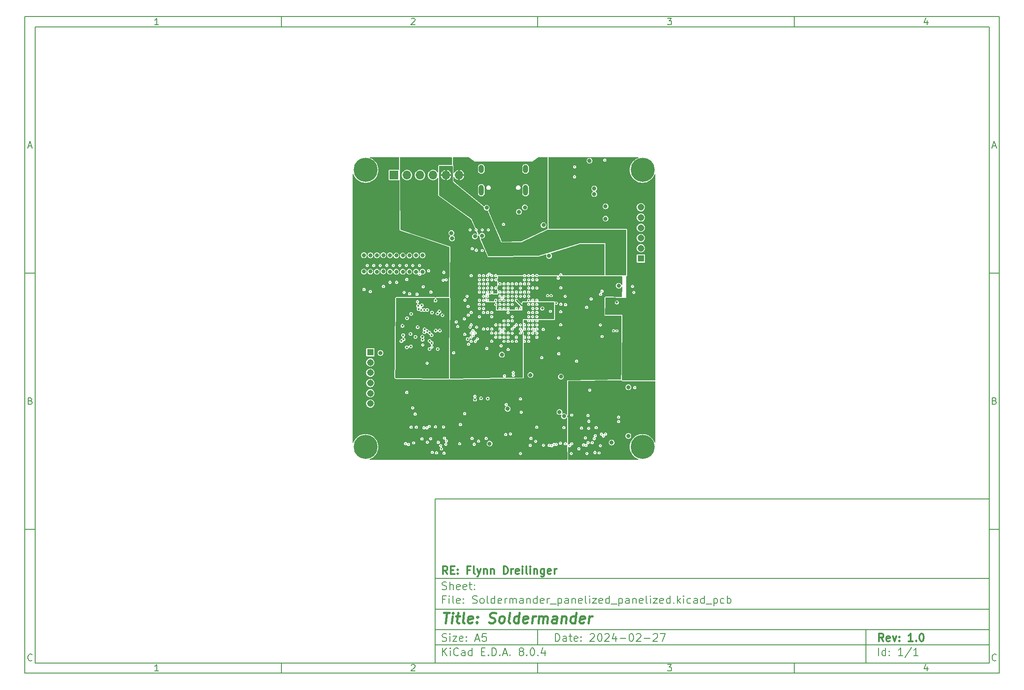
<source format=gbr>
%TF.GenerationSoftware,KiCad,Pcbnew,8.0.4*%
%TF.CreationDate,2024-07-26T00:04:38-07:00*%
%TF.ProjectId,Soldermander_panelized_panelized,536f6c64-6572-46d6-916e-6465725f7061,1.0*%
%TF.SameCoordinates,Original*%
%TF.FileFunction,Copper,L4,Inr*%
%TF.FilePolarity,Positive*%
%FSLAX46Y46*%
G04 Gerber Fmt 4.6, Leading zero omitted, Abs format (unit mm)*
G04 Created by KiCad (PCBNEW 8.0.4) date 2024-07-26 00:04:38*
%MOMM*%
%LPD*%
G01*
G04 APERTURE LIST*
%ADD10C,0.100000*%
%ADD11C,0.150000*%
%ADD12C,0.300000*%
%ADD13C,0.400000*%
%TA.AperFunction,ComponentPad*%
%ADD14C,4.700000*%
%TD*%
%TA.AperFunction,ComponentPad*%
%ADD15R,1.308000X1.308000*%
%TD*%
%TA.AperFunction,ComponentPad*%
%ADD16C,1.308000*%
%TD*%
%TA.AperFunction,ComponentPad*%
%ADD17O,1.000000X2.100000*%
%TD*%
%TA.AperFunction,ComponentPad*%
%ADD18O,1.000000X1.600000*%
%TD*%
%TA.AperFunction,ComponentPad*%
%ADD19R,1.700000X1.700000*%
%TD*%
%TA.AperFunction,ComponentPad*%
%ADD20O,1.700000X1.700000*%
%TD*%
%TA.AperFunction,ViaPad*%
%ADD21C,0.300000*%
%TD*%
%TA.AperFunction,ViaPad*%
%ADD22C,0.400000*%
%TD*%
%TA.AperFunction,ViaPad*%
%ADD23C,0.800000*%
%TD*%
%TA.AperFunction,ViaPad*%
%ADD24C,0.500000*%
%TD*%
%TA.AperFunction,ViaPad*%
%ADD25C,0.406400*%
%TD*%
%TA.AperFunction,Conductor*%
%ADD26C,0.250000*%
%TD*%
G04 APERTURE END LIST*
D10*
D11*
X90007200Y-104005800D02*
X198007200Y-104005800D01*
X198007200Y-136005800D01*
X90007200Y-136005800D01*
X90007200Y-104005800D01*
D10*
D11*
X10000000Y-10000000D02*
X200007200Y-10000000D01*
X200007200Y-138005800D01*
X10000000Y-138005800D01*
X10000000Y-10000000D01*
D10*
D11*
X12000000Y-12000000D02*
X198007200Y-12000000D01*
X198007200Y-136005800D01*
X12000000Y-136005800D01*
X12000000Y-12000000D01*
D10*
D11*
X60000000Y-12000000D02*
X60000000Y-10000000D01*
D10*
D11*
X110000000Y-12000000D02*
X110000000Y-10000000D01*
D10*
D11*
X160000000Y-12000000D02*
X160000000Y-10000000D01*
D10*
D11*
X36089160Y-11593604D02*
X35346303Y-11593604D01*
X35717731Y-11593604D02*
X35717731Y-10293604D01*
X35717731Y-10293604D02*
X35593922Y-10479319D01*
X35593922Y-10479319D02*
X35470112Y-10603128D01*
X35470112Y-10603128D02*
X35346303Y-10665033D01*
D10*
D11*
X85346303Y-10417414D02*
X85408207Y-10355509D01*
X85408207Y-10355509D02*
X85532017Y-10293604D01*
X85532017Y-10293604D02*
X85841541Y-10293604D01*
X85841541Y-10293604D02*
X85965350Y-10355509D01*
X85965350Y-10355509D02*
X86027255Y-10417414D01*
X86027255Y-10417414D02*
X86089160Y-10541223D01*
X86089160Y-10541223D02*
X86089160Y-10665033D01*
X86089160Y-10665033D02*
X86027255Y-10850747D01*
X86027255Y-10850747D02*
X85284398Y-11593604D01*
X85284398Y-11593604D02*
X86089160Y-11593604D01*
D10*
D11*
X135284398Y-10293604D02*
X136089160Y-10293604D01*
X136089160Y-10293604D02*
X135655826Y-10788842D01*
X135655826Y-10788842D02*
X135841541Y-10788842D01*
X135841541Y-10788842D02*
X135965350Y-10850747D01*
X135965350Y-10850747D02*
X136027255Y-10912652D01*
X136027255Y-10912652D02*
X136089160Y-11036461D01*
X136089160Y-11036461D02*
X136089160Y-11345985D01*
X136089160Y-11345985D02*
X136027255Y-11469795D01*
X136027255Y-11469795D02*
X135965350Y-11531700D01*
X135965350Y-11531700D02*
X135841541Y-11593604D01*
X135841541Y-11593604D02*
X135470112Y-11593604D01*
X135470112Y-11593604D02*
X135346303Y-11531700D01*
X135346303Y-11531700D02*
X135284398Y-11469795D01*
D10*
D11*
X185965350Y-10726938D02*
X185965350Y-11593604D01*
X185655826Y-10231700D02*
X185346303Y-11160271D01*
X185346303Y-11160271D02*
X186151064Y-11160271D01*
D10*
D11*
X60000000Y-136005800D02*
X60000000Y-138005800D01*
D10*
D11*
X110000000Y-136005800D02*
X110000000Y-138005800D01*
D10*
D11*
X160000000Y-136005800D02*
X160000000Y-138005800D01*
D10*
D11*
X36089160Y-137599404D02*
X35346303Y-137599404D01*
X35717731Y-137599404D02*
X35717731Y-136299404D01*
X35717731Y-136299404D02*
X35593922Y-136485119D01*
X35593922Y-136485119D02*
X35470112Y-136608928D01*
X35470112Y-136608928D02*
X35346303Y-136670833D01*
D10*
D11*
X85346303Y-136423214D02*
X85408207Y-136361309D01*
X85408207Y-136361309D02*
X85532017Y-136299404D01*
X85532017Y-136299404D02*
X85841541Y-136299404D01*
X85841541Y-136299404D02*
X85965350Y-136361309D01*
X85965350Y-136361309D02*
X86027255Y-136423214D01*
X86027255Y-136423214D02*
X86089160Y-136547023D01*
X86089160Y-136547023D02*
X86089160Y-136670833D01*
X86089160Y-136670833D02*
X86027255Y-136856547D01*
X86027255Y-136856547D02*
X85284398Y-137599404D01*
X85284398Y-137599404D02*
X86089160Y-137599404D01*
D10*
D11*
X135284398Y-136299404D02*
X136089160Y-136299404D01*
X136089160Y-136299404D02*
X135655826Y-136794642D01*
X135655826Y-136794642D02*
X135841541Y-136794642D01*
X135841541Y-136794642D02*
X135965350Y-136856547D01*
X135965350Y-136856547D02*
X136027255Y-136918452D01*
X136027255Y-136918452D02*
X136089160Y-137042261D01*
X136089160Y-137042261D02*
X136089160Y-137351785D01*
X136089160Y-137351785D02*
X136027255Y-137475595D01*
X136027255Y-137475595D02*
X135965350Y-137537500D01*
X135965350Y-137537500D02*
X135841541Y-137599404D01*
X135841541Y-137599404D02*
X135470112Y-137599404D01*
X135470112Y-137599404D02*
X135346303Y-137537500D01*
X135346303Y-137537500D02*
X135284398Y-137475595D01*
D10*
D11*
X185965350Y-136732738D02*
X185965350Y-137599404D01*
X185655826Y-136237500D02*
X185346303Y-137166071D01*
X185346303Y-137166071D02*
X186151064Y-137166071D01*
D10*
D11*
X10000000Y-60000000D02*
X12000000Y-60000000D01*
D10*
D11*
X10000000Y-110000000D02*
X12000000Y-110000000D01*
D10*
D11*
X10690476Y-35222176D02*
X11309523Y-35222176D01*
X10566666Y-35593604D02*
X10999999Y-34293604D01*
X10999999Y-34293604D02*
X11433333Y-35593604D01*
D10*
D11*
X11092857Y-84912652D02*
X11278571Y-84974557D01*
X11278571Y-84974557D02*
X11340476Y-85036461D01*
X11340476Y-85036461D02*
X11402380Y-85160271D01*
X11402380Y-85160271D02*
X11402380Y-85345985D01*
X11402380Y-85345985D02*
X11340476Y-85469795D01*
X11340476Y-85469795D02*
X11278571Y-85531700D01*
X11278571Y-85531700D02*
X11154761Y-85593604D01*
X11154761Y-85593604D02*
X10659523Y-85593604D01*
X10659523Y-85593604D02*
X10659523Y-84293604D01*
X10659523Y-84293604D02*
X11092857Y-84293604D01*
X11092857Y-84293604D02*
X11216666Y-84355509D01*
X11216666Y-84355509D02*
X11278571Y-84417414D01*
X11278571Y-84417414D02*
X11340476Y-84541223D01*
X11340476Y-84541223D02*
X11340476Y-84665033D01*
X11340476Y-84665033D02*
X11278571Y-84788842D01*
X11278571Y-84788842D02*
X11216666Y-84850747D01*
X11216666Y-84850747D02*
X11092857Y-84912652D01*
X11092857Y-84912652D02*
X10659523Y-84912652D01*
D10*
D11*
X11402380Y-135469795D02*
X11340476Y-135531700D01*
X11340476Y-135531700D02*
X11154761Y-135593604D01*
X11154761Y-135593604D02*
X11030952Y-135593604D01*
X11030952Y-135593604D02*
X10845238Y-135531700D01*
X10845238Y-135531700D02*
X10721428Y-135407890D01*
X10721428Y-135407890D02*
X10659523Y-135284080D01*
X10659523Y-135284080D02*
X10597619Y-135036461D01*
X10597619Y-135036461D02*
X10597619Y-134850747D01*
X10597619Y-134850747D02*
X10659523Y-134603128D01*
X10659523Y-134603128D02*
X10721428Y-134479319D01*
X10721428Y-134479319D02*
X10845238Y-134355509D01*
X10845238Y-134355509D02*
X11030952Y-134293604D01*
X11030952Y-134293604D02*
X11154761Y-134293604D01*
X11154761Y-134293604D02*
X11340476Y-134355509D01*
X11340476Y-134355509D02*
X11402380Y-134417414D01*
D10*
D11*
X200007200Y-60000000D02*
X198007200Y-60000000D01*
D10*
D11*
X200007200Y-110000000D02*
X198007200Y-110000000D01*
D10*
D11*
X198697676Y-35222176D02*
X199316723Y-35222176D01*
X198573866Y-35593604D02*
X199007199Y-34293604D01*
X199007199Y-34293604D02*
X199440533Y-35593604D01*
D10*
D11*
X199100057Y-84912652D02*
X199285771Y-84974557D01*
X199285771Y-84974557D02*
X199347676Y-85036461D01*
X199347676Y-85036461D02*
X199409580Y-85160271D01*
X199409580Y-85160271D02*
X199409580Y-85345985D01*
X199409580Y-85345985D02*
X199347676Y-85469795D01*
X199347676Y-85469795D02*
X199285771Y-85531700D01*
X199285771Y-85531700D02*
X199161961Y-85593604D01*
X199161961Y-85593604D02*
X198666723Y-85593604D01*
X198666723Y-85593604D02*
X198666723Y-84293604D01*
X198666723Y-84293604D02*
X199100057Y-84293604D01*
X199100057Y-84293604D02*
X199223866Y-84355509D01*
X199223866Y-84355509D02*
X199285771Y-84417414D01*
X199285771Y-84417414D02*
X199347676Y-84541223D01*
X199347676Y-84541223D02*
X199347676Y-84665033D01*
X199347676Y-84665033D02*
X199285771Y-84788842D01*
X199285771Y-84788842D02*
X199223866Y-84850747D01*
X199223866Y-84850747D02*
X199100057Y-84912652D01*
X199100057Y-84912652D02*
X198666723Y-84912652D01*
D10*
D11*
X199409580Y-135469795D02*
X199347676Y-135531700D01*
X199347676Y-135531700D02*
X199161961Y-135593604D01*
X199161961Y-135593604D02*
X199038152Y-135593604D01*
X199038152Y-135593604D02*
X198852438Y-135531700D01*
X198852438Y-135531700D02*
X198728628Y-135407890D01*
X198728628Y-135407890D02*
X198666723Y-135284080D01*
X198666723Y-135284080D02*
X198604819Y-135036461D01*
X198604819Y-135036461D02*
X198604819Y-134850747D01*
X198604819Y-134850747D02*
X198666723Y-134603128D01*
X198666723Y-134603128D02*
X198728628Y-134479319D01*
X198728628Y-134479319D02*
X198852438Y-134355509D01*
X198852438Y-134355509D02*
X199038152Y-134293604D01*
X199038152Y-134293604D02*
X199161961Y-134293604D01*
X199161961Y-134293604D02*
X199347676Y-134355509D01*
X199347676Y-134355509D02*
X199409580Y-134417414D01*
D10*
D11*
X113463026Y-131791928D02*
X113463026Y-130291928D01*
X113463026Y-130291928D02*
X113820169Y-130291928D01*
X113820169Y-130291928D02*
X114034455Y-130363357D01*
X114034455Y-130363357D02*
X114177312Y-130506214D01*
X114177312Y-130506214D02*
X114248741Y-130649071D01*
X114248741Y-130649071D02*
X114320169Y-130934785D01*
X114320169Y-130934785D02*
X114320169Y-131149071D01*
X114320169Y-131149071D02*
X114248741Y-131434785D01*
X114248741Y-131434785D02*
X114177312Y-131577642D01*
X114177312Y-131577642D02*
X114034455Y-131720500D01*
X114034455Y-131720500D02*
X113820169Y-131791928D01*
X113820169Y-131791928D02*
X113463026Y-131791928D01*
X115605884Y-131791928D02*
X115605884Y-131006214D01*
X115605884Y-131006214D02*
X115534455Y-130863357D01*
X115534455Y-130863357D02*
X115391598Y-130791928D01*
X115391598Y-130791928D02*
X115105884Y-130791928D01*
X115105884Y-130791928D02*
X114963026Y-130863357D01*
X115605884Y-131720500D02*
X115463026Y-131791928D01*
X115463026Y-131791928D02*
X115105884Y-131791928D01*
X115105884Y-131791928D02*
X114963026Y-131720500D01*
X114963026Y-131720500D02*
X114891598Y-131577642D01*
X114891598Y-131577642D02*
X114891598Y-131434785D01*
X114891598Y-131434785D02*
X114963026Y-131291928D01*
X114963026Y-131291928D02*
X115105884Y-131220500D01*
X115105884Y-131220500D02*
X115463026Y-131220500D01*
X115463026Y-131220500D02*
X115605884Y-131149071D01*
X116105884Y-130791928D02*
X116677312Y-130791928D01*
X116320169Y-130291928D02*
X116320169Y-131577642D01*
X116320169Y-131577642D02*
X116391598Y-131720500D01*
X116391598Y-131720500D02*
X116534455Y-131791928D01*
X116534455Y-131791928D02*
X116677312Y-131791928D01*
X117748741Y-131720500D02*
X117605884Y-131791928D01*
X117605884Y-131791928D02*
X117320170Y-131791928D01*
X117320170Y-131791928D02*
X117177312Y-131720500D01*
X117177312Y-131720500D02*
X117105884Y-131577642D01*
X117105884Y-131577642D02*
X117105884Y-131006214D01*
X117105884Y-131006214D02*
X117177312Y-130863357D01*
X117177312Y-130863357D02*
X117320170Y-130791928D01*
X117320170Y-130791928D02*
X117605884Y-130791928D01*
X117605884Y-130791928D02*
X117748741Y-130863357D01*
X117748741Y-130863357D02*
X117820170Y-131006214D01*
X117820170Y-131006214D02*
X117820170Y-131149071D01*
X117820170Y-131149071D02*
X117105884Y-131291928D01*
X118463026Y-131649071D02*
X118534455Y-131720500D01*
X118534455Y-131720500D02*
X118463026Y-131791928D01*
X118463026Y-131791928D02*
X118391598Y-131720500D01*
X118391598Y-131720500D02*
X118463026Y-131649071D01*
X118463026Y-131649071D02*
X118463026Y-131791928D01*
X118463026Y-130863357D02*
X118534455Y-130934785D01*
X118534455Y-130934785D02*
X118463026Y-131006214D01*
X118463026Y-131006214D02*
X118391598Y-130934785D01*
X118391598Y-130934785D02*
X118463026Y-130863357D01*
X118463026Y-130863357D02*
X118463026Y-131006214D01*
X120248741Y-130434785D02*
X120320169Y-130363357D01*
X120320169Y-130363357D02*
X120463027Y-130291928D01*
X120463027Y-130291928D02*
X120820169Y-130291928D01*
X120820169Y-130291928D02*
X120963027Y-130363357D01*
X120963027Y-130363357D02*
X121034455Y-130434785D01*
X121034455Y-130434785D02*
X121105884Y-130577642D01*
X121105884Y-130577642D02*
X121105884Y-130720500D01*
X121105884Y-130720500D02*
X121034455Y-130934785D01*
X121034455Y-130934785D02*
X120177312Y-131791928D01*
X120177312Y-131791928D02*
X121105884Y-131791928D01*
X122034455Y-130291928D02*
X122177312Y-130291928D01*
X122177312Y-130291928D02*
X122320169Y-130363357D01*
X122320169Y-130363357D02*
X122391598Y-130434785D01*
X122391598Y-130434785D02*
X122463026Y-130577642D01*
X122463026Y-130577642D02*
X122534455Y-130863357D01*
X122534455Y-130863357D02*
X122534455Y-131220500D01*
X122534455Y-131220500D02*
X122463026Y-131506214D01*
X122463026Y-131506214D02*
X122391598Y-131649071D01*
X122391598Y-131649071D02*
X122320169Y-131720500D01*
X122320169Y-131720500D02*
X122177312Y-131791928D01*
X122177312Y-131791928D02*
X122034455Y-131791928D01*
X122034455Y-131791928D02*
X121891598Y-131720500D01*
X121891598Y-131720500D02*
X121820169Y-131649071D01*
X121820169Y-131649071D02*
X121748740Y-131506214D01*
X121748740Y-131506214D02*
X121677312Y-131220500D01*
X121677312Y-131220500D02*
X121677312Y-130863357D01*
X121677312Y-130863357D02*
X121748740Y-130577642D01*
X121748740Y-130577642D02*
X121820169Y-130434785D01*
X121820169Y-130434785D02*
X121891598Y-130363357D01*
X121891598Y-130363357D02*
X122034455Y-130291928D01*
X123105883Y-130434785D02*
X123177311Y-130363357D01*
X123177311Y-130363357D02*
X123320169Y-130291928D01*
X123320169Y-130291928D02*
X123677311Y-130291928D01*
X123677311Y-130291928D02*
X123820169Y-130363357D01*
X123820169Y-130363357D02*
X123891597Y-130434785D01*
X123891597Y-130434785D02*
X123963026Y-130577642D01*
X123963026Y-130577642D02*
X123963026Y-130720500D01*
X123963026Y-130720500D02*
X123891597Y-130934785D01*
X123891597Y-130934785D02*
X123034454Y-131791928D01*
X123034454Y-131791928D02*
X123963026Y-131791928D01*
X125248740Y-130791928D02*
X125248740Y-131791928D01*
X124891597Y-130220500D02*
X124534454Y-131291928D01*
X124534454Y-131291928D02*
X125463025Y-131291928D01*
X126034453Y-131220500D02*
X127177311Y-131220500D01*
X128177311Y-130291928D02*
X128320168Y-130291928D01*
X128320168Y-130291928D02*
X128463025Y-130363357D01*
X128463025Y-130363357D02*
X128534454Y-130434785D01*
X128534454Y-130434785D02*
X128605882Y-130577642D01*
X128605882Y-130577642D02*
X128677311Y-130863357D01*
X128677311Y-130863357D02*
X128677311Y-131220500D01*
X128677311Y-131220500D02*
X128605882Y-131506214D01*
X128605882Y-131506214D02*
X128534454Y-131649071D01*
X128534454Y-131649071D02*
X128463025Y-131720500D01*
X128463025Y-131720500D02*
X128320168Y-131791928D01*
X128320168Y-131791928D02*
X128177311Y-131791928D01*
X128177311Y-131791928D02*
X128034454Y-131720500D01*
X128034454Y-131720500D02*
X127963025Y-131649071D01*
X127963025Y-131649071D02*
X127891596Y-131506214D01*
X127891596Y-131506214D02*
X127820168Y-131220500D01*
X127820168Y-131220500D02*
X127820168Y-130863357D01*
X127820168Y-130863357D02*
X127891596Y-130577642D01*
X127891596Y-130577642D02*
X127963025Y-130434785D01*
X127963025Y-130434785D02*
X128034454Y-130363357D01*
X128034454Y-130363357D02*
X128177311Y-130291928D01*
X129248739Y-130434785D02*
X129320167Y-130363357D01*
X129320167Y-130363357D02*
X129463025Y-130291928D01*
X129463025Y-130291928D02*
X129820167Y-130291928D01*
X129820167Y-130291928D02*
X129963025Y-130363357D01*
X129963025Y-130363357D02*
X130034453Y-130434785D01*
X130034453Y-130434785D02*
X130105882Y-130577642D01*
X130105882Y-130577642D02*
X130105882Y-130720500D01*
X130105882Y-130720500D02*
X130034453Y-130934785D01*
X130034453Y-130934785D02*
X129177310Y-131791928D01*
X129177310Y-131791928D02*
X130105882Y-131791928D01*
X130748738Y-131220500D02*
X131891596Y-131220500D01*
X132534453Y-130434785D02*
X132605881Y-130363357D01*
X132605881Y-130363357D02*
X132748739Y-130291928D01*
X132748739Y-130291928D02*
X133105881Y-130291928D01*
X133105881Y-130291928D02*
X133248739Y-130363357D01*
X133248739Y-130363357D02*
X133320167Y-130434785D01*
X133320167Y-130434785D02*
X133391596Y-130577642D01*
X133391596Y-130577642D02*
X133391596Y-130720500D01*
X133391596Y-130720500D02*
X133320167Y-130934785D01*
X133320167Y-130934785D02*
X132463024Y-131791928D01*
X132463024Y-131791928D02*
X133391596Y-131791928D01*
X133891595Y-130291928D02*
X134891595Y-130291928D01*
X134891595Y-130291928D02*
X134248738Y-131791928D01*
D10*
D11*
X90007200Y-132505800D02*
X198007200Y-132505800D01*
D10*
D11*
X91463026Y-134591928D02*
X91463026Y-133091928D01*
X92320169Y-134591928D02*
X91677312Y-133734785D01*
X92320169Y-133091928D02*
X91463026Y-133949071D01*
X92963026Y-134591928D02*
X92963026Y-133591928D01*
X92963026Y-133091928D02*
X92891598Y-133163357D01*
X92891598Y-133163357D02*
X92963026Y-133234785D01*
X92963026Y-133234785D02*
X93034455Y-133163357D01*
X93034455Y-133163357D02*
X92963026Y-133091928D01*
X92963026Y-133091928D02*
X92963026Y-133234785D01*
X94534455Y-134449071D02*
X94463027Y-134520500D01*
X94463027Y-134520500D02*
X94248741Y-134591928D01*
X94248741Y-134591928D02*
X94105884Y-134591928D01*
X94105884Y-134591928D02*
X93891598Y-134520500D01*
X93891598Y-134520500D02*
X93748741Y-134377642D01*
X93748741Y-134377642D02*
X93677312Y-134234785D01*
X93677312Y-134234785D02*
X93605884Y-133949071D01*
X93605884Y-133949071D02*
X93605884Y-133734785D01*
X93605884Y-133734785D02*
X93677312Y-133449071D01*
X93677312Y-133449071D02*
X93748741Y-133306214D01*
X93748741Y-133306214D02*
X93891598Y-133163357D01*
X93891598Y-133163357D02*
X94105884Y-133091928D01*
X94105884Y-133091928D02*
X94248741Y-133091928D01*
X94248741Y-133091928D02*
X94463027Y-133163357D01*
X94463027Y-133163357D02*
X94534455Y-133234785D01*
X95820170Y-134591928D02*
X95820170Y-133806214D01*
X95820170Y-133806214D02*
X95748741Y-133663357D01*
X95748741Y-133663357D02*
X95605884Y-133591928D01*
X95605884Y-133591928D02*
X95320170Y-133591928D01*
X95320170Y-133591928D02*
X95177312Y-133663357D01*
X95820170Y-134520500D02*
X95677312Y-134591928D01*
X95677312Y-134591928D02*
X95320170Y-134591928D01*
X95320170Y-134591928D02*
X95177312Y-134520500D01*
X95177312Y-134520500D02*
X95105884Y-134377642D01*
X95105884Y-134377642D02*
X95105884Y-134234785D01*
X95105884Y-134234785D02*
X95177312Y-134091928D01*
X95177312Y-134091928D02*
X95320170Y-134020500D01*
X95320170Y-134020500D02*
X95677312Y-134020500D01*
X95677312Y-134020500D02*
X95820170Y-133949071D01*
X97177313Y-134591928D02*
X97177313Y-133091928D01*
X97177313Y-134520500D02*
X97034455Y-134591928D01*
X97034455Y-134591928D02*
X96748741Y-134591928D01*
X96748741Y-134591928D02*
X96605884Y-134520500D01*
X96605884Y-134520500D02*
X96534455Y-134449071D01*
X96534455Y-134449071D02*
X96463027Y-134306214D01*
X96463027Y-134306214D02*
X96463027Y-133877642D01*
X96463027Y-133877642D02*
X96534455Y-133734785D01*
X96534455Y-133734785D02*
X96605884Y-133663357D01*
X96605884Y-133663357D02*
X96748741Y-133591928D01*
X96748741Y-133591928D02*
X97034455Y-133591928D01*
X97034455Y-133591928D02*
X97177313Y-133663357D01*
X99034455Y-133806214D02*
X99534455Y-133806214D01*
X99748741Y-134591928D02*
X99034455Y-134591928D01*
X99034455Y-134591928D02*
X99034455Y-133091928D01*
X99034455Y-133091928D02*
X99748741Y-133091928D01*
X100391598Y-134449071D02*
X100463027Y-134520500D01*
X100463027Y-134520500D02*
X100391598Y-134591928D01*
X100391598Y-134591928D02*
X100320170Y-134520500D01*
X100320170Y-134520500D02*
X100391598Y-134449071D01*
X100391598Y-134449071D02*
X100391598Y-134591928D01*
X101105884Y-134591928D02*
X101105884Y-133091928D01*
X101105884Y-133091928D02*
X101463027Y-133091928D01*
X101463027Y-133091928D02*
X101677313Y-133163357D01*
X101677313Y-133163357D02*
X101820170Y-133306214D01*
X101820170Y-133306214D02*
X101891599Y-133449071D01*
X101891599Y-133449071D02*
X101963027Y-133734785D01*
X101963027Y-133734785D02*
X101963027Y-133949071D01*
X101963027Y-133949071D02*
X101891599Y-134234785D01*
X101891599Y-134234785D02*
X101820170Y-134377642D01*
X101820170Y-134377642D02*
X101677313Y-134520500D01*
X101677313Y-134520500D02*
X101463027Y-134591928D01*
X101463027Y-134591928D02*
X101105884Y-134591928D01*
X102605884Y-134449071D02*
X102677313Y-134520500D01*
X102677313Y-134520500D02*
X102605884Y-134591928D01*
X102605884Y-134591928D02*
X102534456Y-134520500D01*
X102534456Y-134520500D02*
X102605884Y-134449071D01*
X102605884Y-134449071D02*
X102605884Y-134591928D01*
X103248742Y-134163357D02*
X103963028Y-134163357D01*
X103105885Y-134591928D02*
X103605885Y-133091928D01*
X103605885Y-133091928D02*
X104105885Y-134591928D01*
X104605884Y-134449071D02*
X104677313Y-134520500D01*
X104677313Y-134520500D02*
X104605884Y-134591928D01*
X104605884Y-134591928D02*
X104534456Y-134520500D01*
X104534456Y-134520500D02*
X104605884Y-134449071D01*
X104605884Y-134449071D02*
X104605884Y-134591928D01*
X106677313Y-133734785D02*
X106534456Y-133663357D01*
X106534456Y-133663357D02*
X106463027Y-133591928D01*
X106463027Y-133591928D02*
X106391599Y-133449071D01*
X106391599Y-133449071D02*
X106391599Y-133377642D01*
X106391599Y-133377642D02*
X106463027Y-133234785D01*
X106463027Y-133234785D02*
X106534456Y-133163357D01*
X106534456Y-133163357D02*
X106677313Y-133091928D01*
X106677313Y-133091928D02*
X106963027Y-133091928D01*
X106963027Y-133091928D02*
X107105885Y-133163357D01*
X107105885Y-133163357D02*
X107177313Y-133234785D01*
X107177313Y-133234785D02*
X107248742Y-133377642D01*
X107248742Y-133377642D02*
X107248742Y-133449071D01*
X107248742Y-133449071D02*
X107177313Y-133591928D01*
X107177313Y-133591928D02*
X107105885Y-133663357D01*
X107105885Y-133663357D02*
X106963027Y-133734785D01*
X106963027Y-133734785D02*
X106677313Y-133734785D01*
X106677313Y-133734785D02*
X106534456Y-133806214D01*
X106534456Y-133806214D02*
X106463027Y-133877642D01*
X106463027Y-133877642D02*
X106391599Y-134020500D01*
X106391599Y-134020500D02*
X106391599Y-134306214D01*
X106391599Y-134306214D02*
X106463027Y-134449071D01*
X106463027Y-134449071D02*
X106534456Y-134520500D01*
X106534456Y-134520500D02*
X106677313Y-134591928D01*
X106677313Y-134591928D02*
X106963027Y-134591928D01*
X106963027Y-134591928D02*
X107105885Y-134520500D01*
X107105885Y-134520500D02*
X107177313Y-134449071D01*
X107177313Y-134449071D02*
X107248742Y-134306214D01*
X107248742Y-134306214D02*
X107248742Y-134020500D01*
X107248742Y-134020500D02*
X107177313Y-133877642D01*
X107177313Y-133877642D02*
X107105885Y-133806214D01*
X107105885Y-133806214D02*
X106963027Y-133734785D01*
X107891598Y-134449071D02*
X107963027Y-134520500D01*
X107963027Y-134520500D02*
X107891598Y-134591928D01*
X107891598Y-134591928D02*
X107820170Y-134520500D01*
X107820170Y-134520500D02*
X107891598Y-134449071D01*
X107891598Y-134449071D02*
X107891598Y-134591928D01*
X108891599Y-133091928D02*
X109034456Y-133091928D01*
X109034456Y-133091928D02*
X109177313Y-133163357D01*
X109177313Y-133163357D02*
X109248742Y-133234785D01*
X109248742Y-133234785D02*
X109320170Y-133377642D01*
X109320170Y-133377642D02*
X109391599Y-133663357D01*
X109391599Y-133663357D02*
X109391599Y-134020500D01*
X109391599Y-134020500D02*
X109320170Y-134306214D01*
X109320170Y-134306214D02*
X109248742Y-134449071D01*
X109248742Y-134449071D02*
X109177313Y-134520500D01*
X109177313Y-134520500D02*
X109034456Y-134591928D01*
X109034456Y-134591928D02*
X108891599Y-134591928D01*
X108891599Y-134591928D02*
X108748742Y-134520500D01*
X108748742Y-134520500D02*
X108677313Y-134449071D01*
X108677313Y-134449071D02*
X108605884Y-134306214D01*
X108605884Y-134306214D02*
X108534456Y-134020500D01*
X108534456Y-134020500D02*
X108534456Y-133663357D01*
X108534456Y-133663357D02*
X108605884Y-133377642D01*
X108605884Y-133377642D02*
X108677313Y-133234785D01*
X108677313Y-133234785D02*
X108748742Y-133163357D01*
X108748742Y-133163357D02*
X108891599Y-133091928D01*
X110034455Y-134449071D02*
X110105884Y-134520500D01*
X110105884Y-134520500D02*
X110034455Y-134591928D01*
X110034455Y-134591928D02*
X109963027Y-134520500D01*
X109963027Y-134520500D02*
X110034455Y-134449071D01*
X110034455Y-134449071D02*
X110034455Y-134591928D01*
X111391599Y-133591928D02*
X111391599Y-134591928D01*
X111034456Y-133020500D02*
X110677313Y-134091928D01*
X110677313Y-134091928D02*
X111605884Y-134091928D01*
D10*
D11*
X90007200Y-129505800D02*
X198007200Y-129505800D01*
D10*
D12*
X177418853Y-131784128D02*
X176918853Y-131069842D01*
X176561710Y-131784128D02*
X176561710Y-130284128D01*
X176561710Y-130284128D02*
X177133139Y-130284128D01*
X177133139Y-130284128D02*
X177275996Y-130355557D01*
X177275996Y-130355557D02*
X177347425Y-130426985D01*
X177347425Y-130426985D02*
X177418853Y-130569842D01*
X177418853Y-130569842D02*
X177418853Y-130784128D01*
X177418853Y-130784128D02*
X177347425Y-130926985D01*
X177347425Y-130926985D02*
X177275996Y-130998414D01*
X177275996Y-130998414D02*
X177133139Y-131069842D01*
X177133139Y-131069842D02*
X176561710Y-131069842D01*
X178633139Y-131712700D02*
X178490282Y-131784128D01*
X178490282Y-131784128D02*
X178204568Y-131784128D01*
X178204568Y-131784128D02*
X178061710Y-131712700D01*
X178061710Y-131712700D02*
X177990282Y-131569842D01*
X177990282Y-131569842D02*
X177990282Y-130998414D01*
X177990282Y-130998414D02*
X178061710Y-130855557D01*
X178061710Y-130855557D02*
X178204568Y-130784128D01*
X178204568Y-130784128D02*
X178490282Y-130784128D01*
X178490282Y-130784128D02*
X178633139Y-130855557D01*
X178633139Y-130855557D02*
X178704568Y-130998414D01*
X178704568Y-130998414D02*
X178704568Y-131141271D01*
X178704568Y-131141271D02*
X177990282Y-131284128D01*
X179204567Y-130784128D02*
X179561710Y-131784128D01*
X179561710Y-131784128D02*
X179918853Y-130784128D01*
X180490281Y-131641271D02*
X180561710Y-131712700D01*
X180561710Y-131712700D02*
X180490281Y-131784128D01*
X180490281Y-131784128D02*
X180418853Y-131712700D01*
X180418853Y-131712700D02*
X180490281Y-131641271D01*
X180490281Y-131641271D02*
X180490281Y-131784128D01*
X180490281Y-130855557D02*
X180561710Y-130926985D01*
X180561710Y-130926985D02*
X180490281Y-130998414D01*
X180490281Y-130998414D02*
X180418853Y-130926985D01*
X180418853Y-130926985D02*
X180490281Y-130855557D01*
X180490281Y-130855557D02*
X180490281Y-130998414D01*
X183133139Y-131784128D02*
X182275996Y-131784128D01*
X182704567Y-131784128D02*
X182704567Y-130284128D01*
X182704567Y-130284128D02*
X182561710Y-130498414D01*
X182561710Y-130498414D02*
X182418853Y-130641271D01*
X182418853Y-130641271D02*
X182275996Y-130712700D01*
X183775995Y-131641271D02*
X183847424Y-131712700D01*
X183847424Y-131712700D02*
X183775995Y-131784128D01*
X183775995Y-131784128D02*
X183704567Y-131712700D01*
X183704567Y-131712700D02*
X183775995Y-131641271D01*
X183775995Y-131641271D02*
X183775995Y-131784128D01*
X184775996Y-130284128D02*
X184918853Y-130284128D01*
X184918853Y-130284128D02*
X185061710Y-130355557D01*
X185061710Y-130355557D02*
X185133139Y-130426985D01*
X185133139Y-130426985D02*
X185204567Y-130569842D01*
X185204567Y-130569842D02*
X185275996Y-130855557D01*
X185275996Y-130855557D02*
X185275996Y-131212700D01*
X185275996Y-131212700D02*
X185204567Y-131498414D01*
X185204567Y-131498414D02*
X185133139Y-131641271D01*
X185133139Y-131641271D02*
X185061710Y-131712700D01*
X185061710Y-131712700D02*
X184918853Y-131784128D01*
X184918853Y-131784128D02*
X184775996Y-131784128D01*
X184775996Y-131784128D02*
X184633139Y-131712700D01*
X184633139Y-131712700D02*
X184561710Y-131641271D01*
X184561710Y-131641271D02*
X184490281Y-131498414D01*
X184490281Y-131498414D02*
X184418853Y-131212700D01*
X184418853Y-131212700D02*
X184418853Y-130855557D01*
X184418853Y-130855557D02*
X184490281Y-130569842D01*
X184490281Y-130569842D02*
X184561710Y-130426985D01*
X184561710Y-130426985D02*
X184633139Y-130355557D01*
X184633139Y-130355557D02*
X184775996Y-130284128D01*
D10*
D11*
X91391598Y-131720500D02*
X91605884Y-131791928D01*
X91605884Y-131791928D02*
X91963026Y-131791928D01*
X91963026Y-131791928D02*
X92105884Y-131720500D01*
X92105884Y-131720500D02*
X92177312Y-131649071D01*
X92177312Y-131649071D02*
X92248741Y-131506214D01*
X92248741Y-131506214D02*
X92248741Y-131363357D01*
X92248741Y-131363357D02*
X92177312Y-131220500D01*
X92177312Y-131220500D02*
X92105884Y-131149071D01*
X92105884Y-131149071D02*
X91963026Y-131077642D01*
X91963026Y-131077642D02*
X91677312Y-131006214D01*
X91677312Y-131006214D02*
X91534455Y-130934785D01*
X91534455Y-130934785D02*
X91463026Y-130863357D01*
X91463026Y-130863357D02*
X91391598Y-130720500D01*
X91391598Y-130720500D02*
X91391598Y-130577642D01*
X91391598Y-130577642D02*
X91463026Y-130434785D01*
X91463026Y-130434785D02*
X91534455Y-130363357D01*
X91534455Y-130363357D02*
X91677312Y-130291928D01*
X91677312Y-130291928D02*
X92034455Y-130291928D01*
X92034455Y-130291928D02*
X92248741Y-130363357D01*
X92891597Y-131791928D02*
X92891597Y-130791928D01*
X92891597Y-130291928D02*
X92820169Y-130363357D01*
X92820169Y-130363357D02*
X92891597Y-130434785D01*
X92891597Y-130434785D02*
X92963026Y-130363357D01*
X92963026Y-130363357D02*
X92891597Y-130291928D01*
X92891597Y-130291928D02*
X92891597Y-130434785D01*
X93463026Y-130791928D02*
X94248741Y-130791928D01*
X94248741Y-130791928D02*
X93463026Y-131791928D01*
X93463026Y-131791928D02*
X94248741Y-131791928D01*
X95391598Y-131720500D02*
X95248741Y-131791928D01*
X95248741Y-131791928D02*
X94963027Y-131791928D01*
X94963027Y-131791928D02*
X94820169Y-131720500D01*
X94820169Y-131720500D02*
X94748741Y-131577642D01*
X94748741Y-131577642D02*
X94748741Y-131006214D01*
X94748741Y-131006214D02*
X94820169Y-130863357D01*
X94820169Y-130863357D02*
X94963027Y-130791928D01*
X94963027Y-130791928D02*
X95248741Y-130791928D01*
X95248741Y-130791928D02*
X95391598Y-130863357D01*
X95391598Y-130863357D02*
X95463027Y-131006214D01*
X95463027Y-131006214D02*
X95463027Y-131149071D01*
X95463027Y-131149071D02*
X94748741Y-131291928D01*
X96105883Y-131649071D02*
X96177312Y-131720500D01*
X96177312Y-131720500D02*
X96105883Y-131791928D01*
X96105883Y-131791928D02*
X96034455Y-131720500D01*
X96034455Y-131720500D02*
X96105883Y-131649071D01*
X96105883Y-131649071D02*
X96105883Y-131791928D01*
X96105883Y-130863357D02*
X96177312Y-130934785D01*
X96177312Y-130934785D02*
X96105883Y-131006214D01*
X96105883Y-131006214D02*
X96034455Y-130934785D01*
X96034455Y-130934785D02*
X96105883Y-130863357D01*
X96105883Y-130863357D02*
X96105883Y-131006214D01*
X97891598Y-131363357D02*
X98605884Y-131363357D01*
X97748741Y-131791928D02*
X98248741Y-130291928D01*
X98248741Y-130291928D02*
X98748741Y-131791928D01*
X99963026Y-130291928D02*
X99248740Y-130291928D01*
X99248740Y-130291928D02*
X99177312Y-131006214D01*
X99177312Y-131006214D02*
X99248740Y-130934785D01*
X99248740Y-130934785D02*
X99391598Y-130863357D01*
X99391598Y-130863357D02*
X99748740Y-130863357D01*
X99748740Y-130863357D02*
X99891598Y-130934785D01*
X99891598Y-130934785D02*
X99963026Y-131006214D01*
X99963026Y-131006214D02*
X100034455Y-131149071D01*
X100034455Y-131149071D02*
X100034455Y-131506214D01*
X100034455Y-131506214D02*
X99963026Y-131649071D01*
X99963026Y-131649071D02*
X99891598Y-131720500D01*
X99891598Y-131720500D02*
X99748740Y-131791928D01*
X99748740Y-131791928D02*
X99391598Y-131791928D01*
X99391598Y-131791928D02*
X99248740Y-131720500D01*
X99248740Y-131720500D02*
X99177312Y-131649071D01*
D10*
D11*
X176463026Y-134591928D02*
X176463026Y-133091928D01*
X177820170Y-134591928D02*
X177820170Y-133091928D01*
X177820170Y-134520500D02*
X177677312Y-134591928D01*
X177677312Y-134591928D02*
X177391598Y-134591928D01*
X177391598Y-134591928D02*
X177248741Y-134520500D01*
X177248741Y-134520500D02*
X177177312Y-134449071D01*
X177177312Y-134449071D02*
X177105884Y-134306214D01*
X177105884Y-134306214D02*
X177105884Y-133877642D01*
X177105884Y-133877642D02*
X177177312Y-133734785D01*
X177177312Y-133734785D02*
X177248741Y-133663357D01*
X177248741Y-133663357D02*
X177391598Y-133591928D01*
X177391598Y-133591928D02*
X177677312Y-133591928D01*
X177677312Y-133591928D02*
X177820170Y-133663357D01*
X178534455Y-134449071D02*
X178605884Y-134520500D01*
X178605884Y-134520500D02*
X178534455Y-134591928D01*
X178534455Y-134591928D02*
X178463027Y-134520500D01*
X178463027Y-134520500D02*
X178534455Y-134449071D01*
X178534455Y-134449071D02*
X178534455Y-134591928D01*
X178534455Y-133663357D02*
X178605884Y-133734785D01*
X178605884Y-133734785D02*
X178534455Y-133806214D01*
X178534455Y-133806214D02*
X178463027Y-133734785D01*
X178463027Y-133734785D02*
X178534455Y-133663357D01*
X178534455Y-133663357D02*
X178534455Y-133806214D01*
X181177313Y-134591928D02*
X180320170Y-134591928D01*
X180748741Y-134591928D02*
X180748741Y-133091928D01*
X180748741Y-133091928D02*
X180605884Y-133306214D01*
X180605884Y-133306214D02*
X180463027Y-133449071D01*
X180463027Y-133449071D02*
X180320170Y-133520500D01*
X182891598Y-133020500D02*
X181605884Y-134949071D01*
X184177313Y-134591928D02*
X183320170Y-134591928D01*
X183748741Y-134591928D02*
X183748741Y-133091928D01*
X183748741Y-133091928D02*
X183605884Y-133306214D01*
X183605884Y-133306214D02*
X183463027Y-133449071D01*
X183463027Y-133449071D02*
X183320170Y-133520500D01*
D10*
D11*
X90007200Y-125505800D02*
X198007200Y-125505800D01*
D10*
D13*
X91698928Y-126210238D02*
X92841785Y-126210238D01*
X92020357Y-128210238D02*
X92270357Y-126210238D01*
X93258452Y-128210238D02*
X93425119Y-126876904D01*
X93508452Y-126210238D02*
X93401309Y-126305476D01*
X93401309Y-126305476D02*
X93484643Y-126400714D01*
X93484643Y-126400714D02*
X93591786Y-126305476D01*
X93591786Y-126305476D02*
X93508452Y-126210238D01*
X93508452Y-126210238D02*
X93484643Y-126400714D01*
X94091786Y-126876904D02*
X94853690Y-126876904D01*
X94460833Y-126210238D02*
X94246548Y-127924523D01*
X94246548Y-127924523D02*
X94317976Y-128115000D01*
X94317976Y-128115000D02*
X94496548Y-128210238D01*
X94496548Y-128210238D02*
X94687024Y-128210238D01*
X95639405Y-128210238D02*
X95460833Y-128115000D01*
X95460833Y-128115000D02*
X95389405Y-127924523D01*
X95389405Y-127924523D02*
X95603690Y-126210238D01*
X97175119Y-128115000D02*
X96972738Y-128210238D01*
X96972738Y-128210238D02*
X96591785Y-128210238D01*
X96591785Y-128210238D02*
X96413214Y-128115000D01*
X96413214Y-128115000D02*
X96341785Y-127924523D01*
X96341785Y-127924523D02*
X96437024Y-127162619D01*
X96437024Y-127162619D02*
X96556071Y-126972142D01*
X96556071Y-126972142D02*
X96758452Y-126876904D01*
X96758452Y-126876904D02*
X97139404Y-126876904D01*
X97139404Y-126876904D02*
X97317976Y-126972142D01*
X97317976Y-126972142D02*
X97389404Y-127162619D01*
X97389404Y-127162619D02*
X97365595Y-127353095D01*
X97365595Y-127353095D02*
X96389404Y-127543571D01*
X98139405Y-128019761D02*
X98222738Y-128115000D01*
X98222738Y-128115000D02*
X98115595Y-128210238D01*
X98115595Y-128210238D02*
X98032262Y-128115000D01*
X98032262Y-128115000D02*
X98139405Y-128019761D01*
X98139405Y-128019761D02*
X98115595Y-128210238D01*
X98270357Y-126972142D02*
X98353690Y-127067380D01*
X98353690Y-127067380D02*
X98246548Y-127162619D01*
X98246548Y-127162619D02*
X98163214Y-127067380D01*
X98163214Y-127067380D02*
X98270357Y-126972142D01*
X98270357Y-126972142D02*
X98246548Y-127162619D01*
X100508453Y-128115000D02*
X100782262Y-128210238D01*
X100782262Y-128210238D02*
X101258453Y-128210238D01*
X101258453Y-128210238D02*
X101460834Y-128115000D01*
X101460834Y-128115000D02*
X101567977Y-128019761D01*
X101567977Y-128019761D02*
X101687024Y-127829285D01*
X101687024Y-127829285D02*
X101710834Y-127638809D01*
X101710834Y-127638809D02*
X101639405Y-127448333D01*
X101639405Y-127448333D02*
X101556072Y-127353095D01*
X101556072Y-127353095D02*
X101377501Y-127257857D01*
X101377501Y-127257857D02*
X101008453Y-127162619D01*
X101008453Y-127162619D02*
X100829881Y-127067380D01*
X100829881Y-127067380D02*
X100746548Y-126972142D01*
X100746548Y-126972142D02*
X100675120Y-126781666D01*
X100675120Y-126781666D02*
X100698929Y-126591190D01*
X100698929Y-126591190D02*
X100817977Y-126400714D01*
X100817977Y-126400714D02*
X100925120Y-126305476D01*
X100925120Y-126305476D02*
X101127501Y-126210238D01*
X101127501Y-126210238D02*
X101603691Y-126210238D01*
X101603691Y-126210238D02*
X101877501Y-126305476D01*
X102782263Y-128210238D02*
X102603691Y-128115000D01*
X102603691Y-128115000D02*
X102520358Y-128019761D01*
X102520358Y-128019761D02*
X102448929Y-127829285D01*
X102448929Y-127829285D02*
X102520358Y-127257857D01*
X102520358Y-127257857D02*
X102639405Y-127067380D01*
X102639405Y-127067380D02*
X102746548Y-126972142D01*
X102746548Y-126972142D02*
X102948929Y-126876904D01*
X102948929Y-126876904D02*
X103234643Y-126876904D01*
X103234643Y-126876904D02*
X103413215Y-126972142D01*
X103413215Y-126972142D02*
X103496548Y-127067380D01*
X103496548Y-127067380D02*
X103567977Y-127257857D01*
X103567977Y-127257857D02*
X103496548Y-127829285D01*
X103496548Y-127829285D02*
X103377501Y-128019761D01*
X103377501Y-128019761D02*
X103270358Y-128115000D01*
X103270358Y-128115000D02*
X103067977Y-128210238D01*
X103067977Y-128210238D02*
X102782263Y-128210238D01*
X104591787Y-128210238D02*
X104413215Y-128115000D01*
X104413215Y-128115000D02*
X104341787Y-127924523D01*
X104341787Y-127924523D02*
X104556072Y-126210238D01*
X106210834Y-128210238D02*
X106460834Y-126210238D01*
X106222739Y-128115000D02*
X106020358Y-128210238D01*
X106020358Y-128210238D02*
X105639406Y-128210238D01*
X105639406Y-128210238D02*
X105460834Y-128115000D01*
X105460834Y-128115000D02*
X105377501Y-128019761D01*
X105377501Y-128019761D02*
X105306072Y-127829285D01*
X105306072Y-127829285D02*
X105377501Y-127257857D01*
X105377501Y-127257857D02*
X105496548Y-127067380D01*
X105496548Y-127067380D02*
X105603691Y-126972142D01*
X105603691Y-126972142D02*
X105806072Y-126876904D01*
X105806072Y-126876904D02*
X106187025Y-126876904D01*
X106187025Y-126876904D02*
X106365596Y-126972142D01*
X107937025Y-128115000D02*
X107734644Y-128210238D01*
X107734644Y-128210238D02*
X107353691Y-128210238D01*
X107353691Y-128210238D02*
X107175120Y-128115000D01*
X107175120Y-128115000D02*
X107103691Y-127924523D01*
X107103691Y-127924523D02*
X107198930Y-127162619D01*
X107198930Y-127162619D02*
X107317977Y-126972142D01*
X107317977Y-126972142D02*
X107520358Y-126876904D01*
X107520358Y-126876904D02*
X107901310Y-126876904D01*
X107901310Y-126876904D02*
X108079882Y-126972142D01*
X108079882Y-126972142D02*
X108151310Y-127162619D01*
X108151310Y-127162619D02*
X108127501Y-127353095D01*
X108127501Y-127353095D02*
X107151310Y-127543571D01*
X108877501Y-128210238D02*
X109044168Y-126876904D01*
X108996549Y-127257857D02*
X109115596Y-127067380D01*
X109115596Y-127067380D02*
X109222739Y-126972142D01*
X109222739Y-126972142D02*
X109425120Y-126876904D01*
X109425120Y-126876904D02*
X109615596Y-126876904D01*
X110115596Y-128210238D02*
X110282263Y-126876904D01*
X110258453Y-127067380D02*
X110365596Y-126972142D01*
X110365596Y-126972142D02*
X110567977Y-126876904D01*
X110567977Y-126876904D02*
X110853691Y-126876904D01*
X110853691Y-126876904D02*
X111032263Y-126972142D01*
X111032263Y-126972142D02*
X111103691Y-127162619D01*
X111103691Y-127162619D02*
X110972739Y-128210238D01*
X111103691Y-127162619D02*
X111222739Y-126972142D01*
X111222739Y-126972142D02*
X111425120Y-126876904D01*
X111425120Y-126876904D02*
X111710834Y-126876904D01*
X111710834Y-126876904D02*
X111889406Y-126972142D01*
X111889406Y-126972142D02*
X111960834Y-127162619D01*
X111960834Y-127162619D02*
X111829882Y-128210238D01*
X113639406Y-128210238D02*
X113770358Y-127162619D01*
X113770358Y-127162619D02*
X113698930Y-126972142D01*
X113698930Y-126972142D02*
X113520358Y-126876904D01*
X113520358Y-126876904D02*
X113139406Y-126876904D01*
X113139406Y-126876904D02*
X112937025Y-126972142D01*
X113651311Y-128115000D02*
X113448930Y-128210238D01*
X113448930Y-128210238D02*
X112972739Y-128210238D01*
X112972739Y-128210238D02*
X112794168Y-128115000D01*
X112794168Y-128115000D02*
X112722739Y-127924523D01*
X112722739Y-127924523D02*
X112746549Y-127734047D01*
X112746549Y-127734047D02*
X112865597Y-127543571D01*
X112865597Y-127543571D02*
X113067978Y-127448333D01*
X113067978Y-127448333D02*
X113544168Y-127448333D01*
X113544168Y-127448333D02*
X113746549Y-127353095D01*
X114758454Y-126876904D02*
X114591787Y-128210238D01*
X114734644Y-127067380D02*
X114841787Y-126972142D01*
X114841787Y-126972142D02*
X115044168Y-126876904D01*
X115044168Y-126876904D02*
X115329882Y-126876904D01*
X115329882Y-126876904D02*
X115508454Y-126972142D01*
X115508454Y-126972142D02*
X115579882Y-127162619D01*
X115579882Y-127162619D02*
X115448930Y-128210238D01*
X117258454Y-128210238D02*
X117508454Y-126210238D01*
X117270359Y-128115000D02*
X117067978Y-128210238D01*
X117067978Y-128210238D02*
X116687026Y-128210238D01*
X116687026Y-128210238D02*
X116508454Y-128115000D01*
X116508454Y-128115000D02*
X116425121Y-128019761D01*
X116425121Y-128019761D02*
X116353692Y-127829285D01*
X116353692Y-127829285D02*
X116425121Y-127257857D01*
X116425121Y-127257857D02*
X116544168Y-127067380D01*
X116544168Y-127067380D02*
X116651311Y-126972142D01*
X116651311Y-126972142D02*
X116853692Y-126876904D01*
X116853692Y-126876904D02*
X117234645Y-126876904D01*
X117234645Y-126876904D02*
X117413216Y-126972142D01*
X118984645Y-128115000D02*
X118782264Y-128210238D01*
X118782264Y-128210238D02*
X118401311Y-128210238D01*
X118401311Y-128210238D02*
X118222740Y-128115000D01*
X118222740Y-128115000D02*
X118151311Y-127924523D01*
X118151311Y-127924523D02*
X118246550Y-127162619D01*
X118246550Y-127162619D02*
X118365597Y-126972142D01*
X118365597Y-126972142D02*
X118567978Y-126876904D01*
X118567978Y-126876904D02*
X118948930Y-126876904D01*
X118948930Y-126876904D02*
X119127502Y-126972142D01*
X119127502Y-126972142D02*
X119198930Y-127162619D01*
X119198930Y-127162619D02*
X119175121Y-127353095D01*
X119175121Y-127353095D02*
X118198930Y-127543571D01*
X119925121Y-128210238D02*
X120091788Y-126876904D01*
X120044169Y-127257857D02*
X120163216Y-127067380D01*
X120163216Y-127067380D02*
X120270359Y-126972142D01*
X120270359Y-126972142D02*
X120472740Y-126876904D01*
X120472740Y-126876904D02*
X120663216Y-126876904D01*
D10*
D11*
X91963026Y-123606214D02*
X91463026Y-123606214D01*
X91463026Y-124391928D02*
X91463026Y-122891928D01*
X91463026Y-122891928D02*
X92177312Y-122891928D01*
X92748740Y-124391928D02*
X92748740Y-123391928D01*
X92748740Y-122891928D02*
X92677312Y-122963357D01*
X92677312Y-122963357D02*
X92748740Y-123034785D01*
X92748740Y-123034785D02*
X92820169Y-122963357D01*
X92820169Y-122963357D02*
X92748740Y-122891928D01*
X92748740Y-122891928D02*
X92748740Y-123034785D01*
X93677312Y-124391928D02*
X93534455Y-124320500D01*
X93534455Y-124320500D02*
X93463026Y-124177642D01*
X93463026Y-124177642D02*
X93463026Y-122891928D01*
X94820169Y-124320500D02*
X94677312Y-124391928D01*
X94677312Y-124391928D02*
X94391598Y-124391928D01*
X94391598Y-124391928D02*
X94248740Y-124320500D01*
X94248740Y-124320500D02*
X94177312Y-124177642D01*
X94177312Y-124177642D02*
X94177312Y-123606214D01*
X94177312Y-123606214D02*
X94248740Y-123463357D01*
X94248740Y-123463357D02*
X94391598Y-123391928D01*
X94391598Y-123391928D02*
X94677312Y-123391928D01*
X94677312Y-123391928D02*
X94820169Y-123463357D01*
X94820169Y-123463357D02*
X94891598Y-123606214D01*
X94891598Y-123606214D02*
X94891598Y-123749071D01*
X94891598Y-123749071D02*
X94177312Y-123891928D01*
X95534454Y-124249071D02*
X95605883Y-124320500D01*
X95605883Y-124320500D02*
X95534454Y-124391928D01*
X95534454Y-124391928D02*
X95463026Y-124320500D01*
X95463026Y-124320500D02*
X95534454Y-124249071D01*
X95534454Y-124249071D02*
X95534454Y-124391928D01*
X95534454Y-123463357D02*
X95605883Y-123534785D01*
X95605883Y-123534785D02*
X95534454Y-123606214D01*
X95534454Y-123606214D02*
X95463026Y-123534785D01*
X95463026Y-123534785D02*
X95534454Y-123463357D01*
X95534454Y-123463357D02*
X95534454Y-123606214D01*
X97320169Y-124320500D02*
X97534455Y-124391928D01*
X97534455Y-124391928D02*
X97891597Y-124391928D01*
X97891597Y-124391928D02*
X98034455Y-124320500D01*
X98034455Y-124320500D02*
X98105883Y-124249071D01*
X98105883Y-124249071D02*
X98177312Y-124106214D01*
X98177312Y-124106214D02*
X98177312Y-123963357D01*
X98177312Y-123963357D02*
X98105883Y-123820500D01*
X98105883Y-123820500D02*
X98034455Y-123749071D01*
X98034455Y-123749071D02*
X97891597Y-123677642D01*
X97891597Y-123677642D02*
X97605883Y-123606214D01*
X97605883Y-123606214D02*
X97463026Y-123534785D01*
X97463026Y-123534785D02*
X97391597Y-123463357D01*
X97391597Y-123463357D02*
X97320169Y-123320500D01*
X97320169Y-123320500D02*
X97320169Y-123177642D01*
X97320169Y-123177642D02*
X97391597Y-123034785D01*
X97391597Y-123034785D02*
X97463026Y-122963357D01*
X97463026Y-122963357D02*
X97605883Y-122891928D01*
X97605883Y-122891928D02*
X97963026Y-122891928D01*
X97963026Y-122891928D02*
X98177312Y-122963357D01*
X99034454Y-124391928D02*
X98891597Y-124320500D01*
X98891597Y-124320500D02*
X98820168Y-124249071D01*
X98820168Y-124249071D02*
X98748740Y-124106214D01*
X98748740Y-124106214D02*
X98748740Y-123677642D01*
X98748740Y-123677642D02*
X98820168Y-123534785D01*
X98820168Y-123534785D02*
X98891597Y-123463357D01*
X98891597Y-123463357D02*
X99034454Y-123391928D01*
X99034454Y-123391928D02*
X99248740Y-123391928D01*
X99248740Y-123391928D02*
X99391597Y-123463357D01*
X99391597Y-123463357D02*
X99463026Y-123534785D01*
X99463026Y-123534785D02*
X99534454Y-123677642D01*
X99534454Y-123677642D02*
X99534454Y-124106214D01*
X99534454Y-124106214D02*
X99463026Y-124249071D01*
X99463026Y-124249071D02*
X99391597Y-124320500D01*
X99391597Y-124320500D02*
X99248740Y-124391928D01*
X99248740Y-124391928D02*
X99034454Y-124391928D01*
X100391597Y-124391928D02*
X100248740Y-124320500D01*
X100248740Y-124320500D02*
X100177311Y-124177642D01*
X100177311Y-124177642D02*
X100177311Y-122891928D01*
X101605883Y-124391928D02*
X101605883Y-122891928D01*
X101605883Y-124320500D02*
X101463025Y-124391928D01*
X101463025Y-124391928D02*
X101177311Y-124391928D01*
X101177311Y-124391928D02*
X101034454Y-124320500D01*
X101034454Y-124320500D02*
X100963025Y-124249071D01*
X100963025Y-124249071D02*
X100891597Y-124106214D01*
X100891597Y-124106214D02*
X100891597Y-123677642D01*
X100891597Y-123677642D02*
X100963025Y-123534785D01*
X100963025Y-123534785D02*
X101034454Y-123463357D01*
X101034454Y-123463357D02*
X101177311Y-123391928D01*
X101177311Y-123391928D02*
X101463025Y-123391928D01*
X101463025Y-123391928D02*
X101605883Y-123463357D01*
X102891597Y-124320500D02*
X102748740Y-124391928D01*
X102748740Y-124391928D02*
X102463026Y-124391928D01*
X102463026Y-124391928D02*
X102320168Y-124320500D01*
X102320168Y-124320500D02*
X102248740Y-124177642D01*
X102248740Y-124177642D02*
X102248740Y-123606214D01*
X102248740Y-123606214D02*
X102320168Y-123463357D01*
X102320168Y-123463357D02*
X102463026Y-123391928D01*
X102463026Y-123391928D02*
X102748740Y-123391928D01*
X102748740Y-123391928D02*
X102891597Y-123463357D01*
X102891597Y-123463357D02*
X102963026Y-123606214D01*
X102963026Y-123606214D02*
X102963026Y-123749071D01*
X102963026Y-123749071D02*
X102248740Y-123891928D01*
X103605882Y-124391928D02*
X103605882Y-123391928D01*
X103605882Y-123677642D02*
X103677311Y-123534785D01*
X103677311Y-123534785D02*
X103748740Y-123463357D01*
X103748740Y-123463357D02*
X103891597Y-123391928D01*
X103891597Y-123391928D02*
X104034454Y-123391928D01*
X104534453Y-124391928D02*
X104534453Y-123391928D01*
X104534453Y-123534785D02*
X104605882Y-123463357D01*
X104605882Y-123463357D02*
X104748739Y-123391928D01*
X104748739Y-123391928D02*
X104963025Y-123391928D01*
X104963025Y-123391928D02*
X105105882Y-123463357D01*
X105105882Y-123463357D02*
X105177311Y-123606214D01*
X105177311Y-123606214D02*
X105177311Y-124391928D01*
X105177311Y-123606214D02*
X105248739Y-123463357D01*
X105248739Y-123463357D02*
X105391596Y-123391928D01*
X105391596Y-123391928D02*
X105605882Y-123391928D01*
X105605882Y-123391928D02*
X105748739Y-123463357D01*
X105748739Y-123463357D02*
X105820168Y-123606214D01*
X105820168Y-123606214D02*
X105820168Y-124391928D01*
X107177311Y-124391928D02*
X107177311Y-123606214D01*
X107177311Y-123606214D02*
X107105882Y-123463357D01*
X107105882Y-123463357D02*
X106963025Y-123391928D01*
X106963025Y-123391928D02*
X106677311Y-123391928D01*
X106677311Y-123391928D02*
X106534453Y-123463357D01*
X107177311Y-124320500D02*
X107034453Y-124391928D01*
X107034453Y-124391928D02*
X106677311Y-124391928D01*
X106677311Y-124391928D02*
X106534453Y-124320500D01*
X106534453Y-124320500D02*
X106463025Y-124177642D01*
X106463025Y-124177642D02*
X106463025Y-124034785D01*
X106463025Y-124034785D02*
X106534453Y-123891928D01*
X106534453Y-123891928D02*
X106677311Y-123820500D01*
X106677311Y-123820500D02*
X107034453Y-123820500D01*
X107034453Y-123820500D02*
X107177311Y-123749071D01*
X107891596Y-123391928D02*
X107891596Y-124391928D01*
X107891596Y-123534785D02*
X107963025Y-123463357D01*
X107963025Y-123463357D02*
X108105882Y-123391928D01*
X108105882Y-123391928D02*
X108320168Y-123391928D01*
X108320168Y-123391928D02*
X108463025Y-123463357D01*
X108463025Y-123463357D02*
X108534454Y-123606214D01*
X108534454Y-123606214D02*
X108534454Y-124391928D01*
X109891597Y-124391928D02*
X109891597Y-122891928D01*
X109891597Y-124320500D02*
X109748739Y-124391928D01*
X109748739Y-124391928D02*
X109463025Y-124391928D01*
X109463025Y-124391928D02*
X109320168Y-124320500D01*
X109320168Y-124320500D02*
X109248739Y-124249071D01*
X109248739Y-124249071D02*
X109177311Y-124106214D01*
X109177311Y-124106214D02*
X109177311Y-123677642D01*
X109177311Y-123677642D02*
X109248739Y-123534785D01*
X109248739Y-123534785D02*
X109320168Y-123463357D01*
X109320168Y-123463357D02*
X109463025Y-123391928D01*
X109463025Y-123391928D02*
X109748739Y-123391928D01*
X109748739Y-123391928D02*
X109891597Y-123463357D01*
X111177311Y-124320500D02*
X111034454Y-124391928D01*
X111034454Y-124391928D02*
X110748740Y-124391928D01*
X110748740Y-124391928D02*
X110605882Y-124320500D01*
X110605882Y-124320500D02*
X110534454Y-124177642D01*
X110534454Y-124177642D02*
X110534454Y-123606214D01*
X110534454Y-123606214D02*
X110605882Y-123463357D01*
X110605882Y-123463357D02*
X110748740Y-123391928D01*
X110748740Y-123391928D02*
X111034454Y-123391928D01*
X111034454Y-123391928D02*
X111177311Y-123463357D01*
X111177311Y-123463357D02*
X111248740Y-123606214D01*
X111248740Y-123606214D02*
X111248740Y-123749071D01*
X111248740Y-123749071D02*
X110534454Y-123891928D01*
X111891596Y-124391928D02*
X111891596Y-123391928D01*
X111891596Y-123677642D02*
X111963025Y-123534785D01*
X111963025Y-123534785D02*
X112034454Y-123463357D01*
X112034454Y-123463357D02*
X112177311Y-123391928D01*
X112177311Y-123391928D02*
X112320168Y-123391928D01*
X112463025Y-124534785D02*
X113605882Y-124534785D01*
X113963024Y-123391928D02*
X113963024Y-124891928D01*
X113963024Y-123463357D02*
X114105882Y-123391928D01*
X114105882Y-123391928D02*
X114391596Y-123391928D01*
X114391596Y-123391928D02*
X114534453Y-123463357D01*
X114534453Y-123463357D02*
X114605882Y-123534785D01*
X114605882Y-123534785D02*
X114677310Y-123677642D01*
X114677310Y-123677642D02*
X114677310Y-124106214D01*
X114677310Y-124106214D02*
X114605882Y-124249071D01*
X114605882Y-124249071D02*
X114534453Y-124320500D01*
X114534453Y-124320500D02*
X114391596Y-124391928D01*
X114391596Y-124391928D02*
X114105882Y-124391928D01*
X114105882Y-124391928D02*
X113963024Y-124320500D01*
X115963025Y-124391928D02*
X115963025Y-123606214D01*
X115963025Y-123606214D02*
X115891596Y-123463357D01*
X115891596Y-123463357D02*
X115748739Y-123391928D01*
X115748739Y-123391928D02*
X115463025Y-123391928D01*
X115463025Y-123391928D02*
X115320167Y-123463357D01*
X115963025Y-124320500D02*
X115820167Y-124391928D01*
X115820167Y-124391928D02*
X115463025Y-124391928D01*
X115463025Y-124391928D02*
X115320167Y-124320500D01*
X115320167Y-124320500D02*
X115248739Y-124177642D01*
X115248739Y-124177642D02*
X115248739Y-124034785D01*
X115248739Y-124034785D02*
X115320167Y-123891928D01*
X115320167Y-123891928D02*
X115463025Y-123820500D01*
X115463025Y-123820500D02*
X115820167Y-123820500D01*
X115820167Y-123820500D02*
X115963025Y-123749071D01*
X116677310Y-123391928D02*
X116677310Y-124391928D01*
X116677310Y-123534785D02*
X116748739Y-123463357D01*
X116748739Y-123463357D02*
X116891596Y-123391928D01*
X116891596Y-123391928D02*
X117105882Y-123391928D01*
X117105882Y-123391928D02*
X117248739Y-123463357D01*
X117248739Y-123463357D02*
X117320168Y-123606214D01*
X117320168Y-123606214D02*
X117320168Y-124391928D01*
X118605882Y-124320500D02*
X118463025Y-124391928D01*
X118463025Y-124391928D02*
X118177311Y-124391928D01*
X118177311Y-124391928D02*
X118034453Y-124320500D01*
X118034453Y-124320500D02*
X117963025Y-124177642D01*
X117963025Y-124177642D02*
X117963025Y-123606214D01*
X117963025Y-123606214D02*
X118034453Y-123463357D01*
X118034453Y-123463357D02*
X118177311Y-123391928D01*
X118177311Y-123391928D02*
X118463025Y-123391928D01*
X118463025Y-123391928D02*
X118605882Y-123463357D01*
X118605882Y-123463357D02*
X118677311Y-123606214D01*
X118677311Y-123606214D02*
X118677311Y-123749071D01*
X118677311Y-123749071D02*
X117963025Y-123891928D01*
X119534453Y-124391928D02*
X119391596Y-124320500D01*
X119391596Y-124320500D02*
X119320167Y-124177642D01*
X119320167Y-124177642D02*
X119320167Y-122891928D01*
X120105881Y-124391928D02*
X120105881Y-123391928D01*
X120105881Y-122891928D02*
X120034453Y-122963357D01*
X120034453Y-122963357D02*
X120105881Y-123034785D01*
X120105881Y-123034785D02*
X120177310Y-122963357D01*
X120177310Y-122963357D02*
X120105881Y-122891928D01*
X120105881Y-122891928D02*
X120105881Y-123034785D01*
X120677310Y-123391928D02*
X121463025Y-123391928D01*
X121463025Y-123391928D02*
X120677310Y-124391928D01*
X120677310Y-124391928D02*
X121463025Y-124391928D01*
X122605882Y-124320500D02*
X122463025Y-124391928D01*
X122463025Y-124391928D02*
X122177311Y-124391928D01*
X122177311Y-124391928D02*
X122034453Y-124320500D01*
X122034453Y-124320500D02*
X121963025Y-124177642D01*
X121963025Y-124177642D02*
X121963025Y-123606214D01*
X121963025Y-123606214D02*
X122034453Y-123463357D01*
X122034453Y-123463357D02*
X122177311Y-123391928D01*
X122177311Y-123391928D02*
X122463025Y-123391928D01*
X122463025Y-123391928D02*
X122605882Y-123463357D01*
X122605882Y-123463357D02*
X122677311Y-123606214D01*
X122677311Y-123606214D02*
X122677311Y-123749071D01*
X122677311Y-123749071D02*
X121963025Y-123891928D01*
X123963025Y-124391928D02*
X123963025Y-122891928D01*
X123963025Y-124320500D02*
X123820167Y-124391928D01*
X123820167Y-124391928D02*
X123534453Y-124391928D01*
X123534453Y-124391928D02*
X123391596Y-124320500D01*
X123391596Y-124320500D02*
X123320167Y-124249071D01*
X123320167Y-124249071D02*
X123248739Y-124106214D01*
X123248739Y-124106214D02*
X123248739Y-123677642D01*
X123248739Y-123677642D02*
X123320167Y-123534785D01*
X123320167Y-123534785D02*
X123391596Y-123463357D01*
X123391596Y-123463357D02*
X123534453Y-123391928D01*
X123534453Y-123391928D02*
X123820167Y-123391928D01*
X123820167Y-123391928D02*
X123963025Y-123463357D01*
X124320168Y-124534785D02*
X125463025Y-124534785D01*
X125820167Y-123391928D02*
X125820167Y-124891928D01*
X125820167Y-123463357D02*
X125963025Y-123391928D01*
X125963025Y-123391928D02*
X126248739Y-123391928D01*
X126248739Y-123391928D02*
X126391596Y-123463357D01*
X126391596Y-123463357D02*
X126463025Y-123534785D01*
X126463025Y-123534785D02*
X126534453Y-123677642D01*
X126534453Y-123677642D02*
X126534453Y-124106214D01*
X126534453Y-124106214D02*
X126463025Y-124249071D01*
X126463025Y-124249071D02*
X126391596Y-124320500D01*
X126391596Y-124320500D02*
X126248739Y-124391928D01*
X126248739Y-124391928D02*
X125963025Y-124391928D01*
X125963025Y-124391928D02*
X125820167Y-124320500D01*
X127820168Y-124391928D02*
X127820168Y-123606214D01*
X127820168Y-123606214D02*
X127748739Y-123463357D01*
X127748739Y-123463357D02*
X127605882Y-123391928D01*
X127605882Y-123391928D02*
X127320168Y-123391928D01*
X127320168Y-123391928D02*
X127177310Y-123463357D01*
X127820168Y-124320500D02*
X127677310Y-124391928D01*
X127677310Y-124391928D02*
X127320168Y-124391928D01*
X127320168Y-124391928D02*
X127177310Y-124320500D01*
X127177310Y-124320500D02*
X127105882Y-124177642D01*
X127105882Y-124177642D02*
X127105882Y-124034785D01*
X127105882Y-124034785D02*
X127177310Y-123891928D01*
X127177310Y-123891928D02*
X127320168Y-123820500D01*
X127320168Y-123820500D02*
X127677310Y-123820500D01*
X127677310Y-123820500D02*
X127820168Y-123749071D01*
X128534453Y-123391928D02*
X128534453Y-124391928D01*
X128534453Y-123534785D02*
X128605882Y-123463357D01*
X128605882Y-123463357D02*
X128748739Y-123391928D01*
X128748739Y-123391928D02*
X128963025Y-123391928D01*
X128963025Y-123391928D02*
X129105882Y-123463357D01*
X129105882Y-123463357D02*
X129177311Y-123606214D01*
X129177311Y-123606214D02*
X129177311Y-124391928D01*
X130463025Y-124320500D02*
X130320168Y-124391928D01*
X130320168Y-124391928D02*
X130034454Y-124391928D01*
X130034454Y-124391928D02*
X129891596Y-124320500D01*
X129891596Y-124320500D02*
X129820168Y-124177642D01*
X129820168Y-124177642D02*
X129820168Y-123606214D01*
X129820168Y-123606214D02*
X129891596Y-123463357D01*
X129891596Y-123463357D02*
X130034454Y-123391928D01*
X130034454Y-123391928D02*
X130320168Y-123391928D01*
X130320168Y-123391928D02*
X130463025Y-123463357D01*
X130463025Y-123463357D02*
X130534454Y-123606214D01*
X130534454Y-123606214D02*
X130534454Y-123749071D01*
X130534454Y-123749071D02*
X129820168Y-123891928D01*
X131391596Y-124391928D02*
X131248739Y-124320500D01*
X131248739Y-124320500D02*
X131177310Y-124177642D01*
X131177310Y-124177642D02*
X131177310Y-122891928D01*
X131963024Y-124391928D02*
X131963024Y-123391928D01*
X131963024Y-122891928D02*
X131891596Y-122963357D01*
X131891596Y-122963357D02*
X131963024Y-123034785D01*
X131963024Y-123034785D02*
X132034453Y-122963357D01*
X132034453Y-122963357D02*
X131963024Y-122891928D01*
X131963024Y-122891928D02*
X131963024Y-123034785D01*
X132534453Y-123391928D02*
X133320168Y-123391928D01*
X133320168Y-123391928D02*
X132534453Y-124391928D01*
X132534453Y-124391928D02*
X133320168Y-124391928D01*
X134463025Y-124320500D02*
X134320168Y-124391928D01*
X134320168Y-124391928D02*
X134034454Y-124391928D01*
X134034454Y-124391928D02*
X133891596Y-124320500D01*
X133891596Y-124320500D02*
X133820168Y-124177642D01*
X133820168Y-124177642D02*
X133820168Y-123606214D01*
X133820168Y-123606214D02*
X133891596Y-123463357D01*
X133891596Y-123463357D02*
X134034454Y-123391928D01*
X134034454Y-123391928D02*
X134320168Y-123391928D01*
X134320168Y-123391928D02*
X134463025Y-123463357D01*
X134463025Y-123463357D02*
X134534454Y-123606214D01*
X134534454Y-123606214D02*
X134534454Y-123749071D01*
X134534454Y-123749071D02*
X133820168Y-123891928D01*
X135820168Y-124391928D02*
X135820168Y-122891928D01*
X135820168Y-124320500D02*
X135677310Y-124391928D01*
X135677310Y-124391928D02*
X135391596Y-124391928D01*
X135391596Y-124391928D02*
X135248739Y-124320500D01*
X135248739Y-124320500D02*
X135177310Y-124249071D01*
X135177310Y-124249071D02*
X135105882Y-124106214D01*
X135105882Y-124106214D02*
X135105882Y-123677642D01*
X135105882Y-123677642D02*
X135177310Y-123534785D01*
X135177310Y-123534785D02*
X135248739Y-123463357D01*
X135248739Y-123463357D02*
X135391596Y-123391928D01*
X135391596Y-123391928D02*
X135677310Y-123391928D01*
X135677310Y-123391928D02*
X135820168Y-123463357D01*
X136534453Y-124249071D02*
X136605882Y-124320500D01*
X136605882Y-124320500D02*
X136534453Y-124391928D01*
X136534453Y-124391928D02*
X136463025Y-124320500D01*
X136463025Y-124320500D02*
X136534453Y-124249071D01*
X136534453Y-124249071D02*
X136534453Y-124391928D01*
X137248739Y-124391928D02*
X137248739Y-122891928D01*
X137391597Y-123820500D02*
X137820168Y-124391928D01*
X137820168Y-123391928D02*
X137248739Y-123963357D01*
X138463025Y-124391928D02*
X138463025Y-123391928D01*
X138463025Y-122891928D02*
X138391597Y-122963357D01*
X138391597Y-122963357D02*
X138463025Y-123034785D01*
X138463025Y-123034785D02*
X138534454Y-122963357D01*
X138534454Y-122963357D02*
X138463025Y-122891928D01*
X138463025Y-122891928D02*
X138463025Y-123034785D01*
X139820169Y-124320500D02*
X139677311Y-124391928D01*
X139677311Y-124391928D02*
X139391597Y-124391928D01*
X139391597Y-124391928D02*
X139248740Y-124320500D01*
X139248740Y-124320500D02*
X139177311Y-124249071D01*
X139177311Y-124249071D02*
X139105883Y-124106214D01*
X139105883Y-124106214D02*
X139105883Y-123677642D01*
X139105883Y-123677642D02*
X139177311Y-123534785D01*
X139177311Y-123534785D02*
X139248740Y-123463357D01*
X139248740Y-123463357D02*
X139391597Y-123391928D01*
X139391597Y-123391928D02*
X139677311Y-123391928D01*
X139677311Y-123391928D02*
X139820169Y-123463357D01*
X141105883Y-124391928D02*
X141105883Y-123606214D01*
X141105883Y-123606214D02*
X141034454Y-123463357D01*
X141034454Y-123463357D02*
X140891597Y-123391928D01*
X140891597Y-123391928D02*
X140605883Y-123391928D01*
X140605883Y-123391928D02*
X140463025Y-123463357D01*
X141105883Y-124320500D02*
X140963025Y-124391928D01*
X140963025Y-124391928D02*
X140605883Y-124391928D01*
X140605883Y-124391928D02*
X140463025Y-124320500D01*
X140463025Y-124320500D02*
X140391597Y-124177642D01*
X140391597Y-124177642D02*
X140391597Y-124034785D01*
X140391597Y-124034785D02*
X140463025Y-123891928D01*
X140463025Y-123891928D02*
X140605883Y-123820500D01*
X140605883Y-123820500D02*
X140963025Y-123820500D01*
X140963025Y-123820500D02*
X141105883Y-123749071D01*
X142463026Y-124391928D02*
X142463026Y-122891928D01*
X142463026Y-124320500D02*
X142320168Y-124391928D01*
X142320168Y-124391928D02*
X142034454Y-124391928D01*
X142034454Y-124391928D02*
X141891597Y-124320500D01*
X141891597Y-124320500D02*
X141820168Y-124249071D01*
X141820168Y-124249071D02*
X141748740Y-124106214D01*
X141748740Y-124106214D02*
X141748740Y-123677642D01*
X141748740Y-123677642D02*
X141820168Y-123534785D01*
X141820168Y-123534785D02*
X141891597Y-123463357D01*
X141891597Y-123463357D02*
X142034454Y-123391928D01*
X142034454Y-123391928D02*
X142320168Y-123391928D01*
X142320168Y-123391928D02*
X142463026Y-123463357D01*
X142820169Y-124534785D02*
X143963026Y-124534785D01*
X144320168Y-123391928D02*
X144320168Y-124891928D01*
X144320168Y-123463357D02*
X144463026Y-123391928D01*
X144463026Y-123391928D02*
X144748740Y-123391928D01*
X144748740Y-123391928D02*
X144891597Y-123463357D01*
X144891597Y-123463357D02*
X144963026Y-123534785D01*
X144963026Y-123534785D02*
X145034454Y-123677642D01*
X145034454Y-123677642D02*
X145034454Y-124106214D01*
X145034454Y-124106214D02*
X144963026Y-124249071D01*
X144963026Y-124249071D02*
X144891597Y-124320500D01*
X144891597Y-124320500D02*
X144748740Y-124391928D01*
X144748740Y-124391928D02*
X144463026Y-124391928D01*
X144463026Y-124391928D02*
X144320168Y-124320500D01*
X146320169Y-124320500D02*
X146177311Y-124391928D01*
X146177311Y-124391928D02*
X145891597Y-124391928D01*
X145891597Y-124391928D02*
X145748740Y-124320500D01*
X145748740Y-124320500D02*
X145677311Y-124249071D01*
X145677311Y-124249071D02*
X145605883Y-124106214D01*
X145605883Y-124106214D02*
X145605883Y-123677642D01*
X145605883Y-123677642D02*
X145677311Y-123534785D01*
X145677311Y-123534785D02*
X145748740Y-123463357D01*
X145748740Y-123463357D02*
X145891597Y-123391928D01*
X145891597Y-123391928D02*
X146177311Y-123391928D01*
X146177311Y-123391928D02*
X146320169Y-123463357D01*
X146963025Y-124391928D02*
X146963025Y-122891928D01*
X146963025Y-123463357D02*
X147105883Y-123391928D01*
X147105883Y-123391928D02*
X147391597Y-123391928D01*
X147391597Y-123391928D02*
X147534454Y-123463357D01*
X147534454Y-123463357D02*
X147605883Y-123534785D01*
X147605883Y-123534785D02*
X147677311Y-123677642D01*
X147677311Y-123677642D02*
X147677311Y-124106214D01*
X147677311Y-124106214D02*
X147605883Y-124249071D01*
X147605883Y-124249071D02*
X147534454Y-124320500D01*
X147534454Y-124320500D02*
X147391597Y-124391928D01*
X147391597Y-124391928D02*
X147105883Y-124391928D01*
X147105883Y-124391928D02*
X146963025Y-124320500D01*
D10*
D11*
X90007200Y-119505800D02*
X198007200Y-119505800D01*
D10*
D11*
X91391598Y-121620500D02*
X91605884Y-121691928D01*
X91605884Y-121691928D02*
X91963026Y-121691928D01*
X91963026Y-121691928D02*
X92105884Y-121620500D01*
X92105884Y-121620500D02*
X92177312Y-121549071D01*
X92177312Y-121549071D02*
X92248741Y-121406214D01*
X92248741Y-121406214D02*
X92248741Y-121263357D01*
X92248741Y-121263357D02*
X92177312Y-121120500D01*
X92177312Y-121120500D02*
X92105884Y-121049071D01*
X92105884Y-121049071D02*
X91963026Y-120977642D01*
X91963026Y-120977642D02*
X91677312Y-120906214D01*
X91677312Y-120906214D02*
X91534455Y-120834785D01*
X91534455Y-120834785D02*
X91463026Y-120763357D01*
X91463026Y-120763357D02*
X91391598Y-120620500D01*
X91391598Y-120620500D02*
X91391598Y-120477642D01*
X91391598Y-120477642D02*
X91463026Y-120334785D01*
X91463026Y-120334785D02*
X91534455Y-120263357D01*
X91534455Y-120263357D02*
X91677312Y-120191928D01*
X91677312Y-120191928D02*
X92034455Y-120191928D01*
X92034455Y-120191928D02*
X92248741Y-120263357D01*
X92891597Y-121691928D02*
X92891597Y-120191928D01*
X93534455Y-121691928D02*
X93534455Y-120906214D01*
X93534455Y-120906214D02*
X93463026Y-120763357D01*
X93463026Y-120763357D02*
X93320169Y-120691928D01*
X93320169Y-120691928D02*
X93105883Y-120691928D01*
X93105883Y-120691928D02*
X92963026Y-120763357D01*
X92963026Y-120763357D02*
X92891597Y-120834785D01*
X94820169Y-121620500D02*
X94677312Y-121691928D01*
X94677312Y-121691928D02*
X94391598Y-121691928D01*
X94391598Y-121691928D02*
X94248740Y-121620500D01*
X94248740Y-121620500D02*
X94177312Y-121477642D01*
X94177312Y-121477642D02*
X94177312Y-120906214D01*
X94177312Y-120906214D02*
X94248740Y-120763357D01*
X94248740Y-120763357D02*
X94391598Y-120691928D01*
X94391598Y-120691928D02*
X94677312Y-120691928D01*
X94677312Y-120691928D02*
X94820169Y-120763357D01*
X94820169Y-120763357D02*
X94891598Y-120906214D01*
X94891598Y-120906214D02*
X94891598Y-121049071D01*
X94891598Y-121049071D02*
X94177312Y-121191928D01*
X96105883Y-121620500D02*
X95963026Y-121691928D01*
X95963026Y-121691928D02*
X95677312Y-121691928D01*
X95677312Y-121691928D02*
X95534454Y-121620500D01*
X95534454Y-121620500D02*
X95463026Y-121477642D01*
X95463026Y-121477642D02*
X95463026Y-120906214D01*
X95463026Y-120906214D02*
X95534454Y-120763357D01*
X95534454Y-120763357D02*
X95677312Y-120691928D01*
X95677312Y-120691928D02*
X95963026Y-120691928D01*
X95963026Y-120691928D02*
X96105883Y-120763357D01*
X96105883Y-120763357D02*
X96177312Y-120906214D01*
X96177312Y-120906214D02*
X96177312Y-121049071D01*
X96177312Y-121049071D02*
X95463026Y-121191928D01*
X96605883Y-120691928D02*
X97177311Y-120691928D01*
X96820168Y-120191928D02*
X96820168Y-121477642D01*
X96820168Y-121477642D02*
X96891597Y-121620500D01*
X96891597Y-121620500D02*
X97034454Y-121691928D01*
X97034454Y-121691928D02*
X97177311Y-121691928D01*
X97677311Y-121549071D02*
X97748740Y-121620500D01*
X97748740Y-121620500D02*
X97677311Y-121691928D01*
X97677311Y-121691928D02*
X97605883Y-121620500D01*
X97605883Y-121620500D02*
X97677311Y-121549071D01*
X97677311Y-121549071D02*
X97677311Y-121691928D01*
X97677311Y-120763357D02*
X97748740Y-120834785D01*
X97748740Y-120834785D02*
X97677311Y-120906214D01*
X97677311Y-120906214D02*
X97605883Y-120834785D01*
X97605883Y-120834785D02*
X97677311Y-120763357D01*
X97677311Y-120763357D02*
X97677311Y-120906214D01*
D10*
D12*
X92418853Y-118684128D02*
X91918853Y-117969842D01*
X91561710Y-118684128D02*
X91561710Y-117184128D01*
X91561710Y-117184128D02*
X92133139Y-117184128D01*
X92133139Y-117184128D02*
X92275996Y-117255557D01*
X92275996Y-117255557D02*
X92347425Y-117326985D01*
X92347425Y-117326985D02*
X92418853Y-117469842D01*
X92418853Y-117469842D02*
X92418853Y-117684128D01*
X92418853Y-117684128D02*
X92347425Y-117826985D01*
X92347425Y-117826985D02*
X92275996Y-117898414D01*
X92275996Y-117898414D02*
X92133139Y-117969842D01*
X92133139Y-117969842D02*
X91561710Y-117969842D01*
X93061710Y-117898414D02*
X93561710Y-117898414D01*
X93775996Y-118684128D02*
X93061710Y-118684128D01*
X93061710Y-118684128D02*
X93061710Y-117184128D01*
X93061710Y-117184128D02*
X93775996Y-117184128D01*
X94418853Y-118541271D02*
X94490282Y-118612700D01*
X94490282Y-118612700D02*
X94418853Y-118684128D01*
X94418853Y-118684128D02*
X94347425Y-118612700D01*
X94347425Y-118612700D02*
X94418853Y-118541271D01*
X94418853Y-118541271D02*
X94418853Y-118684128D01*
X94418853Y-117755557D02*
X94490282Y-117826985D01*
X94490282Y-117826985D02*
X94418853Y-117898414D01*
X94418853Y-117898414D02*
X94347425Y-117826985D01*
X94347425Y-117826985D02*
X94418853Y-117755557D01*
X94418853Y-117755557D02*
X94418853Y-117898414D01*
X96775996Y-117898414D02*
X96275996Y-117898414D01*
X96275996Y-118684128D02*
X96275996Y-117184128D01*
X96275996Y-117184128D02*
X96990282Y-117184128D01*
X97775996Y-118684128D02*
X97633139Y-118612700D01*
X97633139Y-118612700D02*
X97561710Y-118469842D01*
X97561710Y-118469842D02*
X97561710Y-117184128D01*
X98204567Y-117684128D02*
X98561710Y-118684128D01*
X98918853Y-117684128D02*
X98561710Y-118684128D01*
X98561710Y-118684128D02*
X98418853Y-119041271D01*
X98418853Y-119041271D02*
X98347424Y-119112700D01*
X98347424Y-119112700D02*
X98204567Y-119184128D01*
X99490281Y-117684128D02*
X99490281Y-118684128D01*
X99490281Y-117826985D02*
X99561710Y-117755557D01*
X99561710Y-117755557D02*
X99704567Y-117684128D01*
X99704567Y-117684128D02*
X99918853Y-117684128D01*
X99918853Y-117684128D02*
X100061710Y-117755557D01*
X100061710Y-117755557D02*
X100133139Y-117898414D01*
X100133139Y-117898414D02*
X100133139Y-118684128D01*
X100847424Y-117684128D02*
X100847424Y-118684128D01*
X100847424Y-117826985D02*
X100918853Y-117755557D01*
X100918853Y-117755557D02*
X101061710Y-117684128D01*
X101061710Y-117684128D02*
X101275996Y-117684128D01*
X101275996Y-117684128D02*
X101418853Y-117755557D01*
X101418853Y-117755557D02*
X101490282Y-117898414D01*
X101490282Y-117898414D02*
X101490282Y-118684128D01*
X103347424Y-118684128D02*
X103347424Y-117184128D01*
X103347424Y-117184128D02*
X103704567Y-117184128D01*
X103704567Y-117184128D02*
X103918853Y-117255557D01*
X103918853Y-117255557D02*
X104061710Y-117398414D01*
X104061710Y-117398414D02*
X104133139Y-117541271D01*
X104133139Y-117541271D02*
X104204567Y-117826985D01*
X104204567Y-117826985D02*
X104204567Y-118041271D01*
X104204567Y-118041271D02*
X104133139Y-118326985D01*
X104133139Y-118326985D02*
X104061710Y-118469842D01*
X104061710Y-118469842D02*
X103918853Y-118612700D01*
X103918853Y-118612700D02*
X103704567Y-118684128D01*
X103704567Y-118684128D02*
X103347424Y-118684128D01*
X104847424Y-118684128D02*
X104847424Y-117684128D01*
X104847424Y-117969842D02*
X104918853Y-117826985D01*
X104918853Y-117826985D02*
X104990282Y-117755557D01*
X104990282Y-117755557D02*
X105133139Y-117684128D01*
X105133139Y-117684128D02*
X105275996Y-117684128D01*
X106347424Y-118612700D02*
X106204567Y-118684128D01*
X106204567Y-118684128D02*
X105918853Y-118684128D01*
X105918853Y-118684128D02*
X105775995Y-118612700D01*
X105775995Y-118612700D02*
X105704567Y-118469842D01*
X105704567Y-118469842D02*
X105704567Y-117898414D01*
X105704567Y-117898414D02*
X105775995Y-117755557D01*
X105775995Y-117755557D02*
X105918853Y-117684128D01*
X105918853Y-117684128D02*
X106204567Y-117684128D01*
X106204567Y-117684128D02*
X106347424Y-117755557D01*
X106347424Y-117755557D02*
X106418853Y-117898414D01*
X106418853Y-117898414D02*
X106418853Y-118041271D01*
X106418853Y-118041271D02*
X105704567Y-118184128D01*
X107061709Y-118684128D02*
X107061709Y-117684128D01*
X107061709Y-117184128D02*
X106990281Y-117255557D01*
X106990281Y-117255557D02*
X107061709Y-117326985D01*
X107061709Y-117326985D02*
X107133138Y-117255557D01*
X107133138Y-117255557D02*
X107061709Y-117184128D01*
X107061709Y-117184128D02*
X107061709Y-117326985D01*
X107990281Y-118684128D02*
X107847424Y-118612700D01*
X107847424Y-118612700D02*
X107775995Y-118469842D01*
X107775995Y-118469842D02*
X107775995Y-117184128D01*
X108561709Y-118684128D02*
X108561709Y-117684128D01*
X108561709Y-117184128D02*
X108490281Y-117255557D01*
X108490281Y-117255557D02*
X108561709Y-117326985D01*
X108561709Y-117326985D02*
X108633138Y-117255557D01*
X108633138Y-117255557D02*
X108561709Y-117184128D01*
X108561709Y-117184128D02*
X108561709Y-117326985D01*
X109275995Y-117684128D02*
X109275995Y-118684128D01*
X109275995Y-117826985D02*
X109347424Y-117755557D01*
X109347424Y-117755557D02*
X109490281Y-117684128D01*
X109490281Y-117684128D02*
X109704567Y-117684128D01*
X109704567Y-117684128D02*
X109847424Y-117755557D01*
X109847424Y-117755557D02*
X109918853Y-117898414D01*
X109918853Y-117898414D02*
X109918853Y-118684128D01*
X111275996Y-117684128D02*
X111275996Y-118898414D01*
X111275996Y-118898414D02*
X111204567Y-119041271D01*
X111204567Y-119041271D02*
X111133138Y-119112700D01*
X111133138Y-119112700D02*
X110990281Y-119184128D01*
X110990281Y-119184128D02*
X110775996Y-119184128D01*
X110775996Y-119184128D02*
X110633138Y-119112700D01*
X111275996Y-118612700D02*
X111133138Y-118684128D01*
X111133138Y-118684128D02*
X110847424Y-118684128D01*
X110847424Y-118684128D02*
X110704567Y-118612700D01*
X110704567Y-118612700D02*
X110633138Y-118541271D01*
X110633138Y-118541271D02*
X110561710Y-118398414D01*
X110561710Y-118398414D02*
X110561710Y-117969842D01*
X110561710Y-117969842D02*
X110633138Y-117826985D01*
X110633138Y-117826985D02*
X110704567Y-117755557D01*
X110704567Y-117755557D02*
X110847424Y-117684128D01*
X110847424Y-117684128D02*
X111133138Y-117684128D01*
X111133138Y-117684128D02*
X111275996Y-117755557D01*
X112561710Y-118612700D02*
X112418853Y-118684128D01*
X112418853Y-118684128D02*
X112133139Y-118684128D01*
X112133139Y-118684128D02*
X111990281Y-118612700D01*
X111990281Y-118612700D02*
X111918853Y-118469842D01*
X111918853Y-118469842D02*
X111918853Y-117898414D01*
X111918853Y-117898414D02*
X111990281Y-117755557D01*
X111990281Y-117755557D02*
X112133139Y-117684128D01*
X112133139Y-117684128D02*
X112418853Y-117684128D01*
X112418853Y-117684128D02*
X112561710Y-117755557D01*
X112561710Y-117755557D02*
X112633139Y-117898414D01*
X112633139Y-117898414D02*
X112633139Y-118041271D01*
X112633139Y-118041271D02*
X111918853Y-118184128D01*
X113275995Y-118684128D02*
X113275995Y-117684128D01*
X113275995Y-117969842D02*
X113347424Y-117826985D01*
X113347424Y-117826985D02*
X113418853Y-117755557D01*
X113418853Y-117755557D02*
X113561710Y-117684128D01*
X113561710Y-117684128D02*
X113704567Y-117684128D01*
D10*
D11*
X110007200Y-129505800D02*
X110007200Y-132505800D01*
D10*
D11*
X174007200Y-129505800D02*
X174007200Y-136005800D01*
D14*
%TO.N,GND*%
%TO.C,H2*%
X76435800Y-39888200D03*
%TD*%
D15*
%TO.N,POR_B*%
%TO.C,J4*%
X77375800Y-75433700D03*
D16*
%TO.N,EN_LP*%
X77375800Y-77433700D03*
%TO.N,EN_ADCS*%
X77375800Y-79433700D03*
%TO.N,P_GOOD*%
X77375800Y-81433700D03*
%TO.N,LPUART1_TX_BOOT*%
X77375800Y-83433700D03*
%TO.N,LPUART1_RX_BOOT*%
X77375800Y-85433700D03*
%TD*%
D17*
%TO.N,GNDREF*%
%TO.C,J1*%
X107643300Y-43832200D03*
D18*
X107643300Y-39682200D03*
D17*
X99003300Y-43832200D03*
D18*
X99003300Y-39682200D03*
%TD*%
D14*
%TO.N,GND*%
%TO.C,H1*%
X130435800Y-39888200D03*
%TD*%
%TO.N,GND*%
%TO.C,H3*%
X76435800Y-93888200D03*
%TD*%
%TO.N,GND*%
%TO.C,H4*%
X130435800Y-93888200D03*
%TD*%
D19*
%TO.N,Net-(J5-Pin_1)*%
%TO.C,J5*%
X81975800Y-40878200D03*
D20*
%TO.N,EN_ADCS*%
X84515800Y-40878200D03*
%TO.N,GND*%
X87055800Y-40878200D03*
%TO.N,GNDREF*%
X89595800Y-40878200D03*
%TO.N,VBATT_IN*%
X92135800Y-40878200D03*
%TO.N,VUSB*%
X94675800Y-40878200D03*
%TD*%
D15*
%TO.N,VBATT_IN*%
%TO.C,J2*%
X130115800Y-57158200D03*
D16*
%TO.N,GND*%
X130115800Y-55158200D03*
%TO.N,VBATT_IN*%
X130115800Y-53158200D03*
%TO.N,GND*%
X130115800Y-51158200D03*
%TO.N,VBATT_IN*%
X130115800Y-49158200D03*
%TO.N,GND*%
X130115800Y-47158200D03*
%TD*%
D21*
%TO.N,GND*%
X102640000Y-62090000D03*
D22*
X90510000Y-74810000D03*
D21*
X128490000Y-62570000D03*
X114510000Y-66060000D03*
X99440000Y-62890000D03*
X91235800Y-94243200D03*
X105836000Y-64488200D03*
X88490000Y-92960000D03*
X102640000Y-65290000D03*
X96820000Y-51540000D03*
X79300000Y-58500000D03*
X105836000Y-72488200D03*
X125450000Y-71250000D03*
X101036000Y-68488200D03*
X105836000Y-62088200D03*
X113640000Y-65850000D03*
D22*
X87508900Y-72395100D03*
X98970000Y-84400000D03*
D21*
X101036000Y-67688200D03*
X100370000Y-51560000D03*
X105040000Y-64480000D03*
X101836000Y-66088200D03*
X81860000Y-58490000D03*
X108236000Y-65288200D03*
X86960000Y-58490000D03*
X109840000Y-60480000D03*
X98640000Y-68490000D03*
X111940000Y-64390000D03*
X105036000Y-68488200D03*
X99440000Y-70890000D03*
X78050000Y-58510000D03*
D22*
X88900000Y-74810000D03*
D21*
X128730000Y-63730000D03*
X89440000Y-94950000D03*
X84400000Y-58500000D03*
D22*
X90460000Y-67880000D03*
D21*
X101836000Y-71688200D03*
X89140000Y-92270000D03*
X104240000Y-62090000D03*
X97990000Y-51560000D03*
D23*
X104140000Y-86440000D03*
D22*
X100260000Y-84460000D03*
D21*
X95780000Y-71930000D03*
D22*
X88910000Y-73210000D03*
D21*
X103340000Y-50490000D03*
D23*
X120090000Y-38080000D03*
D21*
X103436000Y-65288200D03*
D22*
X86160000Y-72440000D03*
D21*
X107436000Y-70888200D03*
X124800000Y-71250000D03*
X80590000Y-58480000D03*
X101840000Y-61290000D03*
X96810000Y-70500000D03*
X108236000Y-68488200D03*
D22*
X97760000Y-84660000D03*
D23*
X108570000Y-79880000D03*
D21*
X112620000Y-64400000D03*
X101836000Y-65288200D03*
X98635800Y-65287200D03*
X97040000Y-60490000D03*
X97040000Y-73290000D03*
X95700000Y-68900000D03*
X99190000Y-51560000D03*
X76780000Y-58490000D03*
X105036000Y-66088200D03*
X104240000Y-65280000D03*
X107436000Y-62088200D03*
D23*
X103030000Y-75910000D03*
D21*
X105040000Y-65280000D03*
D22*
X88910000Y-71610000D03*
D21*
X106636000Y-64488200D03*
X83120000Y-58480000D03*
X85660000Y-58490000D03*
D23*
%TO.N,VSYS*%
X117226000Y-49908200D03*
X129836000Y-71288200D03*
X115116000Y-50778200D03*
X116476000Y-47398200D03*
X128536000Y-75388200D03*
X129836000Y-73288200D03*
X132346000Y-71288200D03*
X131136000Y-71288200D03*
X118486000Y-46008200D03*
X131036000Y-73258200D03*
X132336000Y-75388200D03*
X127236000Y-75388200D03*
X112210000Y-56639900D03*
X118616000Y-49148200D03*
X128536000Y-71288200D03*
X128236000Y-73288200D03*
X124896000Y-66998200D03*
X132336000Y-73288200D03*
X131136000Y-75288200D03*
X129836000Y-75388200D03*
D24*
%TO.N,/RT1176 #1/VDDA_ADC_3P3*%
X110900000Y-66900000D03*
D21*
X106636000Y-66888200D03*
%TO.N,VDD_SNVS_ANA*%
X107436000Y-73288200D03*
X105036000Y-73288200D03*
%TO.N,VDD_SNVS_DIG*%
X107436000Y-72488200D03*
%TO.N,/RT1176 #1/VDD_LPSR_DIG*%
X105036000Y-70888200D03*
%TO.N,VDD_SOC_IN*%
X103436000Y-66888200D03*
X103436000Y-66088200D03*
X102636000Y-66088200D03*
X104236000Y-66088200D03*
X102636000Y-66888200D03*
X104236000Y-66888200D03*
X104236000Y-67688200D03*
%TO.N,POR_B*%
X104230000Y-72490000D03*
D23*
X79335800Y-75588200D03*
D21*
%TO.N,ADC_1V8_IN*%
X105036000Y-69288200D03*
X108236000Y-67688200D03*
X109036000Y-65288200D03*
%TO.N,GPIO_AD_08*%
X116552200Y-95145200D03*
X108236000Y-71688000D03*
%TO.N,/RT1176 #3/MCM_3V3*%
X109036000Y-62888200D03*
D23*
%TO.N,VDD_1V8*%
X120156000Y-79367700D03*
X84295800Y-82318200D03*
D21*
X101036000Y-64488200D03*
D23*
X81085800Y-45538200D03*
X112948000Y-70960600D03*
X114511000Y-64128200D03*
X78895800Y-45478200D03*
D21*
X105836000Y-66088200D03*
D23*
X124014000Y-79035700D03*
D22*
X111128000Y-63947800D03*
D23*
X99035800Y-95488200D03*
X99035800Y-89648700D03*
X122661000Y-79739700D03*
D21*
X106636000Y-65288200D03*
X105836000Y-62863200D03*
D23*
X124636000Y-63658200D03*
D21*
X101836000Y-64488200D03*
X107436000Y-62888200D03*
D23*
X85245800Y-82278200D03*
X76795800Y-46068200D03*
X120012000Y-75518000D03*
X125846000Y-61108200D03*
X86155800Y-82288200D03*
D21*
%TO.N,VUSB*%
X109836000Y-62888200D03*
D23*
X103336000Y-52048200D03*
X105696000Y-45658200D03*
X100896000Y-45718200D03*
%TO.N,GNDREF*%
X106346000Y-48058200D03*
X107496000Y-47198200D03*
X100056000Y-47248200D03*
D25*
%TO.N,/SDRAM/SDRAM_1V8*%
X84110800Y-74813200D03*
D23*
X85225800Y-78598200D03*
X89105800Y-78248200D03*
X86075800Y-78588200D03*
D25*
X88493900Y-72387600D03*
X85710800Y-74813200D03*
D23*
X89095800Y-79508200D03*
D25*
X88408100Y-74022500D03*
X86184000Y-73230600D03*
D23*
X89155800Y-76968200D03*
X82855800Y-70768200D03*
X82855800Y-67858200D03*
D25*
X86158600Y-71574800D03*
D23*
X84365800Y-78598200D03*
D22*
X84247300Y-67859700D03*
D23*
%TO.N,VDD_3V3_LP*%
X114236000Y-87088200D03*
D21*
X105836000Y-73288200D03*
D23*
X115136000Y-87888200D03*
%TO.N,VBATT*%
X131836000Y-85188200D03*
X120936000Y-89088200D03*
X121036000Y-43488200D03*
D21*
X119136000Y-87688200D03*
D23*
X130970000Y-86310000D03*
X120936000Y-88088200D03*
D21*
X119336000Y-87088200D03*
D23*
X123236000Y-49388200D03*
X121036000Y-44588200D03*
X123227000Y-46968200D03*
X130036000Y-85488200D03*
X128836000Y-86388200D03*
D21*
%TO.N,Net-(U1-DVDT)*%
X123089000Y-37963300D03*
%TO.N,EN_ADCS*%
X121230000Y-91680000D03*
D23*
X127690000Y-82260000D03*
D21*
X117200000Y-39270000D03*
D23*
X127670000Y-91760000D03*
D21*
%TO.N,GPIO_AD_27*%
X109040000Y-70090000D03*
%TO.N,GPIO_EMC_B1_40*%
X115096800Y-90124000D03*
X97040000Y-67680000D03*
%TO.N,GPIO_AD_03*%
X118962600Y-93495100D03*
X114121500Y-75699300D03*
X108236000Y-70887900D03*
%TO.N,GPIO_AD_11*%
X109036000Y-70887900D03*
X114418000Y-93143200D03*
%TO.N,GPIO_AD_01*%
X114101900Y-72631300D03*
X119824900Y-93033300D03*
%TO.N,GPIO_AD_00*%
X105840000Y-70080000D03*
X120142800Y-82798400D03*
X120644700Y-93053300D03*
%TO.N,GPIO_AD_06*%
X117588200Y-77167900D03*
X119584600Y-95145200D03*
X106650000Y-70090000D03*
%TO.N,GPIO_AD_02*%
X106631400Y-84510900D03*
X119423500Y-93593100D03*
X106640000Y-71680000D03*
%TO.N,GPIO_AD_07*%
X116647800Y-93252300D03*
X109812400Y-90044600D03*
X109836000Y-72488200D03*
%TO.N,GPIO_LPSR_04*%
X101840000Y-70080000D03*
%TO.N,GPIO_LPSR_05*%
X122234200Y-93611500D03*
X102640000Y-70080000D03*
%TO.N,GPIO_SNVS_03*%
X104250000Y-69290000D03*
%TO.N,GPIO_SNVS_09*%
X105030000Y-71690000D03*
%TO.N,PMIC_ON_REQ*%
X128941000Y-82310000D03*
X103440000Y-73290000D03*
X103540000Y-80020000D03*
D23*
X114530000Y-80180000D03*
D21*
%TO.N,ONOFF*%
X123230000Y-91370000D03*
X104680000Y-91350000D03*
X104240000Y-73290000D03*
%TO.N,GPIO_SNVS_00*%
X104240000Y-71680000D03*
%TO.N,PMIC_STBY_REQ*%
X103440000Y-72490000D03*
X122830000Y-91760000D03*
X122571000Y-72350000D03*
%TO.N,GPIO_SNVS_05*%
X103440000Y-70890000D03*
%TO.N,GPIO_SNVS_07*%
X94773900Y-93271200D03*
X98248800Y-72784400D03*
X103430000Y-71680000D03*
%TO.N,GPIO_LPSR_07*%
X121969000Y-95049300D03*
X102630000Y-71680000D03*
%TO.N,WAKEUP*%
X103760000Y-91460000D03*
X102640000Y-72490000D03*
X122430000Y-91400000D03*
%TO.N,GPIO_AD_09*%
X116238700Y-93624800D03*
X109036000Y-71688000D03*
X111087500Y-70980100D03*
%TO.N,GPIO_EMC_B2_10*%
X97830000Y-71680000D03*
X91737500Y-95101800D03*
%TO.N,GPIO_SNVS_01*%
X104238400Y-74893000D03*
X103871000Y-85642600D03*
X97621800Y-93360500D03*
%TO.N,GPIO_EMC_B2_06*%
X90270800Y-95049300D03*
X97030000Y-72480000D03*
%TO.N,GPIO_EMC_B2_03*%
X97030000Y-71680000D03*
X92093700Y-93376700D03*
%TO.N,GPIO_EMC_B2_13*%
X87447200Y-92333000D03*
X87598000Y-73973200D03*
X100240000Y-67680000D03*
%TO.N,GPIO_LPSR_01*%
X125765800Y-88916700D03*
X101030000Y-71680000D03*
%TO.N,GPIO_EMC_B2_01*%
X93627000Y-75522500D03*
X91820300Y-92162600D03*
X99430000Y-67680000D03*
%TO.N,GPIO_LPSR_09*%
X121015600Y-92278000D03*
X100230000Y-70860000D03*
%TO.N,GPIO_AD_32*%
X109030000Y-67680000D03*
%TO.N,GPIO_AD_33*%
X109840000Y-66090000D03*
X106792000Y-87114200D03*
X106890000Y-71290000D03*
%TO.N,GPIO_EMC_B2_16*%
X95764100Y-87389400D03*
X97380200Y-71232300D03*
X85811400Y-93083200D03*
%TO.N,GPIO_SNVS_08*%
X103450000Y-70090000D03*
%TO.N,GPIO_SNVS_04*%
X104240000Y-70070000D03*
%TO.N,GPIO_EMC_B2_18*%
X98100600Y-70514600D03*
X94926200Y-89506800D03*
X84820600Y-93394900D03*
%TO.N,GPIO_EMC_B2_05*%
X91070900Y-93604400D03*
X97030000Y-70080000D03*
%TO.N,GPIO_EMC_B2_07*%
X90617900Y-92974300D03*
X97756200Y-84018300D03*
X97418000Y-72165800D03*
%TO.N,GPIO_LPSR_06*%
X102640000Y-70890000D03*
%TO.N,GPIO_SNVS_06*%
X100086100Y-74683700D03*
X98467600Y-92762900D03*
X103430000Y-69290000D03*
%TO.N,GPIO_DISP_B2_09*%
X103078100Y-64936200D03*
X92211800Y-92699500D03*
X96528100Y-73864500D03*
%TO.N,GPIO_SD_B1_04*%
X119303300Y-92119600D03*
X108240000Y-61280000D03*
%TO.N,GPIO_DISP_B2_07*%
X88870000Y-89865000D03*
X89377800Y-74414800D03*
X101040000Y-62880000D03*
%TO.N,GPIO_AD_35*%
X109840000Y-65290000D03*
%TO.N,GPIO_DISP_B2_06*%
X91627600Y-89987200D03*
X100556200Y-60153400D03*
X92169800Y-61276600D03*
%TO.N,GPIO_SD_B1_01*%
X119954200Y-90255300D03*
X108240000Y-62880000D03*
%TO.N,GPIO_AD_34*%
X109050000Y-66890000D03*
%TO.N,GPIO_SD_B1_03*%
X119804000Y-87759600D03*
X109830000Y-61290000D03*
%TO.N,DAC_OUT*%
X119545700Y-66672200D03*
X121407500Y-90120500D03*
X109040000Y-66080000D03*
%TO.N,GPIO_LPSR_00*%
X103035500Y-71286500D03*
X125765800Y-88084600D03*
%TO.N,GPIO_SD_B1_05*%
X109040000Y-60480000D03*
X118543500Y-90213300D03*
X112477800Y-67439100D03*
%TO.N,GPIO_SD_B1_00*%
X119971700Y-88876300D03*
X109040000Y-61280000D03*
D24*
%TO.N,Net-(U7-PG)*%
X125438000Y-65715000D03*
D23*
X125806000Y-62468200D03*
%TO.N,Net-(R44-Pad2)*%
X84985800Y-59728200D03*
X84995800Y-56548200D03*
%TO.N,Net-(R45-Pad2)*%
X86275800Y-59718200D03*
X86285800Y-56538200D03*
%TO.N,Net-(R46-Pad2)*%
X87545800Y-59718200D03*
X87555800Y-56538200D03*
%TO.N,Net-(R48-Pad2)*%
X99155800Y-52698200D03*
X93175300Y-52177700D03*
%TO.N,Net-(R50-Pad2)*%
X97755800Y-52838200D03*
X93295800Y-53238200D03*
%TO.N,Net-(R37-Pad2)*%
X76115800Y-59698200D03*
X76125800Y-56518200D03*
%TO.N,Net-(R38-Pad2)*%
X77375800Y-59708200D03*
X77385800Y-56528200D03*
%TO.N,Net-(R39-Pad2)*%
X78645800Y-59718200D03*
X78655800Y-56538200D03*
%TO.N,Net-(R40-Pad2)*%
X79905800Y-59678200D03*
X79915800Y-56498200D03*
%TO.N,Net-(R41-Pad2)*%
X81195800Y-59718200D03*
X81205800Y-56538200D03*
%TO.N,Net-(R42-Pad2)*%
X82445800Y-56558200D03*
X82435800Y-59738200D03*
D21*
%TO.N,ENET_RGMII_MDC*%
X97840000Y-73300000D03*
X84247100Y-93247500D03*
%TO.N,GPIO_DISP_B2_15*%
X85334000Y-90044600D03*
X99430000Y-60490000D03*
X86983200Y-60225200D03*
%TO.N,GPIO_DISP_B2_08*%
X100240000Y-61280000D03*
X88400000Y-90170000D03*
X91571400Y-61380400D03*
%TO.N,GPIO_DISP_B2_13*%
X100230000Y-60480000D03*
X86113200Y-87481300D03*
X88736500Y-59533000D03*
D23*
%TO.N,Net-(R43-Pad2)*%
X83705800Y-59738200D03*
X83715800Y-56558200D03*
D21*
%TO.N,GPIO_DISP_B2_12*%
X89173000Y-63700000D03*
X101050000Y-61290000D03*
X86351900Y-90046200D03*
%TO.N,GPIO_DISP_B2_10*%
X103430000Y-62880000D03*
X88433800Y-77534300D03*
X87818400Y-90143000D03*
%TO.N,GPIO_DISP_B2_11*%
X101040000Y-60490000D03*
X90080400Y-89970200D03*
X91701500Y-59835600D03*
%TO.N,GPIO_DISP_B2_14*%
X101830000Y-60480000D03*
X86569100Y-65554100D03*
X85623800Y-86250600D03*
%TO.N,ENET_RGMII_RXD2*%
X104240000Y-63690000D03*
%TO.N,ENET_RGMII_RXD1*%
X105030000Y-63690000D03*
%TO.N,GPIO_AD_28*%
X109840000Y-68490000D03*
X106642700Y-95151800D03*
X108705800Y-92225700D03*
%TO.N,ENET_RGMII_RXD0*%
X105030000Y-62890000D03*
%TO.N,GPIO_AD_29*%
X109830000Y-69290000D03*
%TO.N,ENET_RGMII_RXD3*%
X105030000Y-62090000D03*
%TO.N,GPIO_AD_30*%
X109830000Y-67680000D03*
%TO.N,GPIO_AD_31*%
X109830000Y-66890000D03*
%TO.N,ENET_RGMII_RX_EN*%
X106640000Y-63680000D03*
X99962700Y-92225700D03*
%TO.N,ENET_RGMII_RXC*%
X97207600Y-92225700D03*
X106640000Y-62880000D03*
%TO.N,P_GOOD*%
X117183000Y-41213200D03*
%TO.N,JTAG_MOD*%
X101036000Y-73288200D03*
%TO.N,FlexSPI_A_SS0*%
X115366000Y-64488200D03*
X122261000Y-64128200D03*
%TO.N,FlexSPI_A_D3*%
X114486000Y-70073200D03*
X114511000Y-62858200D03*
%TO.N,FlexSPI_A_D2*%
X115430000Y-66140000D03*
X120410000Y-65030000D03*
D22*
%TO.N,SEMC_CKE*%
X88476200Y-71270000D03*
D21*
X100236000Y-65288000D03*
%TO.N,SEMC_CS0*%
X101036000Y-63687800D03*
D22*
X85335800Y-67958000D03*
D21*
%TO.N,SEMC_CLK*%
X98635800Y-66888200D03*
D22*
%TO.N,/SDRAM/SEMC_CLK_R*%
X90121000Y-71219200D03*
D21*
%TO.N,SEMC_A0*%
X98635800Y-60480000D03*
D22*
X86773800Y-66997200D03*
D21*
%TO.N,ENET_RGMII_TXC_BT*%
X107436000Y-60488200D03*
X82483600Y-61778200D03*
%TO.N,ENET_RGMII_TXD1_BT*%
X84485800Y-61238200D03*
X108236000Y-60488200D03*
D22*
%TO.N,SEMC_A8*%
X90070200Y-65351800D03*
D21*
X98635800Y-61287500D03*
%TO.N,SEMC_A9*%
X99435800Y-61287500D03*
D22*
X87860400Y-67225300D03*
D21*
%TO.N,ENET_RGMII_TX_EN_BT*%
X107436000Y-61288200D03*
X81208000Y-61778200D03*
D22*
%TO.N,SEMC_A2*%
X90832200Y-67485400D03*
X84533000Y-68780800D03*
D21*
%TO.N,SEMC_A12*%
X98635800Y-62087600D03*
D22*
X87301600Y-67188700D03*
D21*
%TO.N,SEMC_A11*%
X99435800Y-62087600D03*
D22*
X88444600Y-67180600D03*
D21*
%TO.N,SEMC_A3*%
X100236000Y-62087600D03*
D22*
X86679300Y-66380500D03*
D21*
%TO.N,GPIO_DISP_B2_05*%
X99200000Y-55580000D03*
X103440000Y-62090000D03*
%TO.N,ENET_RGMII_TXD0_BT*%
X79935800Y-62588200D03*
X106636000Y-62088200D03*
%TO.N,SEMC_A7*%
X98635800Y-62887700D03*
D22*
X89399800Y-67698500D03*
D21*
%TO.N,SEMC_A4*%
X100236000Y-62887700D03*
D22*
X87415900Y-66266200D03*
D21*
%TO.N,GPIO_DISP_B2_03*%
X87702700Y-62657700D03*
X101836000Y-62886900D03*
%TO.N,ENET_RGMII_TXD3_BT*%
X76135800Y-63188200D03*
X104236000Y-62888200D03*
%TO.N,SEMC_D8*%
X98635800Y-63687800D03*
D22*
X91441800Y-68222000D03*
D21*
%TO.N,SEMC_D3*%
X99435800Y-63687800D03*
D22*
X83859900Y-72904800D03*
%TO.N,SEMC_WE*%
X83644000Y-70278400D03*
D21*
X100236000Y-63687800D03*
%TO.N,GPIO_DISP_B2_00*%
X102640000Y-63680000D03*
X83940000Y-63740000D03*
%TO.N,GPIO_DISP_B2_02*%
X86465000Y-64105000D03*
X103440000Y-63680000D03*
%TO.N,ENET_RGMII_TXD2_BT*%
X105836000Y-63688200D03*
X77381400Y-63588200D03*
%TO.N,USDHC2_CMD*%
X107430000Y-63690000D03*
%TO.N,USDHC2_DATA0*%
X108230000Y-63690000D03*
X116636200Y-87672300D03*
%TO.N,SEMC_D1*%
X95836000Y-65250200D03*
D22*
X83416800Y-73251200D03*
%TO.N,SEMC_D0*%
X84477200Y-74446800D03*
D21*
X96217000Y-64488200D03*
D22*
%TO.N,SEMC_D5*%
X83770300Y-72088200D03*
D21*
X99435800Y-64487900D03*
D22*
%TO.N,SEMC_DM0*%
X85218800Y-71854200D03*
D21*
X100236000Y-64487900D03*
%TO.N,GPIO_DISP_B2_01*%
X102640000Y-64480000D03*
X85030000Y-64020000D03*
%TO.N,USDHC2_CLK*%
X107430000Y-64490000D03*
%TO.N,FlexSPI_A_D0*%
X114486000Y-67533200D03*
X108236000Y-64487900D03*
X114511000Y-60318200D03*
%TO.N,SEMC_BA0*%
X94134200Y-69517400D03*
D22*
X87936600Y-70965200D03*
D21*
%TO.N,SEMC_D2*%
X99433200Y-65285400D03*
D22*
X85269600Y-74292600D03*
D21*
%TO.N,SEMC_BA1*%
X96445600Y-66494800D03*
D22*
X86590400Y-70533400D03*
D21*
%TO.N,SEMC_D7*%
X98633100Y-66085400D03*
D22*
X87575800Y-72998200D03*
%TO.N,SEMC_D6*%
X89337900Y-73626100D03*
D21*
X99435800Y-66088100D03*
%TO.N,FlexSPI_A_D1*%
X108236000Y-66087300D03*
X122541000Y-63528600D03*
X122236000Y-70088200D03*
D22*
%TO.N,SEMC_DM1*%
X90933800Y-71219200D03*
D21*
X94413600Y-70406400D03*
D22*
%TO.N,SEMC_RAS*%
X89320300Y-72072700D03*
D21*
X99435800Y-66888200D03*
D22*
%TO.N,SEMC_CAS*%
X87920000Y-71520000D03*
X96340000Y-72860000D03*
D21*
%TO.N,GPIO_AD_23*%
X105840000Y-66880000D03*
%TO.N,LPUART1_TX_BOOT*%
X105456000Y-70430000D03*
X105236000Y-79388200D03*
X84486400Y-83247400D03*
%TO.N,GPIO_AD_19*%
X109030000Y-68490000D03*
%TO.N,GPIO_AD_15*%
X109434700Y-71098600D03*
X112728800Y-93654500D03*
%TO.N,LPUART1_RX_BOOT*%
X105255000Y-79915000D03*
X108236000Y-69287700D03*
%TO.N,GPIO_AD_18*%
X111137600Y-93541600D03*
X109030000Y-69280000D03*
%TO.N,GPIO_AD_14*%
X107440000Y-70080000D03*
X113167300Y-93413800D03*
X110785800Y-76469700D03*
%TO.N,GPIO_AD_17*%
X109604600Y-92775800D03*
X108240000Y-70100000D03*
%TO.N,GPIO_AD_16*%
X112236200Y-93572800D03*
X109840000Y-70080000D03*
%TO.N,GPIO_LPSR_02*%
X101040000Y-70890000D03*
X97230000Y-55235000D03*
%TO.N,BT_CFG_IO_EN*%
X118036000Y-94243200D03*
X108550000Y-93570000D03*
X106636000Y-70888200D03*
%TO.N,GPIO_AD_12*%
X113634900Y-93381800D03*
X109836000Y-70887900D03*
%TO.N,GPIO_AD_10*%
X109836000Y-71688000D03*
X115395600Y-93270000D03*
%TO.N,GPIO_LPSR_03*%
X101840000Y-72480000D03*
X98040000Y-55520000D03*
%TO.N,GPIO_LPSR_08*%
X102865200Y-74158300D03*
X121170300Y-94967400D03*
%TO.N,FlexSPI_A_SS1*%
X113996000Y-60978200D03*
X108236000Y-62088200D03*
D23*
%TO.N,VBATT_IN*%
X125286000Y-58688200D03*
X124136000Y-57488200D03*
X125286000Y-57488200D03*
X124136000Y-58688200D03*
X126436000Y-58688200D03*
X126436000Y-57488200D03*
D21*
%TO.N,/RT1176 #1/CLK1_P*%
X108236000Y-73288200D03*
%TO.N,/RT1176 #1/CLK1_N*%
X108236000Y-72488200D03*
%TO.N,/RT1176 #3/SEMC_DQS*%
X96475200Y-68198800D03*
%TO.N,/RT1176 #3/VDD_MIPI_1P0*%
X104236000Y-64487100D03*
%TO.N,VDD_3V3*%
X101030000Y-66090000D03*
X105836000Y-69288200D03*
D23*
X111152000Y-50629600D03*
X100613000Y-93258000D03*
D21*
X105840000Y-71680000D03*
D23*
X113746000Y-56548200D03*
D21*
X105836000Y-65287200D03*
X101836000Y-70888200D03*
D23*
X120656000Y-56288200D03*
D21*
X100240000Y-68490000D03*
D23*
X124400000Y-93030000D03*
X91085800Y-47568200D03*
D21*
X101840000Y-63690000D03*
D23*
X102260000Y-78940000D03*
D24*
X111841000Y-66908200D03*
D21*
%TO.N,/RT1176 #3/VDD_MIPI_1P8*%
X103440000Y-64490000D03*
%TD*%
D26*
%TO.N,VDD_3V3*%
X105836000Y-65287200D02*
X106819000Y-66270000D01*
X106819000Y-66270000D02*
X107240000Y-66270000D01*
%TD*%
%TA.AperFunction,Conductor*%
%TO.N,GND*%
G36*
X91250282Y-94093201D02*
G01*
X91254801Y-94095810D01*
X91296959Y-94111154D01*
X91319576Y-94124212D01*
X91338430Y-94140032D01*
X91355219Y-94160041D01*
X91367528Y-94181362D01*
X91376459Y-94205899D01*
X91380734Y-94230138D01*
X91380734Y-94256259D01*
X91376459Y-94280500D01*
X91367527Y-94305039D01*
X91355221Y-94326357D01*
X91355220Y-94326358D01*
X91338431Y-94346366D01*
X91319577Y-94362186D01*
X91296963Y-94375243D01*
X91277594Y-94382293D01*
X91273828Y-94383664D01*
X91248107Y-94388200D01*
X91223493Y-94388200D01*
X91197772Y-94383664D01*
X91174637Y-94375243D01*
X91152021Y-94362186D01*
X91144563Y-94355928D01*
X91133166Y-94346365D01*
X91116378Y-94326357D01*
X91104069Y-94305035D01*
X91095139Y-94280501D01*
X91090864Y-94256253D01*
X91090864Y-94230143D01*
X91095140Y-94205892D01*
X91104068Y-94181361D01*
X91120374Y-94153118D01*
X91127882Y-94142396D01*
X91155076Y-94109987D01*
X91199624Y-94084268D01*
X91250282Y-94093201D01*
G37*
%TD.AperFunction*%
%TA.AperFunction,Conductor*%
G36*
X104045065Y-85975621D02*
G01*
X104052741Y-85981782D01*
X104079460Y-86006267D01*
X104079462Y-86006268D01*
X104079465Y-86006271D01*
X104125090Y-86030023D01*
X104177393Y-86046514D01*
X104233300Y-86053873D01*
X104252267Y-86058957D01*
X104252293Y-86058968D01*
X104259128Y-86061800D01*
X104259134Y-86061801D01*
X104330060Y-86091180D01*
X104347058Y-86100994D01*
X104413862Y-86152254D01*
X104427744Y-86166136D01*
X104479005Y-86232942D01*
X104488820Y-86249942D01*
X104521044Y-86327736D01*
X104526125Y-86346699D01*
X104537115Y-86430184D01*
X104537115Y-86449814D01*
X104526125Y-86533299D01*
X104521044Y-86552262D01*
X104488819Y-86630059D01*
X104479003Y-86647060D01*
X104427743Y-86713862D01*
X104413862Y-86727743D01*
X104347060Y-86779003D01*
X104330059Y-86788819D01*
X104252262Y-86821044D01*
X104233299Y-86826125D01*
X104149814Y-86837115D01*
X104130184Y-86837115D01*
X104046699Y-86826125D01*
X104027736Y-86821044D01*
X103949942Y-86788820D01*
X103932942Y-86779005D01*
X103932939Y-86779003D01*
X103866136Y-86727744D01*
X103852254Y-86713862D01*
X103800994Y-86647058D01*
X103791179Y-86630059D01*
X103758953Y-86552258D01*
X103753873Y-86533301D01*
X103749010Y-86496354D01*
X103742883Y-86449813D01*
X103742883Y-86430185D01*
X103742883Y-86430184D01*
X103753874Y-86346691D01*
X103758952Y-86327741D01*
X103791181Y-86249936D01*
X103800993Y-86232942D01*
X103870939Y-86141787D01*
X103870938Y-86141786D01*
X103882036Y-86127323D01*
X103884610Y-86124151D01*
X103887912Y-86120303D01*
X103913630Y-86075754D01*
X103925260Y-86050809D01*
X103927021Y-86030671D01*
X103948758Y-85984051D01*
X103995378Y-85962309D01*
X104045065Y-85975621D01*
G37*
%TD.AperFunction*%
%TA.AperFunction,Conductor*%
G36*
X97790613Y-84418438D02*
G01*
X97814935Y-84438352D01*
X97816002Y-84437358D01*
X97833205Y-84455805D01*
X97833219Y-84455838D01*
X97838153Y-84461125D01*
X97839081Y-84463309D01*
X97854769Y-84478997D01*
X97856591Y-84480883D01*
X97866963Y-84492005D01*
X97868082Y-84492457D01*
X97870957Y-84495184D01*
X97911301Y-84535528D01*
X97925129Y-84554560D01*
X97942361Y-84588380D01*
X97949631Y-84610756D01*
X97955567Y-84648235D01*
X97955567Y-84671763D01*
X97949631Y-84709242D01*
X97942361Y-84731618D01*
X97925130Y-84765436D01*
X97911300Y-84784470D01*
X97884470Y-84811300D01*
X97865436Y-84825130D01*
X97831618Y-84842361D01*
X97809241Y-84849631D01*
X97771761Y-84855567D01*
X97748234Y-84855567D01*
X97710756Y-84849631D01*
X97688380Y-84842361D01*
X97654560Y-84825129D01*
X97635526Y-84811299D01*
X97608700Y-84784473D01*
X97594870Y-84765439D01*
X97594868Y-84765436D01*
X97577636Y-84731616D01*
X97570367Y-84709243D01*
X97564431Y-84671761D01*
X97564431Y-84648235D01*
X97564505Y-84647768D01*
X97570368Y-84610752D01*
X97577635Y-84588383D01*
X97594871Y-84554555D01*
X97608695Y-84535529D01*
X97661634Y-84482592D01*
X97661633Y-84482591D01*
X97678997Y-84465228D01*
X97679227Y-84464598D01*
X97684355Y-84459144D01*
X97684337Y-84459126D01*
X97684986Y-84458473D01*
X97685035Y-84458421D01*
X97685088Y-84458371D01*
X97697286Y-84445397D01*
X97697289Y-84445389D01*
X97697627Y-84444893D01*
X97698042Y-84444592D01*
X97701393Y-84441029D01*
X97702078Y-84441673D01*
X97739306Y-84414743D01*
X97790613Y-84418438D01*
G37*
%TD.AperFunction*%
%TA.AperFunction,Conductor*%
G36*
X100309245Y-84270368D02*
G01*
X100331615Y-84277636D01*
X100365440Y-84294870D01*
X100384472Y-84308699D01*
X100411299Y-84335526D01*
X100425129Y-84354560D01*
X100442361Y-84388380D01*
X100449631Y-84410756D01*
X100450263Y-84414743D01*
X100454415Y-84440964D01*
X100455567Y-84448233D01*
X100455567Y-84471761D01*
X100452818Y-84489118D01*
X100452817Y-84489128D01*
X100449631Y-84509243D01*
X100442360Y-84531620D01*
X100425129Y-84565437D01*
X100411300Y-84584470D01*
X100384470Y-84611300D01*
X100365436Y-84625130D01*
X100331618Y-84642361D01*
X100309241Y-84649631D01*
X100271761Y-84655567D01*
X100248234Y-84655567D01*
X100210756Y-84649631D01*
X100188380Y-84642361D01*
X100154560Y-84625129D01*
X100135526Y-84611299D01*
X100108700Y-84584473D01*
X100094870Y-84565439D01*
X100087665Y-84551299D01*
X100077636Y-84531616D01*
X100070367Y-84509241D01*
X100067181Y-84489128D01*
X100064431Y-84471761D01*
X100064431Y-84448234D01*
X100070368Y-84410752D01*
X100077635Y-84388383D01*
X100094873Y-84354553D01*
X100108699Y-84335526D01*
X100135527Y-84308697D01*
X100154553Y-84294873D01*
X100188383Y-84277635D01*
X100210752Y-84270368D01*
X100248238Y-84264431D01*
X100271762Y-84264431D01*
X100309245Y-84270368D01*
G37*
%TD.AperFunction*%
%TA.AperFunction,Conductor*%
G36*
X99019245Y-84210368D02*
G01*
X99041615Y-84217636D01*
X99075440Y-84234870D01*
X99094472Y-84248699D01*
X99121299Y-84275526D01*
X99135129Y-84294560D01*
X99152361Y-84328380D01*
X99159631Y-84350756D01*
X99165567Y-84388235D01*
X99165567Y-84411756D01*
X99161840Y-84435298D01*
X99161840Y-84435299D01*
X99160282Y-84445133D01*
X99159631Y-84449246D01*
X99152360Y-84471621D01*
X99147073Y-84481999D01*
X99135130Y-84505437D01*
X99121301Y-84524469D01*
X99094470Y-84551300D01*
X99075436Y-84565130D01*
X99041618Y-84582361D01*
X99019241Y-84589631D01*
X98981761Y-84595567D01*
X98958234Y-84595567D01*
X98920756Y-84589631D01*
X98898380Y-84582361D01*
X98864560Y-84565129D01*
X98845526Y-84551299D01*
X98818700Y-84524473D01*
X98804870Y-84505439D01*
X98798255Y-84492457D01*
X98787636Y-84471616D01*
X98780367Y-84449241D01*
X98780207Y-84448233D01*
X98774431Y-84411761D01*
X98774431Y-84388235D01*
X98779765Y-84354558D01*
X98780368Y-84350752D01*
X98787635Y-84328383D01*
X98804873Y-84294553D01*
X98818699Y-84275526D01*
X98845527Y-84248697D01*
X98864553Y-84234873D01*
X98898383Y-84217635D01*
X98920752Y-84210368D01*
X98958238Y-84204431D01*
X98981762Y-84204431D01*
X99019245Y-84210368D01*
G37*
%TD.AperFunction*%
%TA.AperFunction,Conductor*%
G36*
X108663304Y-79493874D02*
G01*
X108682256Y-79498952D01*
X108701464Y-79506909D01*
X108701465Y-79506909D01*
X108708309Y-79509744D01*
X108708308Y-79509744D01*
X108760056Y-79531178D01*
X108777056Y-79540993D01*
X108810460Y-79566624D01*
X108843862Y-79592254D01*
X108857744Y-79606136D01*
X108909005Y-79672942D01*
X108918820Y-79689942D01*
X108951044Y-79767736D01*
X108956125Y-79786699D01*
X108967115Y-79870184D01*
X108967115Y-79889814D01*
X108956125Y-79973299D01*
X108951044Y-79992262D01*
X108918819Y-80070059D01*
X108909003Y-80087061D01*
X108857741Y-80153865D01*
X108843863Y-80167743D01*
X108827895Y-80179997D01*
X108827891Y-80180000D01*
X108777059Y-80219004D01*
X108760059Y-80228819D01*
X108682262Y-80261044D01*
X108663299Y-80266125D01*
X108579814Y-80277115D01*
X108560184Y-80277115D01*
X108476699Y-80266125D01*
X108457736Y-80261044D01*
X108379941Y-80228820D01*
X108362939Y-80219003D01*
X108360883Y-80217425D01*
X108360882Y-80217425D01*
X108296132Y-80167741D01*
X108282255Y-80153864D01*
X108230991Y-80087054D01*
X108221179Y-80070059D01*
X108188953Y-79992258D01*
X108183874Y-79973303D01*
X108172883Y-79889814D01*
X108172883Y-79870185D01*
X108172883Y-79870184D01*
X108183874Y-79786690D01*
X108188952Y-79767740D01*
X108221183Y-79689930D01*
X108230992Y-79672942D01*
X108282262Y-79606124D01*
X108296124Y-79592262D01*
X108362944Y-79540990D01*
X108379935Y-79531182D01*
X108457736Y-79498955D01*
X108476693Y-79493874D01*
X108560185Y-79482883D01*
X108579813Y-79482883D01*
X108663304Y-79493874D01*
G37*
%TD.AperFunction*%
%TA.AperFunction,Conductor*%
G36*
X103123304Y-75523874D02*
G01*
X103142256Y-75528952D01*
X103161464Y-75536909D01*
X103161465Y-75536909D01*
X103168309Y-75539744D01*
X103168308Y-75539744D01*
X103220056Y-75561178D01*
X103237056Y-75570993D01*
X103270460Y-75596624D01*
X103303863Y-75622255D01*
X103317744Y-75636136D01*
X103369004Y-75702940D01*
X103378820Y-75719941D01*
X103411044Y-75797736D01*
X103416125Y-75816699D01*
X103427115Y-75900184D01*
X103427115Y-75919814D01*
X103416125Y-76003299D01*
X103411044Y-76022262D01*
X103378819Y-76100059D01*
X103369003Y-76117060D01*
X103317743Y-76183862D01*
X103303862Y-76197743D01*
X103237060Y-76249003D01*
X103220059Y-76258819D01*
X103142262Y-76291044D01*
X103123299Y-76296125D01*
X103039814Y-76307115D01*
X103020184Y-76307115D01*
X102936699Y-76296125D01*
X102917736Y-76291044D01*
X102839941Y-76258820D01*
X102822940Y-76249004D01*
X102810205Y-76239232D01*
X102756135Y-76197743D01*
X102742254Y-76183862D01*
X102690994Y-76117058D01*
X102681179Y-76100059D01*
X102648953Y-76022258D01*
X102643874Y-76003303D01*
X102632883Y-75919813D01*
X102632883Y-75900184D01*
X102643874Y-75816697D01*
X102648953Y-75797738D01*
X102681183Y-75719930D01*
X102690990Y-75702944D01*
X102742262Y-75636124D01*
X102756124Y-75622262D01*
X102822944Y-75570990D01*
X102839935Y-75561182D01*
X102917736Y-75528955D01*
X102936693Y-75523874D01*
X103020185Y-75512883D01*
X103039813Y-75512883D01*
X103123304Y-75523874D01*
G37*
%TD.AperFunction*%
%TA.AperFunction,Conductor*%
G36*
X89098784Y-74601654D02*
G01*
X89136307Y-74636841D01*
X89142433Y-74687915D01*
X89137160Y-74703005D01*
X89121274Y-74736518D01*
X89121270Y-74736523D01*
X89121271Y-74736524D01*
X89112668Y-74754672D01*
X89099394Y-74797604D01*
X89097431Y-74809999D01*
X89089631Y-74859243D01*
X89082361Y-74881618D01*
X89065130Y-74915436D01*
X89051300Y-74934470D01*
X89024470Y-74961300D01*
X89005436Y-74975130D01*
X88971618Y-74992361D01*
X88949242Y-74999631D01*
X88911763Y-75005567D01*
X88888235Y-75005567D01*
X88850756Y-74999631D01*
X88828380Y-74992361D01*
X88794560Y-74975129D01*
X88775526Y-74961299D01*
X88748699Y-74934472D01*
X88734869Y-74915438D01*
X88734868Y-74915436D01*
X88717635Y-74881613D01*
X88710367Y-74859242D01*
X88704430Y-74821755D01*
X88704430Y-74798241D01*
X88710366Y-74760757D01*
X88717638Y-74738380D01*
X88722673Y-74728500D01*
X88722674Y-74728497D01*
X88734871Y-74704556D01*
X88748699Y-74685526D01*
X88775528Y-74658696D01*
X88794554Y-74644872D01*
X88828386Y-74627633D01*
X88850750Y-74620367D01*
X88888239Y-74614430D01*
X88911759Y-74614431D01*
X88914051Y-74614794D01*
X88946385Y-74616552D01*
X88996921Y-74614105D01*
X89047424Y-74598819D01*
X89098784Y-74601654D01*
G37*
%TD.AperFunction*%
%TA.AperFunction,Conductor*%
G36*
X90559244Y-74620367D02*
G01*
X90581613Y-74627635D01*
X90615440Y-74644870D01*
X90634472Y-74658699D01*
X90661299Y-74685526D01*
X90675129Y-74704560D01*
X90692361Y-74738380D01*
X90699631Y-74760756D01*
X90705567Y-74798235D01*
X90705567Y-74821763D01*
X90699631Y-74859242D01*
X90692361Y-74881618D01*
X90675130Y-74915436D01*
X90661300Y-74934470D01*
X90634470Y-74961300D01*
X90615436Y-74975130D01*
X90581618Y-74992361D01*
X90559242Y-74999631D01*
X90521763Y-75005567D01*
X90498235Y-75005567D01*
X90460756Y-74999631D01*
X90438380Y-74992361D01*
X90404560Y-74975129D01*
X90385526Y-74961299D01*
X90358699Y-74934472D01*
X90344869Y-74915438D01*
X90344868Y-74915436D01*
X90327635Y-74881613D01*
X90320367Y-74859242D01*
X90314430Y-74821755D01*
X90314430Y-74798241D01*
X90320366Y-74760757D01*
X90327638Y-74738380D01*
X90332673Y-74728500D01*
X90332674Y-74728497D01*
X90344871Y-74704556D01*
X90358699Y-74685526D01*
X90385528Y-74658696D01*
X90404554Y-74644872D01*
X90438384Y-74627634D01*
X90460753Y-74620366D01*
X90498241Y-74614430D01*
X90521756Y-74614430D01*
X90559244Y-74620367D01*
G37*
%TD.AperFunction*%
%TA.AperFunction,Conductor*%
G36*
X88959244Y-73020367D02*
G01*
X88981613Y-73027635D01*
X89015440Y-73044870D01*
X89034472Y-73058699D01*
X89061299Y-73085526D01*
X89075129Y-73104560D01*
X89092361Y-73138380D01*
X89099631Y-73160755D01*
X89104990Y-73194590D01*
X89106650Y-73203434D01*
X89108079Y-73209999D01*
X89109661Y-73217269D01*
X89129913Y-73267160D01*
X89129914Y-73267162D01*
X89130749Y-73269218D01*
X89132629Y-73320624D01*
X89114245Y-73350677D01*
X89052043Y-73412879D01*
X89005423Y-73434619D01*
X88966659Y-73427658D01*
X88963362Y-73426095D01*
X88951521Y-73420482D01*
X88951515Y-73420480D01*
X88908589Y-73407207D01*
X88908582Y-73407206D01*
X88860755Y-73399631D01*
X88838378Y-73392360D01*
X88804559Y-73375128D01*
X88785526Y-73361299D01*
X88758699Y-73334472D01*
X88744869Y-73315438D01*
X88731908Y-73290000D01*
X88727635Y-73281613D01*
X88720367Y-73259244D01*
X88714430Y-73221755D01*
X88714430Y-73198241D01*
X88720366Y-73160755D01*
X88727634Y-73138385D01*
X88744872Y-73104555D01*
X88758699Y-73085526D01*
X88785528Y-73058696D01*
X88804554Y-73044872D01*
X88838384Y-73027634D01*
X88860753Y-73020366D01*
X88898241Y-73014430D01*
X88921756Y-73014430D01*
X88959244Y-73020367D01*
G37*
%TD.AperFunction*%
%TA.AperFunction,Conductor*%
G36*
X87558144Y-72205467D02*
G01*
X87580513Y-72212735D01*
X87614340Y-72229970D01*
X87633372Y-72243799D01*
X87660199Y-72270626D01*
X87674029Y-72289660D01*
X87691261Y-72323480D01*
X87698531Y-72345854D01*
X87704468Y-72383334D01*
X87704468Y-72406862D01*
X87702420Y-72419797D01*
X87702261Y-72420798D01*
X87700434Y-72432328D01*
X87698531Y-72444345D01*
X87691261Y-72466718D01*
X87658955Y-72530123D01*
X87655098Y-72538257D01*
X87649401Y-72551218D01*
X87649396Y-72551232D01*
X87641273Y-72584033D01*
X87612575Y-72626723D01*
X87580043Y-72640228D01*
X87501822Y-72652617D01*
X87451327Y-72642802D01*
X87424057Y-72614383D01*
X87400832Y-72571851D01*
X87400831Y-72571849D01*
X87373898Y-72535871D01*
X87357597Y-72519570D01*
X87343769Y-72500538D01*
X87338017Y-72489248D01*
X87326535Y-72466713D01*
X87319267Y-72444344D01*
X87313330Y-72406855D01*
X87313330Y-72383341D01*
X87319267Y-72345854D01*
X87326537Y-72323482D01*
X87326538Y-72323480D01*
X87337652Y-72301670D01*
X87337652Y-72301669D01*
X87343775Y-72289650D01*
X87357598Y-72270626D01*
X87384428Y-72243796D01*
X87403454Y-72229972D01*
X87437284Y-72212734D01*
X87459653Y-72205466D01*
X87497141Y-72199530D01*
X87520656Y-72199530D01*
X87558144Y-72205467D01*
G37*
%TD.AperFunction*%
%TA.AperFunction,Conductor*%
G36*
X86209244Y-72250367D02*
G01*
X86231613Y-72257635D01*
X86265440Y-72274870D01*
X86284472Y-72288699D01*
X86311299Y-72315526D01*
X86325129Y-72334560D01*
X86342361Y-72368380D01*
X86349629Y-72390745D01*
X86350318Y-72395091D01*
X86350320Y-72395101D01*
X86354232Y-72419797D01*
X86354233Y-72419805D01*
X86355568Y-72428239D01*
X86355568Y-72451756D01*
X86354879Y-72456109D01*
X86350967Y-72480811D01*
X86350966Y-72480816D01*
X86349630Y-72489248D01*
X86342360Y-72511621D01*
X86325130Y-72545436D01*
X86311301Y-72564469D01*
X86284470Y-72591300D01*
X86265436Y-72605130D01*
X86231618Y-72622361D01*
X86209242Y-72629631D01*
X86171763Y-72635567D01*
X86148235Y-72635567D01*
X86110756Y-72629631D01*
X86088380Y-72622361D01*
X86054560Y-72605129D01*
X86035526Y-72591299D01*
X86008699Y-72564472D01*
X85994869Y-72545438D01*
X85991216Y-72538268D01*
X85977635Y-72511613D01*
X85970366Y-72489238D01*
X85970201Y-72488199D01*
X85966227Y-72463102D01*
X85964431Y-72451761D01*
X85964431Y-72428237D01*
X85969679Y-72395099D01*
X85970366Y-72390757D01*
X85977636Y-72368383D01*
X85994872Y-72334555D01*
X86008698Y-72315526D01*
X86035528Y-72288696D01*
X86054554Y-72274872D01*
X86088384Y-72257634D01*
X86110753Y-72250366D01*
X86148241Y-72244430D01*
X86171756Y-72244430D01*
X86209244Y-72250367D01*
G37*
%TD.AperFunction*%
%TA.AperFunction,Conductor*%
G36*
X88873849Y-71403954D02*
G01*
X88893002Y-71409876D01*
X88959242Y-71420367D01*
X88981613Y-71427635D01*
X89015440Y-71444870D01*
X89034472Y-71458699D01*
X89061299Y-71485526D01*
X89075129Y-71504560D01*
X89092361Y-71538380D01*
X89099631Y-71560756D01*
X89112846Y-71644191D01*
X89112879Y-71644405D01*
X89113100Y-71645158D01*
X89115108Y-71654556D01*
X89115387Y-71655691D01*
X89131749Y-71701038D01*
X89131606Y-71752478D01*
X89114187Y-71779735D01*
X89066259Y-71827663D01*
X89019639Y-71849403D01*
X88980873Y-71842440D01*
X88926042Y-71816447D01*
X88926034Y-71816444D01*
X88883106Y-71803171D01*
X88883098Y-71803169D01*
X88860756Y-71799631D01*
X88838380Y-71792361D01*
X88804560Y-71775129D01*
X88785526Y-71761299D01*
X88758699Y-71734472D01*
X88744869Y-71715438D01*
X88714426Y-71655691D01*
X88712689Y-71652282D01*
X88712043Y-71647021D01*
X88704238Y-71634485D01*
X88704201Y-71634420D01*
X88702003Y-71630897D01*
X88701968Y-71630842D01*
X88700194Y-71627994D01*
X88700196Y-71627994D01*
X88699945Y-71627591D01*
X88689329Y-71577262D01*
X88710606Y-71534669D01*
X88765261Y-71480015D01*
X88784781Y-71441703D01*
X88822402Y-71406622D01*
X88873771Y-71403930D01*
X88873849Y-71403954D01*
G37*
%TD.AperFunction*%
%TA.AperFunction,Conductor*%
G36*
X124838023Y-71109533D02*
G01*
X124861160Y-71117954D01*
X124883773Y-71131009D01*
X124902632Y-71146833D01*
X124919418Y-71166838D01*
X124923128Y-71173264D01*
X124935625Y-71188157D01*
X124946957Y-71201663D01*
X124964549Y-71250001D01*
X124946957Y-71298335D01*
X124923128Y-71326734D01*
X124923123Y-71326741D01*
X124919414Y-71333166D01*
X124902628Y-71353169D01*
X124883776Y-71368987D01*
X124861163Y-71382043D01*
X124841794Y-71389093D01*
X124838028Y-71390464D01*
X124812307Y-71395000D01*
X124787693Y-71395000D01*
X124761972Y-71390464D01*
X124738837Y-71382043D01*
X124716221Y-71368986D01*
X124708763Y-71362728D01*
X124697366Y-71353165D01*
X124680578Y-71333157D01*
X124680577Y-71333156D01*
X124668269Y-71311835D01*
X124659339Y-71287301D01*
X124655064Y-71263053D01*
X124655064Y-71236943D01*
X124659340Y-71212692D01*
X124668271Y-71188157D01*
X124680577Y-71166842D01*
X124697362Y-71146837D01*
X124716226Y-71131008D01*
X124738839Y-71117953D01*
X124757706Y-71111086D01*
X124761974Y-71109534D01*
X124787690Y-71105000D01*
X124812308Y-71105000D01*
X124838023Y-71109533D01*
G37*
%TD.AperFunction*%
%TA.AperFunction,Conductor*%
G36*
X125488023Y-71109533D02*
G01*
X125511160Y-71117954D01*
X125533772Y-71131009D01*
X125552633Y-71146834D01*
X125569419Y-71166841D01*
X125581728Y-71188162D01*
X125590659Y-71212699D01*
X125594934Y-71236938D01*
X125594934Y-71263059D01*
X125590659Y-71287300D01*
X125581727Y-71311839D01*
X125569421Y-71333157D01*
X125569420Y-71333158D01*
X125552631Y-71353166D01*
X125533777Y-71368986D01*
X125511163Y-71382043D01*
X125491794Y-71389093D01*
X125488028Y-71390464D01*
X125462307Y-71395000D01*
X125437693Y-71395000D01*
X125411972Y-71390464D01*
X125388837Y-71382043D01*
X125366219Y-71368984D01*
X125347364Y-71353162D01*
X125330578Y-71333157D01*
X125326871Y-71326736D01*
X125303041Y-71298336D01*
X125285448Y-71249998D01*
X125303042Y-71201661D01*
X125303043Y-71201660D01*
X125326870Y-71173265D01*
X125330578Y-71166841D01*
X125347365Y-71146835D01*
X125347368Y-71146833D01*
X125360635Y-71135699D01*
X125366225Y-71131010D01*
X125388841Y-71117952D01*
X125411973Y-71109533D01*
X125437690Y-71105000D01*
X125462308Y-71105000D01*
X125488023Y-71109533D01*
G37*
%TD.AperFunction*%
%TA.AperFunction,Conductor*%
G36*
X96869719Y-70344458D02*
G01*
X96870517Y-70343077D01*
X96876211Y-70346365D01*
X96876212Y-70346365D01*
X96876213Y-70346366D01*
X96902086Y-70355782D01*
X96941490Y-70388845D01*
X96951566Y-70426447D01*
X96951566Y-70467839D01*
X96954934Y-70486944D01*
X96954945Y-70512995D01*
X96954783Y-70513917D01*
X96954663Y-70514599D01*
X96954663Y-70514601D01*
X96950659Y-70537302D01*
X96941727Y-70561839D01*
X96929421Y-70583157D01*
X96929420Y-70583158D01*
X96912631Y-70603166D01*
X96893777Y-70618986D01*
X96871163Y-70632043D01*
X96851794Y-70639093D01*
X96848028Y-70640464D01*
X96822307Y-70645000D01*
X96797693Y-70645000D01*
X96771972Y-70640464D01*
X96748837Y-70632043D01*
X96726221Y-70618986D01*
X96718763Y-70612728D01*
X96707366Y-70603165D01*
X96690578Y-70583157D01*
X96678269Y-70561835D01*
X96669339Y-70537299D01*
X96665064Y-70513053D01*
X96665064Y-70486943D01*
X96669340Y-70462692D01*
X96678268Y-70438162D01*
X96690580Y-70416836D01*
X96707361Y-70396838D01*
X96729533Y-70378233D01*
X96740265Y-70370720D01*
X96766139Y-70355781D01*
X96786095Y-70344259D01*
X96786103Y-70344251D01*
X96786568Y-70343927D01*
X96786758Y-70343875D01*
X96788939Y-70342617D01*
X96789276Y-70343200D01*
X96836252Y-70330602D01*
X96869719Y-70344458D01*
G37*
%TD.AperFunction*%
%TA.AperFunction,Conductor*%
G36*
X90537054Y-67693130D02*
G01*
X90538954Y-67691231D01*
X90622181Y-67774458D01*
X90622183Y-67774459D01*
X90622185Y-67774461D01*
X90628123Y-67777487D01*
X90663206Y-67815104D01*
X90665901Y-67866473D01*
X90665831Y-67866703D01*
X90652926Y-67908441D01*
X90652924Y-67908448D01*
X90649631Y-67929244D01*
X90642360Y-67951620D01*
X90625129Y-67985437D01*
X90611300Y-68004470D01*
X90584470Y-68031300D01*
X90565436Y-68045130D01*
X90531618Y-68062361D01*
X90509242Y-68069631D01*
X90471763Y-68075567D01*
X90448235Y-68075567D01*
X90410756Y-68069631D01*
X90388380Y-68062361D01*
X90354560Y-68045129D01*
X90335526Y-68031299D01*
X90308699Y-68004472D01*
X90294869Y-67985438D01*
X90277635Y-67951613D01*
X90270366Y-67929238D01*
X90264431Y-67891761D01*
X90264431Y-67868236D01*
X90270366Y-67830760D01*
X90277636Y-67808384D01*
X90294871Y-67774556D01*
X90308697Y-67755527D01*
X90335528Y-67728696D01*
X90354553Y-67714873D01*
X90388818Y-67697413D01*
X90409079Y-67690511D01*
X90413805Y-67689624D01*
X90427638Y-67686615D01*
X90457370Y-67674547D01*
X90508774Y-67672671D01*
X90537054Y-67693130D01*
G37*
%TD.AperFunction*%
%TA.AperFunction,Conductor*%
G36*
X101896608Y-65949771D02*
G01*
X101935070Y-65982045D01*
X101938631Y-65985033D01*
X101955416Y-66005036D01*
X101964774Y-66021243D01*
X101964775Y-66021246D01*
X101967727Y-66026359D01*
X101976659Y-66050898D01*
X101980934Y-66075138D01*
X101980934Y-66101259D01*
X101976659Y-66125500D01*
X101967728Y-66150039D01*
X101955421Y-66171356D01*
X101938634Y-66191362D01*
X101919172Y-66207693D01*
X101908394Y-66219455D01*
X101862766Y-66243206D01*
X101827232Y-66239314D01*
X101774838Y-66220244D01*
X101752221Y-66207186D01*
X101744763Y-66200928D01*
X101733366Y-66191365D01*
X101716578Y-66171357D01*
X101716577Y-66171356D01*
X101706929Y-66154643D01*
X101704269Y-66150035D01*
X101695339Y-66125501D01*
X101691064Y-66101253D01*
X101691064Y-66075143D01*
X101695340Y-66050892D01*
X101704271Y-66026357D01*
X101716577Y-66005042D01*
X101733363Y-65985036D01*
X101752225Y-65969209D01*
X101774841Y-65956153D01*
X101792374Y-65949772D01*
X101806184Y-65944746D01*
X101806433Y-65944655D01*
X101806720Y-65944550D01*
X101810480Y-65942364D01*
X101861110Y-65933282D01*
X101896608Y-65949771D01*
G37*
%TD.AperFunction*%
%TA.AperFunction,Conductor*%
G36*
X113678023Y-65709533D02*
G01*
X113701160Y-65717954D01*
X113723775Y-65731011D01*
X113742049Y-65746345D01*
X113742633Y-65746835D01*
X113759417Y-65766837D01*
X113771728Y-65788162D01*
X113780659Y-65812699D01*
X113784934Y-65836940D01*
X113784934Y-65863061D01*
X113780659Y-65887300D01*
X113771727Y-65911839D01*
X113759419Y-65933157D01*
X113742632Y-65953163D01*
X113723774Y-65968987D01*
X113701159Y-65982044D01*
X113678027Y-65990464D01*
X113652308Y-65995000D01*
X113627694Y-65995000D01*
X113601974Y-65990465D01*
X113548619Y-65971045D01*
X113508383Y-65962126D01*
X113508380Y-65962125D01*
X113508377Y-65962125D01*
X113469603Y-65958733D01*
X113469601Y-65958732D01*
X113469591Y-65958732D01*
X113465613Y-65958558D01*
X113418091Y-65938869D01*
X113394342Y-65893239D01*
X113393700Y-65883430D01*
X113393700Y-65844732D01*
X113411293Y-65796394D01*
X113455842Y-65770674D01*
X113462331Y-65769820D01*
X113468416Y-65769288D01*
X113516755Y-65751696D01*
X113563302Y-65724823D01*
X113575170Y-65719289D01*
X113601976Y-65709533D01*
X113627693Y-65705000D01*
X113652308Y-65705000D01*
X113678023Y-65709533D01*
G37*
%TD.AperFunction*%
%TA.AperFunction,Conductor*%
G36*
X108274023Y-65147733D02*
G01*
X108297160Y-65156154D01*
X108319772Y-65169209D01*
X108338633Y-65185034D01*
X108355419Y-65205041D01*
X108367728Y-65226362D01*
X108376659Y-65250898D01*
X108380934Y-65275138D01*
X108380934Y-65301253D01*
X108369558Y-65365774D01*
X108369557Y-65365780D01*
X108368383Y-65372429D01*
X108368378Y-65372463D01*
X108368377Y-65372474D01*
X108368517Y-65374068D01*
X108368520Y-65387130D01*
X108366230Y-65413459D01*
X108365734Y-65425135D01*
X108346103Y-65472681D01*
X108303771Y-65495978D01*
X108285571Y-65499215D01*
X108260659Y-65508310D01*
X108209285Y-65508384D01*
X108184615Y-65499458D01*
X108165776Y-65496173D01*
X108121179Y-65470537D01*
X108103496Y-65422234D01*
X108103495Y-65400312D01*
X108103494Y-65400312D01*
X108103493Y-65377155D01*
X108103658Y-65373363D01*
X108103618Y-65372448D01*
X108103617Y-65372446D01*
X108103618Y-65372443D01*
X108102439Y-65365760D01*
X108095339Y-65325497D01*
X108091065Y-65301257D01*
X108091065Y-65275139D01*
X108091298Y-65273821D01*
X108093586Y-65260838D01*
X108095340Y-65250896D01*
X108104271Y-65226356D01*
X108115537Y-65206842D01*
X108116577Y-65205039D01*
X108133362Y-65185037D01*
X108152226Y-65169208D01*
X108174839Y-65156153D01*
X108193706Y-65149286D01*
X108197974Y-65147734D01*
X108223690Y-65143200D01*
X108248308Y-65143200D01*
X108274023Y-65147733D01*
G37*
%TD.AperFunction*%
%TA.AperFunction,Conductor*%
G36*
X101874023Y-65147733D02*
G01*
X101897160Y-65156154D01*
X101919772Y-65169209D01*
X101938633Y-65185034D01*
X101955419Y-65205041D01*
X101967728Y-65226362D01*
X101976659Y-65250898D01*
X101980933Y-65275136D01*
X101980934Y-65275138D01*
X101980934Y-65301260D01*
X101976659Y-65325500D01*
X101967727Y-65350039D01*
X101955418Y-65371359D01*
X101938640Y-65391358D01*
X101935085Y-65394342D01*
X101935065Y-65394359D01*
X101889978Y-65432191D01*
X101883619Y-65436977D01*
X101868841Y-65446919D01*
X101868838Y-65446921D01*
X101836797Y-65479223D01*
X101790265Y-65501151D01*
X101770664Y-65500376D01*
X101767076Y-65499759D01*
X101722419Y-65474228D01*
X101704621Y-65425966D01*
X101704620Y-65425910D01*
X101704622Y-65400129D01*
X101704621Y-65400128D01*
X101704622Y-65377274D01*
X101704475Y-65377301D01*
X101704080Y-65375063D01*
X101703775Y-65374409D01*
X101703662Y-65372698D01*
X101703617Y-65372446D01*
X101703618Y-65372443D01*
X101702439Y-65365760D01*
X101695339Y-65325497D01*
X101691065Y-65301257D01*
X101691065Y-65275139D01*
X101691298Y-65273821D01*
X101693586Y-65260838D01*
X101695340Y-65250896D01*
X101704271Y-65226356D01*
X101715537Y-65206842D01*
X101716577Y-65205039D01*
X101733362Y-65185037D01*
X101752226Y-65169208D01*
X101774839Y-65156153D01*
X101793706Y-65149286D01*
X101797974Y-65147734D01*
X101823690Y-65143200D01*
X101848308Y-65143200D01*
X101874023Y-65147733D01*
G37*
%TD.AperFunction*%
%TA.AperFunction,Conductor*%
G36*
X102768860Y-65150447D02*
G01*
X102801927Y-65189851D01*
X102801929Y-65241291D01*
X102801928Y-65241293D01*
X102790090Y-65273817D01*
X102780659Y-65327300D01*
X102771727Y-65351839D01*
X102759421Y-65373157D01*
X102759420Y-65373158D01*
X102742631Y-65393166D01*
X102723777Y-65408986D01*
X102701163Y-65422043D01*
X102686321Y-65427446D01*
X102678028Y-65430464D01*
X102652307Y-65435000D01*
X102627693Y-65435000D01*
X102601972Y-65430464D01*
X102578837Y-65422043D01*
X102556221Y-65408986D01*
X102548763Y-65402728D01*
X102537366Y-65393165D01*
X102520578Y-65373157D01*
X102520177Y-65372463D01*
X102508269Y-65351835D01*
X102499339Y-65327301D01*
X102495064Y-65303053D01*
X102495064Y-65276943D01*
X102499340Y-65252692D01*
X102508271Y-65228157D01*
X102520577Y-65206842D01*
X102537362Y-65186837D01*
X102556226Y-65171008D01*
X102578839Y-65157953D01*
X102599891Y-65150292D01*
X102601974Y-65149534D01*
X102627690Y-65145000D01*
X102698453Y-65145000D01*
X102718203Y-65141517D01*
X102768860Y-65150447D01*
G37*
%TD.AperFunction*%
%TA.AperFunction,Conductor*%
G36*
X103381838Y-65125820D02*
G01*
X103403428Y-65133678D01*
X103457431Y-65143200D01*
X103457435Y-65143200D01*
X103458978Y-65143472D01*
X103471633Y-65146863D01*
X103497161Y-65156154D01*
X103519772Y-65169209D01*
X103538633Y-65185034D01*
X103555419Y-65205041D01*
X103567728Y-65226362D01*
X103576659Y-65250898D01*
X103580933Y-65275136D01*
X103580934Y-65275138D01*
X103580934Y-65301259D01*
X103576659Y-65325500D01*
X103567727Y-65350039D01*
X103558650Y-65365764D01*
X103555420Y-65371358D01*
X103538631Y-65391366D01*
X103519777Y-65407186D01*
X103497163Y-65420243D01*
X103481442Y-65425966D01*
X103474028Y-65428664D01*
X103448307Y-65433200D01*
X103423693Y-65433200D01*
X103397972Y-65428664D01*
X103374837Y-65420243D01*
X103352221Y-65407186D01*
X103335664Y-65393293D01*
X103333366Y-65391364D01*
X103316579Y-65371359D01*
X103304270Y-65350039D01*
X103295338Y-65325497D01*
X103294522Y-65320871D01*
X103288763Y-65288200D01*
X103286229Y-65273828D01*
X103286228Y-65273824D01*
X103271655Y-65233783D01*
X103271655Y-65182348D01*
X103293981Y-65150462D01*
X103307786Y-65138878D01*
X103356123Y-65121286D01*
X103381838Y-65125820D01*
G37*
%TD.AperFunction*%
%TA.AperFunction,Conductor*%
G36*
X112658023Y-64259533D02*
G01*
X112681160Y-64267954D01*
X112703775Y-64281011D01*
X112709505Y-64285819D01*
X112722633Y-64296835D01*
X112739417Y-64316837D01*
X112751728Y-64338162D01*
X112760659Y-64362699D01*
X112764934Y-64386940D01*
X112764934Y-64413061D01*
X112760659Y-64437300D01*
X112751728Y-64461837D01*
X112739419Y-64483158D01*
X112722630Y-64503167D01*
X112703777Y-64518986D01*
X112681163Y-64532043D01*
X112663269Y-64538557D01*
X112658028Y-64540464D01*
X112632307Y-64545000D01*
X112607693Y-64545000D01*
X112581972Y-64540464D01*
X112558837Y-64532043D01*
X112536221Y-64518986D01*
X112518746Y-64504323D01*
X112517365Y-64503164D01*
X112500579Y-64483159D01*
X112478984Y-64445754D01*
X112478983Y-64445754D01*
X112472946Y-64435297D01*
X112464013Y-64384638D01*
X112480468Y-64349356D01*
X112484757Y-64344245D01*
X112500576Y-64316843D01*
X112517361Y-64296837D01*
X112536228Y-64281007D01*
X112558840Y-64267953D01*
X112577896Y-64261018D01*
X112581975Y-64259534D01*
X112607691Y-64255000D01*
X112632308Y-64255000D01*
X112658023Y-64259533D01*
G37*
%TD.AperFunction*%
%TA.AperFunction,Conductor*%
G36*
X111978023Y-64249533D02*
G01*
X112001160Y-64257954D01*
X112023773Y-64271009D01*
X112042632Y-64286833D01*
X112059419Y-64306839D01*
X112081015Y-64344245D01*
X112082896Y-64346931D01*
X112081789Y-64347706D01*
X112097750Y-64391562D01*
X112080163Y-64439889D01*
X112075245Y-64445750D01*
X112075241Y-64445756D01*
X112059419Y-64473160D01*
X112042632Y-64493165D01*
X112023777Y-64508986D01*
X112001163Y-64522043D01*
X111986145Y-64527510D01*
X111978028Y-64530464D01*
X111952307Y-64535000D01*
X111927693Y-64535000D01*
X111901972Y-64530464D01*
X111878837Y-64522043D01*
X111856221Y-64508986D01*
X111848763Y-64502728D01*
X111837366Y-64493165D01*
X111820578Y-64473157D01*
X111808269Y-64451835D01*
X111799339Y-64427299D01*
X111795064Y-64403053D01*
X111795064Y-64376943D01*
X111799340Y-64352692D01*
X111808271Y-64328157D01*
X111820577Y-64306842D01*
X111837362Y-64286837D01*
X111856226Y-64271008D01*
X111878839Y-64257953D01*
X111897706Y-64251086D01*
X111901974Y-64249534D01*
X111927690Y-64245000D01*
X111952308Y-64245000D01*
X111978023Y-64249533D01*
G37*
%TD.AperFunction*%
%TA.AperFunction,Conductor*%
G36*
X102678023Y-61949533D02*
G01*
X102701160Y-61957954D01*
X102723772Y-61971009D01*
X102742633Y-61986834D01*
X102759419Y-62006841D01*
X102771728Y-62028162D01*
X102780659Y-62052699D01*
X102784934Y-62076938D01*
X102784934Y-62103059D01*
X102780659Y-62127300D01*
X102771727Y-62151839D01*
X102759962Y-62172220D01*
X102759420Y-62173158D01*
X102742631Y-62193166D01*
X102723777Y-62208986D01*
X102701163Y-62222043D01*
X102681794Y-62229093D01*
X102678028Y-62230464D01*
X102652307Y-62235000D01*
X102627693Y-62235000D01*
X102601972Y-62230464D01*
X102578837Y-62222043D01*
X102556220Y-62208985D01*
X102517672Y-62176639D01*
X102512851Y-62172220D01*
X102512850Y-62172221D01*
X102512558Y-62171930D01*
X102512557Y-62171930D01*
X102490654Y-62150080D01*
X102490535Y-62149971D01*
X102487286Y-62146731D01*
X102484578Y-62144260D01*
X102460729Y-62098685D01*
X102471756Y-62048440D01*
X102486932Y-62031100D01*
X102492231Y-62026653D01*
X102503690Y-62017040D01*
X102504982Y-62015499D01*
X102514255Y-62006226D01*
X102527206Y-61995359D01*
X102556226Y-61971008D01*
X102578839Y-61957953D01*
X102597706Y-61951086D01*
X102601974Y-61949534D01*
X102627690Y-61945000D01*
X102652308Y-61945000D01*
X102678023Y-61949533D01*
G37*
%TD.AperFunction*%
%TA.AperFunction,Conductor*%
G36*
X109878023Y-60339533D02*
G01*
X109901160Y-60347954D01*
X109923772Y-60361008D01*
X109942635Y-60376836D01*
X109959418Y-60396840D01*
X109982470Y-60436768D01*
X109982489Y-60436799D01*
X109983055Y-60437779D01*
X109983057Y-60437783D01*
X109986964Y-60444550D01*
X109992506Y-60456441D01*
X109993874Y-60460202D01*
X109993863Y-60511642D01*
X109980812Y-60534243D01*
X109965749Y-60552194D01*
X109959417Y-60563162D01*
X109942631Y-60583166D01*
X109923777Y-60598986D01*
X109901163Y-60612043D01*
X109886145Y-60617510D01*
X109878028Y-60620464D01*
X109852307Y-60625000D01*
X109827693Y-60625000D01*
X109801972Y-60620464D01*
X109778837Y-60612043D01*
X109756222Y-60598987D01*
X109737360Y-60583160D01*
X109720575Y-60563153D01*
X109713743Y-60551318D01*
X109713738Y-60551312D01*
X109713736Y-60551308D01*
X109698007Y-60530809D01*
X109682540Y-60481750D01*
X109692548Y-60447423D01*
X109697356Y-60439096D01*
X109697507Y-60437377D01*
X109700534Y-60431557D01*
X109720578Y-60396838D01*
X109737363Y-60376835D01*
X109756224Y-60361009D01*
X109778842Y-60347953D01*
X109801977Y-60339534D01*
X109827693Y-60335000D01*
X109852308Y-60335000D01*
X109878023Y-60339533D01*
G37*
%TD.AperFunction*%
%TA.AperFunction,Conductor*%
G36*
X120118394Y-37675647D02*
G01*
X120118667Y-37675760D01*
X120155006Y-37687218D01*
X120170964Y-37692250D01*
X120183301Y-37693874D01*
X120202259Y-37698953D01*
X120280060Y-37731179D01*
X120297056Y-37740993D01*
X120330460Y-37766624D01*
X120363862Y-37792254D01*
X120377743Y-37806135D01*
X120428999Y-37872935D01*
X120429005Y-37872942D01*
X120438819Y-37889941D01*
X120469206Y-37963299D01*
X120469207Y-37963301D01*
X120471044Y-37967736D01*
X120476125Y-37986698D01*
X120487115Y-38070184D01*
X120487115Y-38089814D01*
X120476125Y-38173299D01*
X120471044Y-38192262D01*
X120438819Y-38270059D01*
X120429003Y-38287060D01*
X120377743Y-38353862D01*
X120363862Y-38367743D01*
X120297060Y-38419003D01*
X120280059Y-38428819D01*
X120202262Y-38461044D01*
X120183299Y-38466125D01*
X120099814Y-38477115D01*
X120080184Y-38477115D01*
X119996699Y-38466125D01*
X119977736Y-38461044D01*
X119899941Y-38428820D01*
X119882940Y-38419004D01*
X119816135Y-38367743D01*
X119802253Y-38353861D01*
X119750993Y-38287056D01*
X119741179Y-38270057D01*
X119725201Y-38231484D01*
X119725200Y-38231481D01*
X119709818Y-38194347D01*
X119709819Y-38194347D01*
X119708952Y-38192256D01*
X119703874Y-38173305D01*
X119692883Y-38089812D01*
X119692883Y-38070183D01*
X119698714Y-38025890D01*
X119703874Y-37986693D01*
X119708955Y-37967736D01*
X119741182Y-37889935D01*
X119750992Y-37872942D01*
X119802262Y-37806124D01*
X119816128Y-37792259D01*
X119882942Y-37740992D01*
X119899926Y-37731185D01*
X119977745Y-37698951D01*
X119996704Y-37693872D01*
X120008575Y-37692310D01*
X120025511Y-37689132D01*
X120041433Y-37685234D01*
X120055603Y-37678048D01*
X120106670Y-37671881D01*
X120118394Y-37675647D01*
G37*
%TD.AperFunction*%
%TD*%
%TA.AperFunction,Conductor*%
%TO.N,VDD_1V8*%
G36*
X82987331Y-37406293D02*
G01*
X83013051Y-37450842D01*
X83014193Y-37463726D01*
X83014194Y-37464436D01*
X83014194Y-37464440D01*
X83017645Y-38954370D01*
X83019679Y-39832992D01*
X83002197Y-39881370D01*
X82957709Y-39907193D01*
X82907030Y-39898378D01*
X82902701Y-39895693D01*
X82885460Y-39884173D01*
X82885456Y-39884171D01*
X82840857Y-39875300D01*
X81110744Y-39875300D01*
X81110742Y-39875301D01*
X81066140Y-39884172D01*
X81015567Y-39917964D01*
X80981772Y-39968542D01*
X80981771Y-39968543D01*
X80972900Y-40013142D01*
X80972900Y-41743255D01*
X80972901Y-41743257D01*
X80981772Y-41787859D01*
X81015564Y-41838432D01*
X81015565Y-41838432D01*
X81015566Y-41838434D01*
X81066142Y-41872228D01*
X81110743Y-41881100D01*
X82840856Y-41881099D01*
X82885458Y-41872228D01*
X82907533Y-41857477D01*
X82957498Y-41845251D01*
X83003633Y-41868001D01*
X83024351Y-41915085D01*
X83024512Y-41919830D01*
X83029711Y-44164223D01*
X83046337Y-51342663D01*
X83046619Y-51464213D01*
X83052548Y-51506703D01*
X83052549Y-51506709D01*
X83052550Y-51506711D01*
X83061940Y-51539999D01*
X83063544Y-51545685D01*
X83063547Y-51545694D01*
X83063548Y-51545697D01*
X83068471Y-51560358D01*
X83068472Y-51560360D01*
X83072190Y-51565408D01*
X83116941Y-51626170D01*
X83157126Y-51658282D01*
X83205259Y-51684556D01*
X83212066Y-51686850D01*
X83212073Y-51686854D01*
X84668201Y-52177700D01*
X85112082Y-52327328D01*
X92302034Y-54750990D01*
X92754270Y-54903434D01*
X92794455Y-54935546D01*
X92805447Y-54975274D01*
X92803453Y-55233782D01*
X92803444Y-55234999D01*
X92801246Y-55519999D01*
X92762922Y-60488782D01*
X92762913Y-60489999D01*
X92756771Y-61286282D01*
X92756762Y-61287499D01*
X92750591Y-62087599D01*
X92744420Y-62887699D01*
X92738258Y-63686582D01*
X92738249Y-63687799D01*
X92732889Y-64382702D01*
X92732084Y-64486994D01*
X92732075Y-64488181D01*
X92732075Y-64488199D01*
X92731400Y-64575680D01*
X92713434Y-64623881D01*
X92668689Y-64649256D01*
X92656202Y-64650300D01*
X90297151Y-64650300D01*
X90293601Y-64650643D01*
X90266915Y-64653222D01*
X90266899Y-64653225D01*
X90220266Y-64662328D01*
X90220263Y-64662329D01*
X90220261Y-64662330D01*
X90169126Y-64685904D01*
X90152322Y-64693651D01*
X90121497Y-64718130D01*
X90119286Y-64719886D01*
X90070491Y-64736169D01*
X90029674Y-64720870D01*
X90029157Y-64721720D01*
X90024711Y-64719010D01*
X90024639Y-64718983D01*
X90024569Y-64718925D01*
X90024566Y-64718922D01*
X90024561Y-64718919D01*
X90024560Y-64718918D01*
X89954777Y-64676382D01*
X89954776Y-64676381D01*
X89954775Y-64676381D01*
X89887736Y-64656696D01*
X89843249Y-64650300D01*
X82508618Y-64650300D01*
X82508617Y-64650300D01*
X82475789Y-64653749D01*
X82475781Y-64653751D01*
X82425367Y-64664465D01*
X82425363Y-64664466D01*
X82355935Y-64698597D01*
X82355932Y-64698599D01*
X82302698Y-64743842D01*
X82297083Y-64748848D01*
X82253878Y-64818229D01*
X82238226Y-64869711D01*
X82233553Y-64885079D01*
X82226731Y-64929500D01*
X82222686Y-65351799D01*
X82220763Y-65552588D01*
X82220749Y-65554100D01*
X82212833Y-66380499D01*
X82200207Y-67698499D01*
X82197736Y-67956484D01*
X82197721Y-67957999D01*
X82196967Y-68036799D01*
X82195193Y-68221999D01*
X82189855Y-68779284D01*
X82189840Y-68780799D01*
X82175510Y-70276884D01*
X82175495Y-70278399D01*
X82173052Y-70533399D01*
X82163602Y-71519999D01*
X82160401Y-71854199D01*
X82158160Y-72088199D01*
X82154790Y-72439999D01*
X82147035Y-73249684D01*
X82147020Y-73251199D01*
X82140105Y-73973199D01*
X82135583Y-74445284D01*
X82135568Y-74446799D01*
X82132104Y-74808484D01*
X82132089Y-74809999D01*
X82106958Y-77433699D01*
X82106009Y-77532799D01*
X82105995Y-77534281D01*
X82105995Y-77534299D01*
X82079094Y-80342696D01*
X82082380Y-80376288D01*
X82093093Y-80427909D01*
X82127381Y-80498076D01*
X82127382Y-80498077D01*
X82127383Y-80498079D01*
X82152145Y-80527214D01*
X82172651Y-80551341D01*
X82177632Y-80556926D01*
X82177634Y-80556928D01*
X82247017Y-80600133D01*
X82313866Y-80620457D01*
X82358287Y-80627278D01*
X92569897Y-80724903D01*
X92603741Y-80721564D01*
X92603752Y-80721561D01*
X92603756Y-80721561D01*
X92631793Y-80715695D01*
X92655721Y-80710689D01*
X92705758Y-80686087D01*
X92756898Y-80680548D01*
X92781121Y-80691318D01*
X92820725Y-80718155D01*
X92820727Y-80718155D01*
X92820729Y-80718157D01*
X92869331Y-80735008D01*
X92923475Y-80743702D01*
X103351117Y-80583947D01*
X103390740Y-80578266D01*
X103427195Y-80568196D01*
X103439174Y-80564368D01*
X103505137Y-80518168D01*
X103554821Y-80504849D01*
X103590458Y-80517510D01*
X103625760Y-80541431D01*
X103641903Y-80552370D01*
X103641905Y-80552371D01*
X103641908Y-80552373D01*
X103690510Y-80569224D01*
X103744654Y-80577918D01*
X104138614Y-80571883D01*
X107054236Y-80527214D01*
X107066712Y-80526529D01*
X107078553Y-80525407D01*
X107142488Y-80505026D01*
X107187059Y-80479345D01*
X107209619Y-80463578D01*
X107256559Y-80396666D01*
X107274195Y-80348344D01*
X107283765Y-80294347D01*
X107284129Y-79880000D01*
X108012329Y-79880000D01*
X108031331Y-80024336D01*
X108087043Y-80158836D01*
X108087044Y-80158838D01*
X108087045Y-80158839D01*
X108175666Y-80274333D01*
X108264759Y-80342696D01*
X108291164Y-80362957D01*
X108425664Y-80418669D01*
X108570000Y-80437671D01*
X108714336Y-80418669D01*
X108848836Y-80362957D01*
X108964333Y-80274333D01*
X109036717Y-80180000D01*
X113972329Y-80180000D01*
X113991331Y-80324336D01*
X114047043Y-80458836D01*
X114047044Y-80458838D01*
X114047045Y-80458839D01*
X114135666Y-80574333D01*
X114247799Y-80660375D01*
X114251164Y-80662957D01*
X114385664Y-80718669D01*
X114530000Y-80737671D01*
X114674336Y-80718669D01*
X114808836Y-80662957D01*
X114924333Y-80574333D01*
X115012957Y-80458836D01*
X115068669Y-80324336D01*
X115087671Y-80180000D01*
X115068669Y-80035664D01*
X115012957Y-79901165D01*
X114924602Y-79786017D01*
X114924333Y-79785666D01*
X114808839Y-79697045D01*
X114808838Y-79697044D01*
X114808836Y-79697043D01*
X114721891Y-79661029D01*
X114674337Y-79641331D01*
X114530000Y-79622329D01*
X114385662Y-79641331D01*
X114251163Y-79697044D01*
X114251162Y-79697044D01*
X114135666Y-79785666D01*
X114047044Y-79901162D01*
X114047044Y-79901163D01*
X113991331Y-80035662D01*
X113987001Y-80068552D01*
X113972329Y-80180000D01*
X109036717Y-80180000D01*
X109052957Y-80158836D01*
X109108669Y-80024336D01*
X109127671Y-79880000D01*
X109108669Y-79735664D01*
X109052957Y-79601165D01*
X109052955Y-79601162D01*
X108964333Y-79485666D01*
X108848839Y-79397045D01*
X108848838Y-79397044D01*
X108848836Y-79397043D01*
X108761891Y-79361029D01*
X108714337Y-79341331D01*
X108570000Y-79322329D01*
X108425662Y-79341331D01*
X108291163Y-79397044D01*
X108291162Y-79397044D01*
X108175666Y-79485666D01*
X108087044Y-79601162D01*
X108087044Y-79601163D01*
X108031331Y-79735662D01*
X108031331Y-79735664D01*
X108012329Y-79880000D01*
X107284129Y-79880000D01*
X107286512Y-77167900D01*
X117280627Y-77167900D01*
X117299176Y-77273097D01*
X117352584Y-77365603D01*
X117352585Y-77365604D01*
X117434411Y-77434265D01*
X117434412Y-77434265D01*
X117434413Y-77434266D01*
X117534791Y-77470800D01*
X117641609Y-77470800D01*
X117741987Y-77434266D01*
X117823815Y-77365604D01*
X117877224Y-77273096D01*
X117895773Y-77167900D01*
X117877224Y-77062704D01*
X117823815Y-76970196D01*
X117823814Y-76970195D01*
X117741988Y-76901534D01*
X117641609Y-76865000D01*
X117534791Y-76865000D01*
X117508006Y-76874748D01*
X117434414Y-76901533D01*
X117352585Y-76970195D01*
X117352582Y-76970198D01*
X117299176Y-77062702D01*
X117280627Y-77167900D01*
X107286512Y-77167900D01*
X107287125Y-76469700D01*
X110478227Y-76469700D01*
X110496776Y-76574897D01*
X110550184Y-76667403D01*
X110550185Y-76667404D01*
X110632011Y-76736065D01*
X110632012Y-76736065D01*
X110632013Y-76736066D01*
X110732391Y-76772600D01*
X110839209Y-76772600D01*
X110939587Y-76736066D01*
X111021415Y-76667404D01*
X111074824Y-76574896D01*
X111093373Y-76469700D01*
X111074824Y-76364504D01*
X111021415Y-76271996D01*
X110983998Y-76240599D01*
X110939588Y-76203334D01*
X110839209Y-76166800D01*
X110732391Y-76166800D01*
X110705606Y-76176548D01*
X110632014Y-76203333D01*
X110550185Y-76271995D01*
X110550182Y-76271998D01*
X110496776Y-76364502D01*
X110478227Y-76469700D01*
X107287125Y-76469700D01*
X107287802Y-75699300D01*
X113813927Y-75699300D01*
X113832476Y-75804497D01*
X113885884Y-75897003D01*
X113885885Y-75897004D01*
X113967711Y-75965665D01*
X113967712Y-75965665D01*
X113967713Y-75965666D01*
X114068091Y-76002200D01*
X114174909Y-76002200D01*
X114275287Y-75965666D01*
X114357115Y-75897004D01*
X114410524Y-75804496D01*
X114429073Y-75699300D01*
X114410524Y-75594104D01*
X114407115Y-75588200D01*
X114357115Y-75501596D01*
X114357114Y-75501595D01*
X114275288Y-75432934D01*
X114174909Y-75396400D01*
X114068091Y-75396400D01*
X114041306Y-75406148D01*
X113967714Y-75432933D01*
X113885885Y-75501595D01*
X113885882Y-75501598D01*
X113832476Y-75594102D01*
X113813927Y-75699300D01*
X107287802Y-75699300D01*
X107289590Y-73664254D01*
X107307226Y-73615933D01*
X107351797Y-73590252D01*
X107377850Y-73590264D01*
X107382591Y-73591100D01*
X107489409Y-73591100D01*
X107589787Y-73554566D01*
X107671615Y-73485904D01*
X107725024Y-73393396D01*
X107743573Y-73288200D01*
X107928427Y-73288200D01*
X107946976Y-73393397D01*
X108000384Y-73485903D01*
X108000385Y-73485904D01*
X108082211Y-73554565D01*
X108082212Y-73554565D01*
X108082213Y-73554566D01*
X108182591Y-73591100D01*
X108289409Y-73591100D01*
X108389787Y-73554566D01*
X108471615Y-73485904D01*
X108525024Y-73393396D01*
X108543573Y-73288200D01*
X108525024Y-73183004D01*
X108471615Y-73090496D01*
X108471614Y-73090495D01*
X108389788Y-73021834D01*
X108289409Y-72985300D01*
X108182591Y-72985300D01*
X108155806Y-72995048D01*
X108082214Y-73021833D01*
X108000385Y-73090495D01*
X108000382Y-73090498D01*
X107946976Y-73183002D01*
X107928427Y-73288200D01*
X107743573Y-73288200D01*
X107725024Y-73183004D01*
X107671615Y-73090496D01*
X107671614Y-73090495D01*
X107589788Y-73021834D01*
X107489409Y-72985300D01*
X107382591Y-72985300D01*
X107382590Y-72985300D01*
X107378508Y-72986020D01*
X107327850Y-72977086D01*
X107294786Y-72937681D01*
X107290251Y-72911897D01*
X107290292Y-72864377D01*
X107307927Y-72816058D01*
X107352498Y-72790376D01*
X107378551Y-72790388D01*
X107382589Y-72791100D01*
X107382591Y-72791100D01*
X107489409Y-72791100D01*
X107589787Y-72754566D01*
X107671615Y-72685904D01*
X107725024Y-72593396D01*
X107743573Y-72488200D01*
X107928427Y-72488200D01*
X107946976Y-72593397D01*
X108000384Y-72685903D01*
X108000385Y-72685904D01*
X108082211Y-72754565D01*
X108082212Y-72754565D01*
X108082213Y-72754566D01*
X108182591Y-72791100D01*
X108289409Y-72791100D01*
X108389787Y-72754566D01*
X108471615Y-72685904D01*
X108525024Y-72593396D01*
X108543573Y-72488200D01*
X109528427Y-72488200D01*
X109546976Y-72593397D01*
X109600384Y-72685903D01*
X109600385Y-72685904D01*
X109682211Y-72754565D01*
X109682212Y-72754565D01*
X109682213Y-72754566D01*
X109782591Y-72791100D01*
X109889409Y-72791100D01*
X109989787Y-72754566D01*
X110071615Y-72685904D01*
X110103140Y-72631300D01*
X113794327Y-72631300D01*
X113812876Y-72736497D01*
X113866284Y-72829003D01*
X113866285Y-72829004D01*
X113948111Y-72897665D01*
X113948112Y-72897665D01*
X113948113Y-72897666D01*
X114048491Y-72934200D01*
X114155309Y-72934200D01*
X114255687Y-72897666D01*
X114337515Y-72829004D01*
X114390924Y-72736496D01*
X114409473Y-72631300D01*
X114390924Y-72526104D01*
X114337515Y-72433596D01*
X114337514Y-72433595D01*
X114255688Y-72364934D01*
X114214656Y-72350000D01*
X122263427Y-72350000D01*
X122281976Y-72455197D01*
X122335384Y-72547703D01*
X122335385Y-72547704D01*
X122417211Y-72616365D01*
X122417212Y-72616365D01*
X122417213Y-72616366D01*
X122517591Y-72652900D01*
X122624409Y-72652900D01*
X122724787Y-72616366D01*
X122806615Y-72547704D01*
X122860024Y-72455196D01*
X122878573Y-72350000D01*
X122860024Y-72244804D01*
X122846762Y-72221834D01*
X122806615Y-72152296D01*
X122806614Y-72152295D01*
X122724788Y-72083634D01*
X122624409Y-72047100D01*
X122517591Y-72047100D01*
X122490806Y-72056848D01*
X122417214Y-72083633D01*
X122335385Y-72152295D01*
X122335382Y-72152298D01*
X122281976Y-72244802D01*
X122263427Y-72350000D01*
X114214656Y-72350000D01*
X114155309Y-72328400D01*
X114048491Y-72328400D01*
X114021706Y-72338148D01*
X113948114Y-72364933D01*
X113866285Y-72433595D01*
X113866282Y-72433598D01*
X113812876Y-72526102D01*
X113794327Y-72631300D01*
X110103140Y-72631300D01*
X110125024Y-72593396D01*
X110143573Y-72488200D01*
X110125024Y-72383004D01*
X110114591Y-72364934D01*
X110071615Y-72290496D01*
X110071614Y-72290495D01*
X109989788Y-72221834D01*
X109889409Y-72185300D01*
X109782591Y-72185300D01*
X109755806Y-72195048D01*
X109682214Y-72221833D01*
X109600385Y-72290495D01*
X109600382Y-72290498D01*
X109546976Y-72383002D01*
X109528427Y-72488200D01*
X108543573Y-72488200D01*
X108525024Y-72383004D01*
X108514591Y-72364934D01*
X108471615Y-72290496D01*
X108471614Y-72290495D01*
X108389788Y-72221834D01*
X108289409Y-72185300D01*
X108182591Y-72185300D01*
X108155806Y-72195048D01*
X108082214Y-72221833D01*
X108000385Y-72290495D01*
X108000382Y-72290498D01*
X107946976Y-72383002D01*
X107928427Y-72488200D01*
X107743573Y-72488200D01*
X107725024Y-72383004D01*
X107714591Y-72364934D01*
X107671615Y-72290496D01*
X107671614Y-72290495D01*
X107589788Y-72221834D01*
X107489409Y-72185300D01*
X107382591Y-72185300D01*
X107382589Y-72185300D01*
X107379208Y-72185896D01*
X107328550Y-72176962D01*
X107295487Y-72137555D01*
X107290953Y-72111772D01*
X107291059Y-71990900D01*
X107291326Y-71688000D01*
X107928427Y-71688000D01*
X107946976Y-71793197D01*
X108000384Y-71885703D01*
X108000385Y-71885704D01*
X108082211Y-71954365D01*
X108082212Y-71954365D01*
X108082213Y-71954366D01*
X108182591Y-71990900D01*
X108289409Y-71990900D01*
X108389787Y-71954366D01*
X108471615Y-71885704D01*
X108525024Y-71793196D01*
X108543573Y-71688000D01*
X108525024Y-71582804D01*
X108507653Y-71552717D01*
X108471615Y-71490296D01*
X108471614Y-71490295D01*
X108389788Y-71421634D01*
X108289409Y-71385100D01*
X108182591Y-71385100D01*
X108155806Y-71394848D01*
X108082214Y-71421633D01*
X108000385Y-71490295D01*
X108000382Y-71490298D01*
X107946976Y-71582802D01*
X107928427Y-71688000D01*
X107291326Y-71688000D01*
X107291376Y-71631323D01*
X107286013Y-71590383D01*
X107275938Y-71552717D01*
X107271779Y-71539514D01*
X107224898Y-71472560D01*
X107206312Y-71456964D01*
X107180592Y-71412416D01*
X107180592Y-71386303D01*
X107197573Y-71290000D01*
X107188868Y-71240631D01*
X107197800Y-71189972D01*
X107237205Y-71156907D01*
X107288644Y-71156907D01*
X107382591Y-71191100D01*
X107489409Y-71191100D01*
X107589787Y-71154566D01*
X107671615Y-71085904D01*
X107725024Y-70993396D01*
X107743573Y-70888200D01*
X107743520Y-70887900D01*
X107928427Y-70887900D01*
X107946976Y-70993097D01*
X108000384Y-71085603D01*
X108000385Y-71085604D01*
X108082211Y-71154265D01*
X108082212Y-71154265D01*
X108082213Y-71154266D01*
X108182591Y-71190800D01*
X108289409Y-71190800D01*
X108389787Y-71154266D01*
X108471615Y-71085604D01*
X108525024Y-70993096D01*
X108543573Y-70887900D01*
X108728427Y-70887900D01*
X108746976Y-70993097D01*
X108800384Y-71085603D01*
X108800385Y-71085604D01*
X108882211Y-71154265D01*
X108882212Y-71154265D01*
X108882213Y-71154266D01*
X108982591Y-71190800D01*
X109094756Y-71190800D01*
X109143094Y-71208393D01*
X109159881Y-71228400D01*
X109189864Y-71280333D01*
X109198796Y-71330992D01*
X109173076Y-71375540D01*
X109124738Y-71393133D01*
X109099020Y-71388598D01*
X109089409Y-71385100D01*
X108982591Y-71385100D01*
X108955806Y-71394848D01*
X108882214Y-71421633D01*
X108800385Y-71490295D01*
X108800382Y-71490298D01*
X108746976Y-71582802D01*
X108728427Y-71688000D01*
X108746976Y-71793197D01*
X108800384Y-71885703D01*
X108800385Y-71885704D01*
X108882211Y-71954365D01*
X108882212Y-71954365D01*
X108882213Y-71954366D01*
X108982591Y-71990900D01*
X109089409Y-71990900D01*
X109189787Y-71954366D01*
X109271615Y-71885704D01*
X109325024Y-71793196D01*
X109343573Y-71688000D01*
X109325024Y-71582804D01*
X109280834Y-71506265D01*
X109271902Y-71455608D01*
X109297622Y-71411059D01*
X109345960Y-71393466D01*
X109371678Y-71398001D01*
X109381291Y-71401500D01*
X109381292Y-71401500D01*
X109488108Y-71401500D01*
X109488109Y-71401500D01*
X109501011Y-71396804D01*
X109552450Y-71396804D01*
X109591855Y-71429869D01*
X109600788Y-71480527D01*
X109591855Y-71505068D01*
X109546976Y-71582800D01*
X109528427Y-71688000D01*
X109546976Y-71793197D01*
X109600384Y-71885703D01*
X109600385Y-71885704D01*
X109682211Y-71954365D01*
X109682212Y-71954365D01*
X109682213Y-71954366D01*
X109782591Y-71990900D01*
X109889409Y-71990900D01*
X109989787Y-71954366D01*
X110071615Y-71885704D01*
X110125024Y-71793196D01*
X110143573Y-71688000D01*
X110125024Y-71582804D01*
X110107653Y-71552717D01*
X110071615Y-71490296D01*
X110071614Y-71490295D01*
X109989788Y-71421634D01*
X109889409Y-71385100D01*
X109782591Y-71385100D01*
X109769688Y-71389796D01*
X109718248Y-71389795D01*
X109678843Y-71356730D01*
X109669912Y-71306071D01*
X109678844Y-71281532D01*
X109709645Y-71228182D01*
X109749049Y-71195116D01*
X109776012Y-71192756D01*
X109776012Y-71190800D01*
X109889409Y-71190800D01*
X109989787Y-71154266D01*
X110071615Y-71085604D01*
X110125024Y-70993096D01*
X110127316Y-70980100D01*
X110779927Y-70980100D01*
X110798476Y-71085297D01*
X110851884Y-71177803D01*
X110851885Y-71177804D01*
X110933711Y-71246465D01*
X110933712Y-71246465D01*
X110933713Y-71246466D01*
X111034091Y-71283000D01*
X111140909Y-71283000D01*
X111231577Y-71250000D01*
X124492427Y-71250000D01*
X124510976Y-71355197D01*
X124564384Y-71447703D01*
X124564385Y-71447704D01*
X124646211Y-71516365D01*
X124646212Y-71516365D01*
X124646213Y-71516366D01*
X124746591Y-71552900D01*
X124853409Y-71552900D01*
X124953787Y-71516366D01*
X125035615Y-71447704D01*
X125059875Y-71405683D01*
X125099280Y-71372619D01*
X125150719Y-71372619D01*
X125190125Y-71405684D01*
X125214384Y-71447703D01*
X125214385Y-71447704D01*
X125296211Y-71516365D01*
X125296212Y-71516365D01*
X125296213Y-71516366D01*
X125396591Y-71552900D01*
X125503409Y-71552900D01*
X125603787Y-71516366D01*
X125685615Y-71447704D01*
X125739024Y-71355196D01*
X125757573Y-71250000D01*
X125739024Y-71144804D01*
X125685615Y-71052296D01*
X125685614Y-71052295D01*
X125603788Y-70983634D01*
X125503409Y-70947100D01*
X125396591Y-70947100D01*
X125369806Y-70956848D01*
X125296214Y-70983633D01*
X125214385Y-71052295D01*
X125214384Y-71052296D01*
X125190124Y-71094316D01*
X125150718Y-71127380D01*
X125099278Y-71127380D01*
X125059874Y-71094314D01*
X125035615Y-71052296D01*
X125035614Y-71052295D01*
X124953788Y-70983634D01*
X124853409Y-70947100D01*
X124746591Y-70947100D01*
X124719806Y-70956848D01*
X124646214Y-70983633D01*
X124564385Y-71052295D01*
X124564382Y-71052298D01*
X124510976Y-71144802D01*
X124492427Y-71250000D01*
X111231577Y-71250000D01*
X111241287Y-71246466D01*
X111323115Y-71177804D01*
X111376524Y-71085296D01*
X111395073Y-70980100D01*
X111376524Y-70874904D01*
X111323115Y-70782396D01*
X111294420Y-70758318D01*
X111241288Y-70713734D01*
X111140909Y-70677200D01*
X111034091Y-70677200D01*
X111007306Y-70686948D01*
X110933714Y-70713733D01*
X110851885Y-70782395D01*
X110851882Y-70782398D01*
X110798476Y-70874902D01*
X110779927Y-70980100D01*
X110127316Y-70980100D01*
X110143573Y-70887900D01*
X110125024Y-70782704D01*
X110071615Y-70690196D01*
X110056127Y-70677200D01*
X109989788Y-70621534D01*
X109889409Y-70585000D01*
X109782591Y-70585000D01*
X109755806Y-70594748D01*
X109682214Y-70621533D01*
X109600385Y-70690195D01*
X109600382Y-70690198D01*
X109561054Y-70758318D01*
X109521649Y-70791383D01*
X109494688Y-70793750D01*
X109494688Y-70795700D01*
X109375944Y-70795700D01*
X109327606Y-70778107D01*
X109310819Y-70758100D01*
X109271615Y-70690196D01*
X109271614Y-70690195D01*
X109189788Y-70621534D01*
X109089409Y-70585000D01*
X108982591Y-70585000D01*
X108955806Y-70594748D01*
X108882214Y-70621533D01*
X108800385Y-70690195D01*
X108800382Y-70690198D01*
X108746976Y-70782702D01*
X108728427Y-70887900D01*
X108543573Y-70887900D01*
X108525024Y-70782704D01*
X108471615Y-70690196D01*
X108456127Y-70677200D01*
X108389788Y-70621534D01*
X108289409Y-70585000D01*
X108182591Y-70585000D01*
X108155806Y-70594748D01*
X108082214Y-70621533D01*
X108000385Y-70690195D01*
X108000382Y-70690198D01*
X107946976Y-70782702D01*
X107928427Y-70887900D01*
X107743520Y-70887900D01*
X107725024Y-70783004D01*
X107724672Y-70782395D01*
X107671615Y-70690496D01*
X107671614Y-70690495D01*
X107589788Y-70621834D01*
X107489409Y-70585300D01*
X107382591Y-70585300D01*
X107382587Y-70585300D01*
X107380613Y-70585648D01*
X107378640Y-70585300D01*
X107376012Y-70585300D01*
X107376012Y-70584836D01*
X107329955Y-70576713D01*
X107296893Y-70537306D01*
X107292359Y-70511528D01*
X107292408Y-70455843D01*
X107310044Y-70407524D01*
X107354615Y-70381843D01*
X107380671Y-70381855D01*
X107386587Y-70382898D01*
X107386591Y-70382900D01*
X107386595Y-70382900D01*
X107493409Y-70382900D01*
X107593787Y-70346366D01*
X107675615Y-70277704D01*
X107729024Y-70185196D01*
X107744046Y-70100000D01*
X107932427Y-70100000D01*
X107950976Y-70205197D01*
X108004384Y-70297703D01*
X108004385Y-70297704D01*
X108086211Y-70366365D01*
X108086212Y-70366365D01*
X108086213Y-70366366D01*
X108186591Y-70402900D01*
X108293409Y-70402900D01*
X108393787Y-70366366D01*
X108475615Y-70297704D01*
X108529024Y-70205196D01*
X108547573Y-70100000D01*
X108545810Y-70090000D01*
X108732427Y-70090000D01*
X108750976Y-70195197D01*
X108804384Y-70287703D01*
X108804385Y-70287704D01*
X108886211Y-70356365D01*
X108886212Y-70356365D01*
X108886213Y-70356366D01*
X108986591Y-70392900D01*
X109093409Y-70392900D01*
X109193787Y-70356366D01*
X109275615Y-70287704D01*
X109329024Y-70195196D01*
X109347573Y-70090000D01*
X109345810Y-70080000D01*
X109532427Y-70080000D01*
X109550976Y-70185197D01*
X109604384Y-70277703D01*
X109604385Y-70277704D01*
X109686211Y-70346365D01*
X109686212Y-70346365D01*
X109686213Y-70346366D01*
X109786591Y-70382900D01*
X109893409Y-70382900D01*
X109993787Y-70346366D01*
X110075615Y-70277704D01*
X110129024Y-70185196D01*
X110147573Y-70080000D01*
X110146374Y-70073200D01*
X114178427Y-70073200D01*
X114196976Y-70178397D01*
X114250384Y-70270903D01*
X114250385Y-70270904D01*
X114332211Y-70339565D01*
X114332212Y-70339565D01*
X114332213Y-70339566D01*
X114432591Y-70376100D01*
X114539409Y-70376100D01*
X114639787Y-70339566D01*
X114721615Y-70270904D01*
X114775024Y-70178396D01*
X114790928Y-70088200D01*
X121928427Y-70088200D01*
X121946976Y-70193397D01*
X122000384Y-70285903D01*
X122000385Y-70285904D01*
X122082211Y-70354565D01*
X122082212Y-70354565D01*
X122082213Y-70354566D01*
X122182591Y-70391100D01*
X122289409Y-70391100D01*
X122389787Y-70354566D01*
X122471615Y-70285904D01*
X122525024Y-70193396D01*
X122543573Y-70088200D01*
X122525024Y-69983004D01*
X122471615Y-69890496D01*
X122461843Y-69882296D01*
X122389788Y-69821834D01*
X122289409Y-69785300D01*
X122182591Y-69785300D01*
X122177646Y-69787100D01*
X122082214Y-69821833D01*
X122000385Y-69890495D01*
X122000382Y-69890498D01*
X121946976Y-69983002D01*
X121928427Y-70088200D01*
X114790928Y-70088200D01*
X114793573Y-70073200D01*
X114775024Y-69968004D01*
X114721615Y-69875496D01*
X114721614Y-69875495D01*
X114639788Y-69806834D01*
X114539409Y-69770300D01*
X114432591Y-69770300D01*
X114405806Y-69780048D01*
X114332214Y-69806833D01*
X114250385Y-69875495D01*
X114250382Y-69875498D01*
X114196976Y-69968002D01*
X114178427Y-70073200D01*
X110146374Y-70073200D01*
X110129024Y-69974804D01*
X110075615Y-69882296D01*
X110075614Y-69882295D01*
X109993788Y-69813634D01*
X109893409Y-69777100D01*
X109786591Y-69777100D01*
X109764062Y-69785300D01*
X109686214Y-69813633D01*
X109604385Y-69882295D01*
X109604382Y-69882298D01*
X109550976Y-69974802D01*
X109532427Y-70080000D01*
X109345810Y-70080000D01*
X109329024Y-69984804D01*
X109323249Y-69974802D01*
X109275615Y-69892296D01*
X109275614Y-69892295D01*
X109193788Y-69823634D01*
X109093409Y-69787100D01*
X108986591Y-69787100D01*
X108959806Y-69796848D01*
X108886214Y-69823633D01*
X108804385Y-69892295D01*
X108804382Y-69892298D01*
X108750976Y-69984802D01*
X108732427Y-70090000D01*
X108545810Y-70090000D01*
X108529024Y-69994804D01*
X108523249Y-69984802D01*
X108475615Y-69902296D01*
X108475614Y-69902295D01*
X108393788Y-69833634D01*
X108293409Y-69797100D01*
X108186591Y-69797100D01*
X108159850Y-69806833D01*
X108086214Y-69833633D01*
X108004385Y-69902295D01*
X108004382Y-69902298D01*
X107950976Y-69994802D01*
X107932427Y-70100000D01*
X107744046Y-70100000D01*
X107747573Y-70080000D01*
X107729024Y-69974804D01*
X107675615Y-69882296D01*
X107675614Y-69882295D01*
X107593788Y-69813634D01*
X107493409Y-69777100D01*
X107386591Y-69777100D01*
X107386588Y-69777100D01*
X107381324Y-69778028D01*
X107330666Y-69769093D01*
X107297603Y-69729686D01*
X107293069Y-69703906D01*
X107293495Y-69221234D01*
X107311131Y-69172912D01*
X107355702Y-69147231D01*
X107368695Y-69146100D01*
X107863775Y-69146100D01*
X107912113Y-69163693D01*
X107937833Y-69208242D01*
X107937833Y-69234358D01*
X107928427Y-69287699D01*
X107946976Y-69392897D01*
X108000384Y-69485403D01*
X108000385Y-69485404D01*
X108082211Y-69554065D01*
X108082212Y-69554065D01*
X108082213Y-69554066D01*
X108182591Y-69590600D01*
X108289409Y-69590600D01*
X108389787Y-69554066D01*
X108471615Y-69485404D01*
X108525024Y-69392896D01*
X108543573Y-69287700D01*
X108534167Y-69234357D01*
X108543100Y-69183700D01*
X108582505Y-69150635D01*
X108608225Y-69146100D01*
X108656417Y-69146100D01*
X108704755Y-69163693D01*
X108730475Y-69208242D01*
X108730475Y-69234358D01*
X108722427Y-69279999D01*
X108740976Y-69385197D01*
X108794384Y-69477703D01*
X108794385Y-69477704D01*
X108876211Y-69546365D01*
X108876212Y-69546365D01*
X108876213Y-69546366D01*
X108976591Y-69582900D01*
X109083409Y-69582900D01*
X109183787Y-69546366D01*
X109265615Y-69477704D01*
X109319024Y-69385196D01*
X109337573Y-69280000D01*
X109329525Y-69234357D01*
X109338458Y-69183700D01*
X109377864Y-69150635D01*
X109403583Y-69146100D01*
X109458181Y-69146100D01*
X109506519Y-69163693D01*
X109532239Y-69208242D01*
X109532238Y-69234359D01*
X109522427Y-69289997D01*
X109522427Y-69289998D01*
X109522427Y-69290000D01*
X109536338Y-69368897D01*
X109540976Y-69395197D01*
X109594384Y-69487703D01*
X109594385Y-69487704D01*
X109676211Y-69556365D01*
X109676212Y-69556365D01*
X109676213Y-69556366D01*
X109776591Y-69592900D01*
X109883409Y-69592900D01*
X109983787Y-69556366D01*
X110065615Y-69487704D01*
X110119024Y-69395196D01*
X110137573Y-69290000D01*
X110137572Y-69289998D01*
X110137573Y-69289997D01*
X110127762Y-69234359D01*
X110136694Y-69183700D01*
X110176099Y-69150635D01*
X110201819Y-69146100D01*
X113160590Y-69146100D01*
X113160600Y-69146100D01*
X113174357Y-69145500D01*
X113187415Y-69144358D01*
X113252607Y-69123804D01*
X113297156Y-69098084D01*
X113319704Y-69082295D01*
X113366585Y-69015341D01*
X113384178Y-68967003D01*
X113393699Y-68913004D01*
X113393700Y-68913004D01*
X113393700Y-67533200D01*
X114178427Y-67533200D01*
X114196976Y-67638397D01*
X114250384Y-67730903D01*
X114250385Y-67730904D01*
X114332211Y-67799565D01*
X114332212Y-67799565D01*
X114332213Y-67799566D01*
X114432591Y-67836100D01*
X114539409Y-67836100D01*
X114639787Y-67799566D01*
X114721615Y-67730904D01*
X114775024Y-67638396D01*
X114793573Y-67533200D01*
X114775024Y-67428004D01*
X114721615Y-67335496D01*
X114721614Y-67335495D01*
X114639788Y-67266834D01*
X114539409Y-67230300D01*
X114432591Y-67230300D01*
X114405806Y-67240048D01*
X114332214Y-67266833D01*
X114250385Y-67335495D01*
X114250382Y-67335498D01*
X114196976Y-67428002D01*
X114178427Y-67533200D01*
X113393700Y-67533200D01*
X113393700Y-66672200D01*
X119238127Y-66672200D01*
X119256676Y-66777397D01*
X119310084Y-66869903D01*
X119310085Y-66869904D01*
X119391911Y-66938565D01*
X119391912Y-66938565D01*
X119391913Y-66938566D01*
X119492291Y-66975100D01*
X119599109Y-66975100D01*
X119699487Y-66938566D01*
X119781315Y-66869904D01*
X119834724Y-66777396D01*
X119853273Y-66672200D01*
X119834724Y-66567004D01*
X119823694Y-66547900D01*
X119781315Y-66474496D01*
X119781314Y-66474495D01*
X119699488Y-66405834D01*
X119599109Y-66369300D01*
X119492291Y-66369300D01*
X119472204Y-66376611D01*
X119391914Y-66405833D01*
X119310085Y-66474495D01*
X119310082Y-66474498D01*
X119256676Y-66567002D01*
X119238127Y-66672200D01*
X113393700Y-66672200D01*
X113393700Y-66190090D01*
X113411293Y-66141752D01*
X113455842Y-66116032D01*
X113494616Y-66119424D01*
X113586591Y-66152900D01*
X113586592Y-66152900D01*
X113693409Y-66152900D01*
X113793787Y-66116366D01*
X113860961Y-66060000D01*
X114202427Y-66060000D01*
X114220976Y-66165197D01*
X114274384Y-66257703D01*
X114274385Y-66257704D01*
X114356211Y-66326365D01*
X114356212Y-66326365D01*
X114356213Y-66326366D01*
X114456591Y-66362900D01*
X114563409Y-66362900D01*
X114663787Y-66326366D01*
X114745615Y-66257704D01*
X114799024Y-66165196D01*
X114803467Y-66140000D01*
X115122427Y-66140000D01*
X115140976Y-66245197D01*
X115194384Y-66337703D01*
X115194385Y-66337704D01*
X115276211Y-66406365D01*
X115276212Y-66406365D01*
X115276213Y-66406366D01*
X115376591Y-66442900D01*
X115483409Y-66442900D01*
X115583787Y-66406366D01*
X115665615Y-66337704D01*
X115719024Y-66245196D01*
X115737573Y-66140000D01*
X115719024Y-66034804D01*
X115665615Y-65942296D01*
X115603885Y-65890498D01*
X115583788Y-65873634D01*
X115483409Y-65837100D01*
X115376591Y-65837100D01*
X115349806Y-65846848D01*
X115276214Y-65873633D01*
X115194385Y-65942295D01*
X115194382Y-65942298D01*
X115140976Y-66034802D01*
X115122427Y-66140000D01*
X114803467Y-66140000D01*
X114817573Y-66060000D01*
X114799024Y-65954804D01*
X114745615Y-65862296D01*
X114745614Y-65862295D01*
X114663788Y-65793634D01*
X114563409Y-65757100D01*
X114456591Y-65757100D01*
X114429806Y-65766848D01*
X114356214Y-65793633D01*
X114274385Y-65862295D01*
X114274382Y-65862298D01*
X114220976Y-65954802D01*
X114202427Y-66060000D01*
X113860961Y-66060000D01*
X113875615Y-66047704D01*
X113929024Y-65955196D01*
X113947573Y-65850000D01*
X113929024Y-65744804D01*
X113925746Y-65739127D01*
X113875615Y-65652296D01*
X113875614Y-65652295D01*
X113793788Y-65583634D01*
X113693409Y-65547100D01*
X113586591Y-65547100D01*
X113561133Y-65556366D01*
X113486213Y-65583634D01*
X113462755Y-65603317D01*
X113414416Y-65620909D01*
X113366079Y-65603314D01*
X113349366Y-65583433D01*
X113345427Y-65576640D01*
X113345426Y-65576639D01*
X113345424Y-65576635D01*
X113329593Y-65554118D01*
X113309311Y-65539974D01*
X113262551Y-65507364D01*
X113214182Y-65489863D01*
X113214179Y-65489862D01*
X113160157Y-65480443D01*
X110202759Y-65486083D01*
X110154389Y-65468583D01*
X110128584Y-65424084D01*
X110128560Y-65397825D01*
X110129341Y-65393396D01*
X110147573Y-65290000D01*
X110129024Y-65184804D01*
X110127407Y-65182004D01*
X110075615Y-65092296D01*
X110075614Y-65092295D01*
X110001375Y-65030000D01*
X120102427Y-65030000D01*
X120120976Y-65135197D01*
X120174384Y-65227703D01*
X120174385Y-65227704D01*
X120256211Y-65296365D01*
X120256212Y-65296365D01*
X120256213Y-65296366D01*
X120356591Y-65332900D01*
X120463409Y-65332900D01*
X120563787Y-65296366D01*
X120645615Y-65227704D01*
X120699024Y-65135196D01*
X120717573Y-65030000D01*
X120699024Y-64924804D01*
X120645615Y-64832296D01*
X120630846Y-64819903D01*
X120563788Y-64763634D01*
X120463409Y-64727100D01*
X120356591Y-64727100D01*
X120331674Y-64736169D01*
X120256214Y-64763633D01*
X120174385Y-64832295D01*
X120174382Y-64832298D01*
X120120976Y-64924802D01*
X120102427Y-65030000D01*
X110001375Y-65030000D01*
X109993788Y-65023634D01*
X109893409Y-64987100D01*
X109786591Y-64987100D01*
X109759806Y-64996848D01*
X109686214Y-65023633D01*
X109604385Y-65092295D01*
X109604382Y-65092298D01*
X109550976Y-65184802D01*
X109532427Y-65290000D01*
X109551683Y-65399208D01*
X109542750Y-65449866D01*
X109503344Y-65482931D01*
X109477769Y-65487466D01*
X109398173Y-65487618D01*
X109349801Y-65470117D01*
X109323997Y-65425618D01*
X109323972Y-65399359D01*
X109325023Y-65393397D01*
X109325024Y-65393396D01*
X109343573Y-65288200D01*
X109325024Y-65183004D01*
X109324907Y-65182802D01*
X109271615Y-65090496D01*
X109271614Y-65090495D01*
X109189788Y-65021834D01*
X109089409Y-64985300D01*
X108982591Y-64985300D01*
X108955806Y-64995048D01*
X108882214Y-65021833D01*
X108800385Y-65090495D01*
X108800382Y-65090498D01*
X108746976Y-65183002D01*
X108733982Y-65256694D01*
X108728427Y-65288200D01*
X108746940Y-65393193D01*
X108748119Y-65399876D01*
X108745051Y-65400416D01*
X108745018Y-65439579D01*
X108711920Y-65478956D01*
X108674518Y-65488999D01*
X108597713Y-65489145D01*
X108549342Y-65471643D01*
X108523537Y-65427144D01*
X108525878Y-65400228D01*
X108523881Y-65399876D01*
X108525059Y-65393196D01*
X108543573Y-65288200D01*
X108525024Y-65183004D01*
X108524907Y-65182802D01*
X108471615Y-65090496D01*
X108471614Y-65090495D01*
X108389788Y-65021834D01*
X108289409Y-64985300D01*
X108182591Y-64985300D01*
X108155806Y-64995048D01*
X108082214Y-65021833D01*
X108000385Y-65090495D01*
X108000382Y-65090498D01*
X107946976Y-65183002D01*
X107933982Y-65256694D01*
X107928427Y-65288200D01*
X107946940Y-65393193D01*
X107948119Y-65399876D01*
X107945595Y-65400320D01*
X107945597Y-65441041D01*
X107912534Y-65480448D01*
X107875075Y-65490524D01*
X107124736Y-65491955D01*
X107111130Y-65492570D01*
X107098222Y-65493713D01*
X107098220Y-65493713D01*
X107033199Y-65514249D01*
X107033197Y-65514250D01*
X107033194Y-65514251D01*
X107033193Y-65514252D01*
X106988644Y-65539972D01*
X106988640Y-65539974D01*
X106966095Y-65555761D01*
X106919216Y-65622711D01*
X106901621Y-65671053D01*
X106892100Y-65725051D01*
X106892100Y-65768592D01*
X106874507Y-65816930D01*
X106829958Y-65842650D01*
X106779300Y-65833717D01*
X106763731Y-65821772D01*
X106133654Y-65191823D01*
X106121698Y-65176243D01*
X106071615Y-65089496D01*
X106071614Y-65089495D01*
X105989788Y-65020834D01*
X105889409Y-64984300D01*
X105782591Y-64984300D01*
X105755806Y-64994048D01*
X105682214Y-65020833D01*
X105600385Y-65089495D01*
X105600382Y-65089498D01*
X105546976Y-65182002D01*
X105528427Y-65287200D01*
X105546976Y-65392397D01*
X105600384Y-65484903D01*
X105600385Y-65484904D01*
X105682212Y-65553566D01*
X105709251Y-65563407D01*
X105736700Y-65580890D01*
X106615468Y-66459479D01*
X106637212Y-66506097D01*
X106623904Y-66555786D01*
X106588019Y-66583324D01*
X106482214Y-66621833D01*
X106400385Y-66690495D01*
X106400382Y-66690498D01*
X106346976Y-66783002D01*
X106328427Y-66888200D01*
X106346976Y-66993398D01*
X106350385Y-66999302D01*
X106359316Y-67049960D01*
X106333595Y-67094508D01*
X106285259Y-67112100D01*
X106186006Y-67112100D01*
X106137668Y-67094507D01*
X106111948Y-67049958D01*
X106120881Y-66999300D01*
X106129024Y-66985196D01*
X106147573Y-66880000D01*
X106129024Y-66774804D01*
X106075615Y-66682296D01*
X106052880Y-66663219D01*
X105993788Y-66613634D01*
X105893409Y-66577100D01*
X105786591Y-66577100D01*
X105769491Y-66583324D01*
X105686214Y-66613633D01*
X105604385Y-66682295D01*
X105604382Y-66682298D01*
X105550976Y-66774802D01*
X105537913Y-66848888D01*
X105532427Y-66880000D01*
X105550976Y-66985196D01*
X105559119Y-66999300D01*
X105568052Y-67049957D01*
X105542332Y-67094506D01*
X105493995Y-67112100D01*
X104586741Y-67112100D01*
X104538403Y-67094507D01*
X104512683Y-67049958D01*
X104521615Y-66999302D01*
X104525023Y-66993398D01*
X104525023Y-66993397D01*
X104525024Y-66993396D01*
X104543573Y-66888200D01*
X104525024Y-66783004D01*
X104471615Y-66690496D01*
X104461843Y-66682296D01*
X104389788Y-66621834D01*
X104289409Y-66585300D01*
X104182591Y-66585300D01*
X104168263Y-66590515D01*
X104082214Y-66621833D01*
X104000385Y-66690495D01*
X104000382Y-66690498D01*
X103946976Y-66783002D01*
X103928427Y-66888200D01*
X103946976Y-66993398D01*
X103950385Y-66999302D01*
X103959316Y-67049960D01*
X103933595Y-67094508D01*
X103885259Y-67112100D01*
X103786741Y-67112100D01*
X103738403Y-67094507D01*
X103712683Y-67049958D01*
X103721615Y-66999302D01*
X103725023Y-66993398D01*
X103725023Y-66993397D01*
X103725024Y-66993396D01*
X103743573Y-66888200D01*
X103725024Y-66783004D01*
X103671615Y-66690496D01*
X103661843Y-66682296D01*
X103589788Y-66621834D01*
X103489409Y-66585300D01*
X103382591Y-66585300D01*
X103368263Y-66590515D01*
X103282214Y-66621833D01*
X103200385Y-66690495D01*
X103200382Y-66690498D01*
X103146976Y-66783002D01*
X103128427Y-66888200D01*
X103146976Y-66993398D01*
X103150385Y-66999302D01*
X103159316Y-67049960D01*
X103133595Y-67094508D01*
X103085259Y-67112100D01*
X102986741Y-67112100D01*
X102938403Y-67094507D01*
X102912683Y-67049958D01*
X102921615Y-66999302D01*
X102925023Y-66993398D01*
X102925023Y-66993397D01*
X102925024Y-66993396D01*
X102943573Y-66888200D01*
X102925024Y-66783004D01*
X102871615Y-66690496D01*
X102861843Y-66682296D01*
X102789788Y-66621834D01*
X102689409Y-66585300D01*
X102582591Y-66585300D01*
X102568263Y-66590515D01*
X102482214Y-66621833D01*
X102400385Y-66690495D01*
X102400382Y-66690498D01*
X102346976Y-66783002D01*
X102328427Y-66888200D01*
X102346976Y-66993398D01*
X102350385Y-66999302D01*
X102359316Y-67049960D01*
X102333595Y-67094508D01*
X102285259Y-67112100D01*
X102083100Y-67112100D01*
X102034762Y-67094507D01*
X102009042Y-67049958D01*
X102007900Y-67036900D01*
X102007900Y-66466081D01*
X102007899Y-66466080D01*
X102006735Y-66459479D01*
X101998377Y-66412078D01*
X101998342Y-66411981D01*
X101998341Y-66411946D01*
X101997526Y-66408900D01*
X101998341Y-66408681D01*
X101998340Y-66360541D01*
X102020667Y-66328654D01*
X102071615Y-66285904D01*
X102125024Y-66193396D01*
X102143573Y-66088200D01*
X102328427Y-66088200D01*
X102346976Y-66193397D01*
X102400384Y-66285903D01*
X102400385Y-66285904D01*
X102482211Y-66354565D01*
X102482212Y-66354565D01*
X102482213Y-66354566D01*
X102582591Y-66391100D01*
X102689409Y-66391100D01*
X102789787Y-66354566D01*
X102871615Y-66285904D01*
X102925024Y-66193396D01*
X102943573Y-66088200D01*
X103128427Y-66088200D01*
X103146976Y-66193397D01*
X103200384Y-66285903D01*
X103200385Y-66285904D01*
X103282211Y-66354565D01*
X103282212Y-66354565D01*
X103282213Y-66354566D01*
X103382591Y-66391100D01*
X103489409Y-66391100D01*
X103589787Y-66354566D01*
X103671615Y-66285904D01*
X103725024Y-66193396D01*
X103743573Y-66088200D01*
X103928427Y-66088200D01*
X103946976Y-66193397D01*
X104000384Y-66285903D01*
X104000385Y-66285904D01*
X104082211Y-66354565D01*
X104082212Y-66354565D01*
X104082213Y-66354566D01*
X104182591Y-66391100D01*
X104289409Y-66391100D01*
X104389787Y-66354566D01*
X104471615Y-66285904D01*
X104525024Y-66193396D01*
X104543573Y-66088200D01*
X104728427Y-66088200D01*
X104746976Y-66193397D01*
X104800384Y-66285903D01*
X104800385Y-66285904D01*
X104882211Y-66354565D01*
X104882212Y-66354565D01*
X104882213Y-66354566D01*
X104982591Y-66391100D01*
X105089409Y-66391100D01*
X105189787Y-66354566D01*
X105271615Y-66285904D01*
X105325024Y-66193396D01*
X105343573Y-66088200D01*
X105325024Y-65983004D01*
X105301521Y-65942296D01*
X105271615Y-65890496D01*
X105271614Y-65890495D01*
X105189788Y-65821834D01*
X105089409Y-65785300D01*
X104982591Y-65785300D01*
X104955806Y-65795048D01*
X104882214Y-65821833D01*
X104800385Y-65890495D01*
X104800382Y-65890498D01*
X104746976Y-65983002D01*
X104728427Y-66088200D01*
X104543573Y-66088200D01*
X104525024Y-65983004D01*
X104501521Y-65942296D01*
X104471615Y-65890496D01*
X104471614Y-65890495D01*
X104389788Y-65821834D01*
X104289409Y-65785300D01*
X104182591Y-65785300D01*
X104155806Y-65795048D01*
X104082214Y-65821833D01*
X104000385Y-65890495D01*
X104000382Y-65890498D01*
X103946976Y-65983002D01*
X103928427Y-66088200D01*
X103743573Y-66088200D01*
X103725024Y-65983004D01*
X103701521Y-65942296D01*
X103671615Y-65890496D01*
X103671614Y-65890495D01*
X103589788Y-65821834D01*
X103489409Y-65785300D01*
X103382591Y-65785300D01*
X103355806Y-65795048D01*
X103282214Y-65821833D01*
X103200385Y-65890495D01*
X103200382Y-65890498D01*
X103146976Y-65983002D01*
X103128427Y-66088200D01*
X102943573Y-66088200D01*
X102925024Y-65983004D01*
X102901521Y-65942296D01*
X102871615Y-65890496D01*
X102871614Y-65890495D01*
X102789788Y-65821834D01*
X102689409Y-65785300D01*
X102582591Y-65785300D01*
X102555806Y-65795048D01*
X102482214Y-65821833D01*
X102400385Y-65890495D01*
X102400382Y-65890498D01*
X102346976Y-65983002D01*
X102328427Y-66088200D01*
X102143573Y-66088200D01*
X102125024Y-65983004D01*
X102101521Y-65942296D01*
X102071615Y-65890496D01*
X102071614Y-65890495D01*
X101984747Y-65817604D01*
X101985954Y-65816164D01*
X101958515Y-65783465D01*
X101955069Y-65744985D01*
X101956077Y-65739127D01*
X101958364Y-65711702D01*
X101958363Y-65711701D01*
X101958364Y-65711700D01*
X101940445Y-65645899D01*
X101944720Y-65594639D01*
X101980945Y-65558118D01*
X101987280Y-65555478D01*
X101989787Y-65554566D01*
X101989787Y-65554565D01*
X101989789Y-65554565D01*
X102037831Y-65514252D01*
X102071615Y-65485904D01*
X102125024Y-65393396D01*
X102143573Y-65288200D01*
X102125024Y-65183004D01*
X102124907Y-65182802D01*
X102071615Y-65090496D01*
X102071614Y-65090495D01*
X101989788Y-65021834D01*
X101889409Y-64985300D01*
X101782591Y-64985300D01*
X101755806Y-64995048D01*
X101682214Y-65021833D01*
X101600385Y-65090495D01*
X101600382Y-65090498D01*
X101546976Y-65183002D01*
X101533982Y-65256694D01*
X101528427Y-65288200D01*
X101546940Y-65393193D01*
X101548119Y-65399876D01*
X101546722Y-65400122D01*
X101546720Y-65444143D01*
X101513653Y-65483546D01*
X101476363Y-65493618D01*
X100594869Y-65497206D01*
X100546460Y-65479810D01*
X100520559Y-65435367D01*
X100523900Y-65396281D01*
X100525021Y-65393201D01*
X100525024Y-65393196D01*
X100543573Y-65288000D01*
X100525024Y-65182804D01*
X100471615Y-65090296D01*
X100470662Y-65089496D01*
X100389788Y-65021634D01*
X100289409Y-64985100D01*
X100182591Y-64985100D01*
X100100814Y-65014863D01*
X100049374Y-65014863D01*
X100009969Y-64981797D01*
X99999898Y-64943548D01*
X100000870Y-64831400D01*
X100018882Y-64783220D01*
X100063651Y-64757887D01*
X100101786Y-64761390D01*
X100161765Y-64783220D01*
X100182591Y-64790800D01*
X100289409Y-64790800D01*
X100389787Y-64754266D01*
X100471615Y-64685604D01*
X100525024Y-64593096D01*
X100543573Y-64487900D01*
X100542180Y-64480000D01*
X102332427Y-64480000D01*
X102350976Y-64585197D01*
X102404384Y-64677703D01*
X102404385Y-64677704D01*
X102486211Y-64746365D01*
X102486212Y-64746365D01*
X102486213Y-64746366D01*
X102586591Y-64782900D01*
X102693409Y-64782900D01*
X102695133Y-64782596D01*
X102696857Y-64782900D01*
X102699988Y-64782900D01*
X102699988Y-64783451D01*
X102745791Y-64791527D01*
X102778857Y-64830931D01*
X102782250Y-64869710D01*
X102772508Y-64924959D01*
X102746790Y-64969506D01*
X102698453Y-64987100D01*
X102693409Y-64987100D01*
X102586591Y-64987100D01*
X102559806Y-64996848D01*
X102486214Y-65023633D01*
X102404385Y-65092295D01*
X102404382Y-65092298D01*
X102350976Y-65184802D01*
X102332427Y-65290000D01*
X102350976Y-65395197D01*
X102404384Y-65487703D01*
X102404385Y-65487704D01*
X102486211Y-65556365D01*
X102486212Y-65556365D01*
X102486213Y-65556366D01*
X102586591Y-65592900D01*
X102693409Y-65592900D01*
X102793787Y-65556366D01*
X102875615Y-65487704D01*
X102929024Y-65395196D01*
X102945591Y-65301240D01*
X102971310Y-65256694D01*
X103019648Y-65239100D01*
X103056669Y-65239100D01*
X103105007Y-65256693D01*
X103130727Y-65301242D01*
X103146976Y-65393397D01*
X103200384Y-65485903D01*
X103200385Y-65485904D01*
X103282211Y-65554565D01*
X103282212Y-65554565D01*
X103282213Y-65554566D01*
X103382591Y-65591100D01*
X103489409Y-65591100D01*
X103589787Y-65554566D01*
X103671615Y-65485904D01*
X103725024Y-65393396D01*
X103743573Y-65288200D01*
X103742127Y-65280000D01*
X103932427Y-65280000D01*
X103950976Y-65385197D01*
X104004384Y-65477703D01*
X104004385Y-65477704D01*
X104086211Y-65546365D01*
X104086212Y-65546365D01*
X104086213Y-65546366D01*
X104186591Y-65582900D01*
X104293409Y-65582900D01*
X104393787Y-65546366D01*
X104475615Y-65477704D01*
X104529024Y-65385196D01*
X104547573Y-65280000D01*
X104732427Y-65280000D01*
X104750976Y-65385197D01*
X104804384Y-65477703D01*
X104804385Y-65477704D01*
X104886211Y-65546365D01*
X104886212Y-65546365D01*
X104886213Y-65546366D01*
X104986591Y-65582900D01*
X105093409Y-65582900D01*
X105193787Y-65546366D01*
X105275615Y-65477704D01*
X105329024Y-65385196D01*
X105347573Y-65280000D01*
X105329024Y-65174804D01*
X105275615Y-65082296D01*
X105275614Y-65082295D01*
X105193788Y-65013634D01*
X105093409Y-64977100D01*
X104986591Y-64977100D01*
X104966809Y-64984300D01*
X104886214Y-65013633D01*
X104804385Y-65082295D01*
X104804382Y-65082298D01*
X104750976Y-65174802D01*
X104732427Y-65280000D01*
X104547573Y-65280000D01*
X104529024Y-65174804D01*
X104475615Y-65082296D01*
X104475614Y-65082295D01*
X104393788Y-65013634D01*
X104293409Y-64977100D01*
X104186591Y-64977100D01*
X104166809Y-64984300D01*
X104086214Y-65013633D01*
X104004385Y-65082295D01*
X104004382Y-65082298D01*
X103950976Y-65174802D01*
X103932427Y-65280000D01*
X103742127Y-65280000D01*
X103725024Y-65183004D01*
X103724907Y-65182802D01*
X103671615Y-65090496D01*
X103671614Y-65090495D01*
X103589788Y-65021834D01*
X103489409Y-64985300D01*
X103457431Y-64985300D01*
X103409093Y-64967707D01*
X103383374Y-64923159D01*
X103375968Y-64881159D01*
X103384900Y-64830500D01*
X103424305Y-64797435D01*
X103450025Y-64792900D01*
X103493409Y-64792900D01*
X103593787Y-64756366D01*
X103675615Y-64687704D01*
X103729024Y-64595196D01*
X103747573Y-64490000D01*
X103747062Y-64487100D01*
X103928427Y-64487100D01*
X103946976Y-64592297D01*
X104000384Y-64684803D01*
X104000385Y-64684804D01*
X104082211Y-64753465D01*
X104082212Y-64753465D01*
X104082213Y-64753466D01*
X104182591Y-64790000D01*
X104289409Y-64790000D01*
X104389787Y-64753466D01*
X104471615Y-64684804D01*
X104525024Y-64592296D01*
X104543573Y-64487100D01*
X104542321Y-64480000D01*
X104732427Y-64480000D01*
X104750976Y-64585197D01*
X104804384Y-64677703D01*
X104804385Y-64677704D01*
X104886211Y-64746365D01*
X104886212Y-64746365D01*
X104886213Y-64746366D01*
X104986591Y-64782900D01*
X105093409Y-64782900D01*
X105193787Y-64746366D01*
X105275615Y-64677704D01*
X105329024Y-64585196D01*
X105346127Y-64488200D01*
X105528427Y-64488200D01*
X105546976Y-64593397D01*
X105600384Y-64685903D01*
X105600385Y-64685904D01*
X105682211Y-64754565D01*
X105682212Y-64754565D01*
X105682213Y-64754566D01*
X105782591Y-64791100D01*
X105889409Y-64791100D01*
X105989787Y-64754566D01*
X106071615Y-64685904D01*
X106125024Y-64593396D01*
X106143573Y-64488200D01*
X106328427Y-64488200D01*
X106346976Y-64593397D01*
X106400384Y-64685903D01*
X106400385Y-64685904D01*
X106482211Y-64754565D01*
X106482212Y-64754565D01*
X106482213Y-64754566D01*
X106582591Y-64791100D01*
X106689409Y-64791100D01*
X106789787Y-64754566D01*
X106871615Y-64685904D01*
X106925024Y-64593396D01*
X106943256Y-64490000D01*
X107122427Y-64490000D01*
X107140976Y-64595197D01*
X107194384Y-64687703D01*
X107194385Y-64687704D01*
X107276211Y-64756365D01*
X107276212Y-64756365D01*
X107276213Y-64756366D01*
X107376591Y-64792900D01*
X107483409Y-64792900D01*
X107583787Y-64756366D01*
X107665615Y-64687704D01*
X107719024Y-64595196D01*
X107737573Y-64490000D01*
X107737203Y-64487900D01*
X107928427Y-64487900D01*
X107946976Y-64593097D01*
X108000384Y-64685603D01*
X108000385Y-64685604D01*
X108082211Y-64754265D01*
X108082212Y-64754265D01*
X108082213Y-64754266D01*
X108182591Y-64790800D01*
X108289409Y-64790800D01*
X108389787Y-64754266D01*
X108471615Y-64685604D01*
X108525024Y-64593096D01*
X108543573Y-64487900D01*
X108526310Y-64390000D01*
X111632427Y-64390000D01*
X111650976Y-64495197D01*
X111704384Y-64587703D01*
X111704385Y-64587704D01*
X111786211Y-64656365D01*
X111786212Y-64656365D01*
X111786213Y-64656366D01*
X111886591Y-64692900D01*
X111993409Y-64692900D01*
X112093787Y-64656366D01*
X112175615Y-64587704D01*
X112177027Y-64585258D01*
X112211988Y-64524704D01*
X112251392Y-64491638D01*
X112302832Y-64491638D01*
X112342238Y-64524702D01*
X112342238Y-64524703D01*
X112384384Y-64597703D01*
X112384385Y-64597704D01*
X112466211Y-64666365D01*
X112466212Y-64666365D01*
X112466213Y-64666366D01*
X112566591Y-64702900D01*
X112673409Y-64702900D01*
X112773787Y-64666366D01*
X112855615Y-64597704D01*
X112909024Y-64505196D01*
X112912021Y-64488200D01*
X115058427Y-64488200D01*
X115076976Y-64593397D01*
X115130384Y-64685903D01*
X115130385Y-64685904D01*
X115212211Y-64754565D01*
X115212212Y-64754565D01*
X115212213Y-64754566D01*
X115312591Y-64791100D01*
X115419409Y-64791100D01*
X115519787Y-64754566D01*
X115601615Y-64685904D01*
X115655024Y-64593396D01*
X115673573Y-64488200D01*
X115655024Y-64383004D01*
X115601615Y-64290496D01*
X115601260Y-64290198D01*
X115519788Y-64221834D01*
X115419409Y-64185300D01*
X115312591Y-64185300D01*
X115293370Y-64192296D01*
X115212214Y-64221833D01*
X115130385Y-64290495D01*
X115130382Y-64290498D01*
X115076976Y-64383002D01*
X115058427Y-64488200D01*
X112912021Y-64488200D01*
X112927573Y-64400000D01*
X112909024Y-64294804D01*
X112907575Y-64292295D01*
X112855615Y-64202296D01*
X112855614Y-64202295D01*
X112773788Y-64133634D01*
X112758858Y-64128200D01*
X121953427Y-64128200D01*
X121971976Y-64233397D01*
X122025384Y-64325903D01*
X122025385Y-64325904D01*
X122107211Y-64394565D01*
X122107212Y-64394565D01*
X122107213Y-64394566D01*
X122207591Y-64431100D01*
X122314409Y-64431100D01*
X122414787Y-64394566D01*
X122496615Y-64325904D01*
X122550024Y-64233396D01*
X122568573Y-64128200D01*
X122550024Y-64023004D01*
X122536630Y-63999804D01*
X122504585Y-63944300D01*
X122495653Y-63893641D01*
X122521373Y-63849093D01*
X122569710Y-63831500D01*
X122594409Y-63831500D01*
X122694787Y-63794966D01*
X122776615Y-63726304D01*
X122830024Y-63633796D01*
X122848573Y-63528600D01*
X122830024Y-63423404D01*
X122776615Y-63330896D01*
X122776614Y-63330895D01*
X122694788Y-63262234D01*
X122594409Y-63225700D01*
X122487591Y-63225700D01*
X122460806Y-63235448D01*
X122387214Y-63262233D01*
X122305385Y-63330895D01*
X122305382Y-63330898D01*
X122251976Y-63423402D01*
X122233427Y-63528600D01*
X122251976Y-63633797D01*
X122297415Y-63712500D01*
X122306347Y-63763159D01*
X122280627Y-63807707D01*
X122232290Y-63825300D01*
X122207591Y-63825300D01*
X122190557Y-63831500D01*
X122107214Y-63861833D01*
X122025385Y-63930495D01*
X122025382Y-63930498D01*
X121971976Y-64023002D01*
X121953427Y-64128200D01*
X112758858Y-64128200D01*
X112673409Y-64097100D01*
X112566591Y-64097100D01*
X112547897Y-64103904D01*
X112466214Y-64133633D01*
X112384385Y-64202295D01*
X112384382Y-64202298D01*
X112348011Y-64265296D01*
X112308606Y-64298361D01*
X112257166Y-64298361D01*
X112217761Y-64265296D01*
X112192033Y-64220734D01*
X112175615Y-64192296D01*
X112158459Y-64177900D01*
X112093788Y-64123634D01*
X111993409Y-64087100D01*
X111886591Y-64087100D01*
X111859806Y-64096848D01*
X111786214Y-64123633D01*
X111704385Y-64192295D01*
X111704382Y-64192298D01*
X111650976Y-64284802D01*
X111632427Y-64390000D01*
X108526310Y-64390000D01*
X108525024Y-64382704D01*
X108518477Y-64371365D01*
X108471615Y-64290196D01*
X108471614Y-64290195D01*
X108389788Y-64221534D01*
X108289409Y-64185000D01*
X108182591Y-64185000D01*
X108162540Y-64192298D01*
X108082214Y-64221533D01*
X108000385Y-64290195D01*
X108000382Y-64290198D01*
X107946976Y-64382702D01*
X107928427Y-64487900D01*
X107737203Y-64487900D01*
X107719024Y-64384804D01*
X107717810Y-64382702D01*
X107665615Y-64292296D01*
X107665614Y-64292295D01*
X107583788Y-64223634D01*
X107483409Y-64187100D01*
X107376591Y-64187100D01*
X107362318Y-64192295D01*
X107276214Y-64223633D01*
X107194385Y-64292295D01*
X107194382Y-64292298D01*
X107140976Y-64384802D01*
X107122427Y-64490000D01*
X106943256Y-64490000D01*
X106943573Y-64488200D01*
X106925024Y-64383004D01*
X106871615Y-64290496D01*
X106871260Y-64290198D01*
X106789788Y-64221834D01*
X106689409Y-64185300D01*
X106582591Y-64185300D01*
X106563370Y-64192296D01*
X106482214Y-64221833D01*
X106400385Y-64290495D01*
X106400382Y-64290498D01*
X106346976Y-64383002D01*
X106328427Y-64488200D01*
X106143573Y-64488200D01*
X106125024Y-64383004D01*
X106071615Y-64290496D01*
X106071260Y-64290198D01*
X105989788Y-64221834D01*
X105889409Y-64185300D01*
X105782591Y-64185300D01*
X105763370Y-64192296D01*
X105682214Y-64221833D01*
X105600385Y-64290495D01*
X105600382Y-64290498D01*
X105546976Y-64383002D01*
X105528427Y-64488200D01*
X105346127Y-64488200D01*
X105347573Y-64480000D01*
X105329024Y-64374804D01*
X105275615Y-64282296D01*
X105275614Y-64282295D01*
X105193788Y-64213634D01*
X105093409Y-64177100D01*
X104986591Y-64177100D01*
X104967084Y-64184200D01*
X104886214Y-64213633D01*
X104804385Y-64282295D01*
X104804382Y-64282298D01*
X104750976Y-64374802D01*
X104732427Y-64480000D01*
X104542321Y-64480000D01*
X104525024Y-64381904D01*
X104518939Y-64371365D01*
X104471615Y-64289396D01*
X104471614Y-64289395D01*
X104389788Y-64220734D01*
X104289409Y-64184200D01*
X104182591Y-64184200D01*
X104160350Y-64192295D01*
X104082214Y-64220733D01*
X104000385Y-64289395D01*
X104000382Y-64289398D01*
X103946976Y-64381902D01*
X103928427Y-64487100D01*
X103747062Y-64487100D01*
X103729024Y-64384804D01*
X103727810Y-64382702D01*
X103675615Y-64292296D01*
X103675614Y-64292295D01*
X103593788Y-64223634D01*
X103493409Y-64187100D01*
X103386591Y-64187100D01*
X103372318Y-64192295D01*
X103286214Y-64223633D01*
X103204385Y-64292295D01*
X103204382Y-64292298D01*
X103150976Y-64384802D01*
X103132744Y-64488200D01*
X103132427Y-64490000D01*
X103142132Y-64545043D01*
X103133200Y-64595700D01*
X103093795Y-64628765D01*
X103068075Y-64633300D01*
X103024687Y-64633300D01*
X103022956Y-64633605D01*
X103021227Y-64633300D01*
X103018112Y-64633300D01*
X103018112Y-64632750D01*
X102972299Y-64624667D01*
X102939238Y-64585258D01*
X102935849Y-64546487D01*
X102939690Y-64524704D01*
X102947573Y-64480000D01*
X102929024Y-64374804D01*
X102875615Y-64282296D01*
X102875614Y-64282295D01*
X102793788Y-64213634D01*
X102693409Y-64177100D01*
X102586591Y-64177100D01*
X102567084Y-64184200D01*
X102486214Y-64213633D01*
X102404385Y-64282295D01*
X102404382Y-64282298D01*
X102350976Y-64374802D01*
X102332427Y-64480000D01*
X100542180Y-64480000D01*
X100525024Y-64382704D01*
X100518477Y-64371365D01*
X100471906Y-64290700D01*
X100462973Y-64240042D01*
X100488693Y-64195493D01*
X100537031Y-64177900D01*
X100754054Y-64177900D01*
X100754061Y-64177900D01*
X100781479Y-64175501D01*
X100794774Y-64173156D01*
X100800724Y-64172108D01*
X100802910Y-64171916D01*
X100807179Y-64170969D01*
X100807199Y-64170966D01*
X100807201Y-64170966D01*
X100881278Y-64136423D01*
X100920683Y-64103358D01*
X100940143Y-64083898D01*
X100949693Y-64063419D01*
X100986066Y-64027046D01*
X101017847Y-64020000D01*
X101054014Y-64020000D01*
X101102352Y-64037593D01*
X101119139Y-64057600D01*
X101132850Y-64081348D01*
X101132857Y-64081359D01*
X101148644Y-64103904D01*
X101215595Y-64150783D01*
X101215596Y-64150783D01*
X101215598Y-64150785D01*
X101263936Y-64168378D01*
X101317934Y-64177899D01*
X101317935Y-64177900D01*
X101317939Y-64177900D01*
X102034592Y-64177900D01*
X102037385Y-64177776D01*
X102048569Y-64177280D01*
X102061834Y-64176101D01*
X102127186Y-64155346D01*
X102171662Y-64129502D01*
X102194164Y-64113652D01*
X102240858Y-64046569D01*
X102258317Y-63998182D01*
X102267689Y-63944150D01*
X102267625Y-63921539D01*
X102285082Y-63873155D01*
X102329558Y-63847310D01*
X102380241Y-63856099D01*
X102400432Y-63872993D01*
X102404385Y-63877704D01*
X102486211Y-63946365D01*
X102486212Y-63946365D01*
X102486213Y-63946366D01*
X102586591Y-63982900D01*
X102693409Y-63982900D01*
X102793787Y-63946366D01*
X102875615Y-63877704D01*
X102929024Y-63785196D01*
X102947573Y-63680000D01*
X103132427Y-63680000D01*
X103150976Y-63785197D01*
X103204384Y-63877703D01*
X103204385Y-63877704D01*
X103286211Y-63946365D01*
X103286212Y-63946365D01*
X103286213Y-63946366D01*
X103386591Y-63982900D01*
X103493409Y-63982900D01*
X103593787Y-63946366D01*
X103675615Y-63877704D01*
X103729024Y-63785196D01*
X103745810Y-63690000D01*
X103932427Y-63690000D01*
X103950976Y-63795197D01*
X104004384Y-63887703D01*
X104004385Y-63887704D01*
X104086211Y-63956365D01*
X104086212Y-63956365D01*
X104086213Y-63956366D01*
X104186591Y-63992900D01*
X104293409Y-63992900D01*
X104393787Y-63956366D01*
X104475615Y-63887704D01*
X104529024Y-63795196D01*
X104547573Y-63690000D01*
X104722427Y-63690000D01*
X104740976Y-63795197D01*
X104794384Y-63887703D01*
X104794385Y-63887704D01*
X104876211Y-63956365D01*
X104876212Y-63956365D01*
X104876213Y-63956366D01*
X104976591Y-63992900D01*
X105083409Y-63992900D01*
X105183787Y-63956366D01*
X105265615Y-63887704D01*
X105319024Y-63795196D01*
X105337573Y-63690000D01*
X105337256Y-63688200D01*
X105528427Y-63688200D01*
X105546976Y-63793397D01*
X105600384Y-63885903D01*
X105600385Y-63885904D01*
X105682211Y-63954565D01*
X105682212Y-63954565D01*
X105682213Y-63954566D01*
X105782591Y-63991100D01*
X105889409Y-63991100D01*
X105989787Y-63954566D01*
X106071615Y-63885904D01*
X106125024Y-63793396D01*
X106143573Y-63688200D01*
X106142127Y-63680000D01*
X106332427Y-63680000D01*
X106350976Y-63785197D01*
X106404384Y-63877703D01*
X106404385Y-63877704D01*
X106486211Y-63946365D01*
X106486212Y-63946365D01*
X106486213Y-63946366D01*
X106586591Y-63982900D01*
X106693409Y-63982900D01*
X106793787Y-63946366D01*
X106875615Y-63877704D01*
X106929024Y-63785196D01*
X106945810Y-63690000D01*
X107122427Y-63690000D01*
X107140976Y-63795197D01*
X107194384Y-63887703D01*
X107194385Y-63887704D01*
X107276211Y-63956365D01*
X107276212Y-63956365D01*
X107276213Y-63956366D01*
X107376591Y-63992900D01*
X107483409Y-63992900D01*
X107583787Y-63956366D01*
X107665615Y-63887704D01*
X107719024Y-63795196D01*
X107737573Y-63690000D01*
X107922427Y-63690000D01*
X107940976Y-63795197D01*
X107994384Y-63887703D01*
X107994385Y-63887704D01*
X108076211Y-63956365D01*
X108076212Y-63956365D01*
X108076213Y-63956366D01*
X108176591Y-63992900D01*
X108283409Y-63992900D01*
X108383787Y-63956366D01*
X108465615Y-63887704D01*
X108519024Y-63795196D01*
X108537573Y-63690000D01*
X108519024Y-63584804D01*
X108513249Y-63574802D01*
X108465615Y-63492296D01*
X108465614Y-63492295D01*
X108383788Y-63423634D01*
X108283409Y-63387100D01*
X108176591Y-63387100D01*
X108149806Y-63396848D01*
X108076214Y-63423633D01*
X107994385Y-63492295D01*
X107994382Y-63492298D01*
X107940976Y-63584802D01*
X107922427Y-63690000D01*
X107737573Y-63690000D01*
X107719024Y-63584804D01*
X107713249Y-63574802D01*
X107665615Y-63492296D01*
X107665614Y-63492295D01*
X107583788Y-63423634D01*
X107483409Y-63387100D01*
X107376591Y-63387100D01*
X107349806Y-63396848D01*
X107276214Y-63423633D01*
X107194385Y-63492295D01*
X107194382Y-63492298D01*
X107140976Y-63584802D01*
X107122427Y-63690000D01*
X106945810Y-63690000D01*
X106947573Y-63680000D01*
X106929024Y-63574804D01*
X106875615Y-63482296D01*
X106842567Y-63454565D01*
X106793788Y-63413634D01*
X106693409Y-63377100D01*
X106586591Y-63377100D01*
X106564062Y-63385300D01*
X106486214Y-63413633D01*
X106404385Y-63482295D01*
X106404382Y-63482298D01*
X106350976Y-63574802D01*
X106332427Y-63680000D01*
X106142127Y-63680000D01*
X106125024Y-63583004D01*
X106101521Y-63542296D01*
X106071615Y-63490496D01*
X106071614Y-63490495D01*
X105989788Y-63421834D01*
X105889409Y-63385300D01*
X105782591Y-63385300D01*
X105780932Y-63385904D01*
X105682214Y-63421833D01*
X105600385Y-63490495D01*
X105600382Y-63490498D01*
X105546976Y-63583002D01*
X105528427Y-63688200D01*
X105337256Y-63688200D01*
X105319024Y-63584804D01*
X105313249Y-63574802D01*
X105265615Y-63492296D01*
X105265614Y-63492295D01*
X105183788Y-63423634D01*
X105083409Y-63387100D01*
X104976591Y-63387100D01*
X104949806Y-63396848D01*
X104876214Y-63423633D01*
X104794385Y-63492295D01*
X104794382Y-63492298D01*
X104740976Y-63584802D01*
X104722427Y-63690000D01*
X104547573Y-63690000D01*
X104529024Y-63584804D01*
X104523249Y-63574802D01*
X104475615Y-63492296D01*
X104475614Y-63492295D01*
X104393788Y-63423634D01*
X104293409Y-63387100D01*
X104186591Y-63387100D01*
X104159806Y-63396848D01*
X104086214Y-63423633D01*
X104004385Y-63492295D01*
X104004382Y-63492298D01*
X103950976Y-63584802D01*
X103932427Y-63690000D01*
X103745810Y-63690000D01*
X103747573Y-63680000D01*
X103729024Y-63574804D01*
X103675615Y-63482296D01*
X103642567Y-63454565D01*
X103593788Y-63413634D01*
X103493409Y-63377100D01*
X103386591Y-63377100D01*
X103364062Y-63385300D01*
X103286214Y-63413633D01*
X103204385Y-63482295D01*
X103204382Y-63482298D01*
X103150976Y-63574802D01*
X103132427Y-63680000D01*
X102947573Y-63680000D01*
X102929024Y-63574804D01*
X102875615Y-63482296D01*
X102842567Y-63454565D01*
X102793788Y-63413634D01*
X102693409Y-63377100D01*
X102586591Y-63377100D01*
X102564062Y-63385300D01*
X102486214Y-63413633D01*
X102404385Y-63482295D01*
X102400153Y-63487339D01*
X102398083Y-63485602D01*
X102367170Y-63511515D01*
X102315730Y-63511489D01*
X102276342Y-63478404D01*
X102266286Y-63441048D01*
X102265656Y-63214756D01*
X102256058Y-63160980D01*
X102238463Y-63112851D01*
X102226906Y-63088115D01*
X102169110Y-63030321D01*
X102169107Y-63030319D01*
X102169106Y-63030318D01*
X102168576Y-63030012D01*
X102168338Y-63029728D01*
X102165197Y-63027318D01*
X102165731Y-63026621D01*
X102135514Y-62990605D01*
X102132124Y-62951831D01*
X102143573Y-62886902D01*
X102143573Y-62886898D01*
X102142357Y-62880000D01*
X103122427Y-62880000D01*
X103140976Y-62985197D01*
X103194384Y-63077703D01*
X103194385Y-63077704D01*
X103276211Y-63146365D01*
X103276212Y-63146365D01*
X103276213Y-63146366D01*
X103376591Y-63182900D01*
X103483409Y-63182900D01*
X103583787Y-63146366D01*
X103665615Y-63077704D01*
X103719024Y-62985196D01*
X103736127Y-62888200D01*
X103928427Y-62888200D01*
X103946976Y-62993397D01*
X104000384Y-63085903D01*
X104000385Y-63085904D01*
X104082211Y-63154565D01*
X104082212Y-63154565D01*
X104082213Y-63154566D01*
X104182591Y-63191100D01*
X104289409Y-63191100D01*
X104389787Y-63154566D01*
X104471615Y-63085904D01*
X104525024Y-62993396D01*
X104543256Y-62890000D01*
X104722427Y-62890000D01*
X104740976Y-62995197D01*
X104794384Y-63087703D01*
X104794385Y-63087704D01*
X104876211Y-63156365D01*
X104876212Y-63156365D01*
X104876213Y-63156366D01*
X104976591Y-63192900D01*
X105083409Y-63192900D01*
X105183787Y-63156366D01*
X105265615Y-63087704D01*
X105319024Y-62995196D01*
X105337573Y-62890000D01*
X105335810Y-62880000D01*
X106332427Y-62880000D01*
X106350976Y-62985197D01*
X106404384Y-63077703D01*
X106404385Y-63077704D01*
X106486211Y-63146365D01*
X106486212Y-63146365D01*
X106486213Y-63146366D01*
X106586591Y-63182900D01*
X106693409Y-63182900D01*
X106793787Y-63146366D01*
X106875615Y-63077704D01*
X106929024Y-62985196D01*
X106947573Y-62880000D01*
X107932427Y-62880000D01*
X107950976Y-62985197D01*
X108004384Y-63077703D01*
X108004385Y-63077704D01*
X108086211Y-63146365D01*
X108086212Y-63146365D01*
X108086213Y-63146366D01*
X108186591Y-63182900D01*
X108293409Y-63182900D01*
X108393787Y-63146366D01*
X108475615Y-63077704D01*
X108529024Y-62985196D01*
X108546127Y-62888200D01*
X108728427Y-62888200D01*
X108746976Y-62993397D01*
X108800384Y-63085903D01*
X108800385Y-63085904D01*
X108882211Y-63154565D01*
X108882212Y-63154565D01*
X108882213Y-63154566D01*
X108982591Y-63191100D01*
X109089409Y-63191100D01*
X109189787Y-63154566D01*
X109271615Y-63085904D01*
X109325024Y-62993396D01*
X109343573Y-62888200D01*
X109528427Y-62888200D01*
X109546976Y-62993397D01*
X109600384Y-63085903D01*
X109600385Y-63085904D01*
X109682211Y-63154565D01*
X109682212Y-63154565D01*
X109682213Y-63154566D01*
X109782591Y-63191100D01*
X109889409Y-63191100D01*
X109989787Y-63154566D01*
X110071615Y-63085904D01*
X110125024Y-62993396D01*
X110143573Y-62888200D01*
X110138283Y-62858200D01*
X114203427Y-62858200D01*
X114221976Y-62963397D01*
X114275384Y-63055903D01*
X114275385Y-63055904D01*
X114357211Y-63124565D01*
X114357212Y-63124565D01*
X114357213Y-63124566D01*
X114457591Y-63161100D01*
X114564409Y-63161100D01*
X114664787Y-63124566D01*
X114746615Y-63055904D01*
X114800024Y-62963396D01*
X114818573Y-62858200D01*
X114800024Y-62753004D01*
X114796578Y-62747036D01*
X114746615Y-62660496D01*
X114746614Y-62660495D01*
X114664788Y-62591834D01*
X114564409Y-62555300D01*
X114457591Y-62555300D01*
X114430806Y-62565048D01*
X114357214Y-62591833D01*
X114275385Y-62660495D01*
X114275382Y-62660498D01*
X114221976Y-62753002D01*
X114203427Y-62858200D01*
X110138283Y-62858200D01*
X110125024Y-62783004D01*
X110124273Y-62781704D01*
X110071615Y-62690496D01*
X110071614Y-62690495D01*
X109989788Y-62621834D01*
X109889409Y-62585300D01*
X109782591Y-62585300D01*
X109764642Y-62591833D01*
X109682214Y-62621833D01*
X109600385Y-62690495D01*
X109600382Y-62690498D01*
X109546976Y-62783002D01*
X109528427Y-62888200D01*
X109343573Y-62888200D01*
X109325024Y-62783004D01*
X109324273Y-62781704D01*
X109271615Y-62690496D01*
X109271614Y-62690495D01*
X109189788Y-62621834D01*
X109089409Y-62585300D01*
X108982591Y-62585300D01*
X108964642Y-62591833D01*
X108882214Y-62621833D01*
X108800385Y-62690495D01*
X108800382Y-62690498D01*
X108746976Y-62783002D01*
X108728427Y-62888200D01*
X108546127Y-62888200D01*
X108547573Y-62880000D01*
X108529024Y-62774804D01*
X108494496Y-62715000D01*
X108475615Y-62682296D01*
X108475614Y-62682295D01*
X108393788Y-62613634D01*
X108293409Y-62577100D01*
X108186591Y-62577100D01*
X108164062Y-62585300D01*
X108086214Y-62613633D01*
X108004385Y-62682295D01*
X108004382Y-62682298D01*
X107950976Y-62774802D01*
X107932427Y-62880000D01*
X106947573Y-62880000D01*
X106929024Y-62774804D01*
X106894496Y-62715000D01*
X106875615Y-62682296D01*
X106875614Y-62682295D01*
X106793788Y-62613634D01*
X106693409Y-62577100D01*
X106586591Y-62577100D01*
X106564062Y-62585300D01*
X106486214Y-62613633D01*
X106404385Y-62682295D01*
X106404382Y-62682298D01*
X106350976Y-62774802D01*
X106332427Y-62880000D01*
X105335810Y-62880000D01*
X105319024Y-62784804D01*
X105313249Y-62774802D01*
X105265615Y-62692296D01*
X105265614Y-62692295D01*
X105183788Y-62623634D01*
X105083409Y-62587100D01*
X104976591Y-62587100D01*
X104949806Y-62596848D01*
X104876214Y-62623633D01*
X104794385Y-62692295D01*
X104794382Y-62692298D01*
X104740976Y-62784802D01*
X104722427Y-62890000D01*
X104543256Y-62890000D01*
X104543573Y-62888200D01*
X104525024Y-62783004D01*
X104524273Y-62781704D01*
X104471615Y-62690496D01*
X104471614Y-62690495D01*
X104389788Y-62621834D01*
X104289409Y-62585300D01*
X104182591Y-62585300D01*
X104164642Y-62591833D01*
X104082214Y-62621833D01*
X104000385Y-62690495D01*
X104000382Y-62690498D01*
X103946976Y-62783002D01*
X103928427Y-62888200D01*
X103736127Y-62888200D01*
X103737573Y-62880000D01*
X103719024Y-62774804D01*
X103684496Y-62715000D01*
X103665615Y-62682296D01*
X103665614Y-62682295D01*
X103583788Y-62613634D01*
X103483409Y-62577100D01*
X103376591Y-62577100D01*
X103354062Y-62585300D01*
X103276214Y-62613633D01*
X103194385Y-62682295D01*
X103194382Y-62682298D01*
X103140976Y-62774802D01*
X103122427Y-62880000D01*
X102142357Y-62880000D01*
X102131771Y-62819969D01*
X102140703Y-62769311D01*
X102166660Y-62743301D01*
X102166417Y-62742921D01*
X102167777Y-62742048D01*
X102167797Y-62742037D01*
X102190299Y-62726187D01*
X102220851Y-62682295D01*
X102236989Y-62659110D01*
X102236989Y-62659109D01*
X102236993Y-62659104D01*
X102254452Y-62610717D01*
X102263824Y-62556685D01*
X102263175Y-62323980D01*
X102280634Y-62275595D01*
X102325110Y-62249751D01*
X102375793Y-62258542D01*
X102400062Y-62282742D01*
X102400156Y-62282664D01*
X102401042Y-62283719D01*
X102403499Y-62286170D01*
X102404385Y-62287704D01*
X102486211Y-62356365D01*
X102486212Y-62356365D01*
X102486213Y-62356366D01*
X102586591Y-62392900D01*
X102693409Y-62392900D01*
X102793787Y-62356366D01*
X102875615Y-62287704D01*
X102929024Y-62195196D01*
X102947573Y-62090000D01*
X103132427Y-62090000D01*
X103150976Y-62195197D01*
X103204384Y-62287703D01*
X103204385Y-62287704D01*
X103286211Y-62356365D01*
X103286212Y-62356365D01*
X103286213Y-62356366D01*
X103386591Y-62392900D01*
X103493409Y-62392900D01*
X103593787Y-62356366D01*
X103675615Y-62287704D01*
X103729024Y-62195196D01*
X103747573Y-62090000D01*
X103932427Y-62090000D01*
X103950976Y-62195197D01*
X104004384Y-62287703D01*
X104004385Y-62287704D01*
X104086211Y-62356365D01*
X104086212Y-62356365D01*
X104086213Y-62356366D01*
X104186591Y-62392900D01*
X104293409Y-62392900D01*
X104393787Y-62356366D01*
X104475615Y-62287704D01*
X104529024Y-62195196D01*
X104547573Y-62090000D01*
X104722427Y-62090000D01*
X104740976Y-62195197D01*
X104794384Y-62287703D01*
X104794385Y-62287704D01*
X104876211Y-62356365D01*
X104876212Y-62356365D01*
X104876213Y-62356366D01*
X104976591Y-62392900D01*
X105083409Y-62392900D01*
X105183787Y-62356366D01*
X105265615Y-62287704D01*
X105319024Y-62195196D01*
X105337573Y-62090000D01*
X105337256Y-62088200D01*
X105528427Y-62088200D01*
X105546976Y-62193397D01*
X105600384Y-62285903D01*
X105600385Y-62285904D01*
X105682211Y-62354565D01*
X105682212Y-62354565D01*
X105682213Y-62354566D01*
X105782591Y-62391100D01*
X105889409Y-62391100D01*
X105989787Y-62354566D01*
X106071615Y-62285904D01*
X106125024Y-62193396D01*
X106143573Y-62088200D01*
X106328427Y-62088200D01*
X106346976Y-62193397D01*
X106400384Y-62285903D01*
X106400385Y-62285904D01*
X106482211Y-62354565D01*
X106482212Y-62354565D01*
X106482213Y-62354566D01*
X106582591Y-62391100D01*
X106689409Y-62391100D01*
X106789787Y-62354566D01*
X106871615Y-62285904D01*
X106925024Y-62193396D01*
X106943573Y-62088200D01*
X107128427Y-62088200D01*
X107146976Y-62193397D01*
X107200384Y-62285903D01*
X107200385Y-62285904D01*
X107282211Y-62354565D01*
X107282212Y-62354565D01*
X107282213Y-62354566D01*
X107382591Y-62391100D01*
X107489409Y-62391100D01*
X107589787Y-62354566D01*
X107671615Y-62285904D01*
X107725024Y-62193396D01*
X107743573Y-62088200D01*
X107928427Y-62088200D01*
X107946976Y-62193397D01*
X108000384Y-62285903D01*
X108000385Y-62285904D01*
X108082211Y-62354565D01*
X108082212Y-62354565D01*
X108082213Y-62354566D01*
X108182591Y-62391100D01*
X108289409Y-62391100D01*
X108389787Y-62354566D01*
X108471615Y-62285904D01*
X108525024Y-62193396D01*
X108543573Y-62088200D01*
X108525024Y-61983004D01*
X108493922Y-61929134D01*
X108471615Y-61890496D01*
X108471614Y-61890495D01*
X108389788Y-61821834D01*
X108289409Y-61785300D01*
X108182591Y-61785300D01*
X108177646Y-61787100D01*
X108082214Y-61821833D01*
X108000385Y-61890495D01*
X108000382Y-61890498D01*
X107946976Y-61983002D01*
X107928427Y-62088200D01*
X107743573Y-62088200D01*
X107725024Y-61983004D01*
X107693922Y-61929134D01*
X107671615Y-61890496D01*
X107671614Y-61890495D01*
X107589788Y-61821834D01*
X107489409Y-61785300D01*
X107382591Y-61785300D01*
X107377646Y-61787100D01*
X107282214Y-61821833D01*
X107200385Y-61890495D01*
X107200382Y-61890498D01*
X107146976Y-61983002D01*
X107128427Y-62088200D01*
X106943573Y-62088200D01*
X106925024Y-61983004D01*
X106893922Y-61929134D01*
X106871615Y-61890496D01*
X106871614Y-61890495D01*
X106789788Y-61821834D01*
X106689409Y-61785300D01*
X106582591Y-61785300D01*
X106577646Y-61787100D01*
X106482214Y-61821833D01*
X106400385Y-61890495D01*
X106400382Y-61890498D01*
X106346976Y-61983002D01*
X106328427Y-62088200D01*
X106143573Y-62088200D01*
X106125024Y-61983004D01*
X106093922Y-61929134D01*
X106071615Y-61890496D01*
X106071614Y-61890495D01*
X105989788Y-61821834D01*
X105889409Y-61785300D01*
X105782591Y-61785300D01*
X105777646Y-61787100D01*
X105682214Y-61821833D01*
X105600385Y-61890495D01*
X105600382Y-61890498D01*
X105546976Y-61983002D01*
X105528427Y-62088200D01*
X105337256Y-62088200D01*
X105319024Y-61984804D01*
X105265615Y-61892296D01*
X105255010Y-61883397D01*
X105183788Y-61823634D01*
X105083409Y-61787100D01*
X104976591Y-61787100D01*
X104949806Y-61796848D01*
X104876214Y-61823633D01*
X104794385Y-61892295D01*
X104794382Y-61892298D01*
X104740976Y-61984802D01*
X104722427Y-62090000D01*
X104547573Y-62090000D01*
X104529024Y-61984804D01*
X104475615Y-61892296D01*
X104465010Y-61883397D01*
X104393788Y-61823634D01*
X104293409Y-61787100D01*
X104186591Y-61787100D01*
X104159806Y-61796848D01*
X104086214Y-61823633D01*
X104004385Y-61892295D01*
X104004382Y-61892298D01*
X103950976Y-61984802D01*
X103932427Y-62090000D01*
X103747573Y-62090000D01*
X103729024Y-61984804D01*
X103675615Y-61892296D01*
X103665010Y-61883397D01*
X103593788Y-61823634D01*
X103493409Y-61787100D01*
X103386591Y-61787100D01*
X103359806Y-61796848D01*
X103286214Y-61823633D01*
X103204385Y-61892295D01*
X103204382Y-61892298D01*
X103150976Y-61984802D01*
X103132427Y-62090000D01*
X102947573Y-62090000D01*
X102929024Y-61984804D01*
X102875615Y-61892296D01*
X102865010Y-61883397D01*
X102793788Y-61823634D01*
X102693409Y-61787100D01*
X102586591Y-61787100D01*
X102559806Y-61796848D01*
X102486214Y-61823633D01*
X102404385Y-61892295D01*
X102404382Y-61892299D01*
X102402202Y-61896075D01*
X102362795Y-61929137D01*
X102311355Y-61929134D01*
X102271952Y-61896067D01*
X102261879Y-61858680D01*
X102261781Y-61823634D01*
X102261222Y-61622725D01*
X102251619Y-61568937D01*
X102246364Y-61554565D01*
X102234019Y-61520806D01*
X102234017Y-61520802D01*
X102234015Y-61520796D01*
X102222445Y-61496041D01*
X102164636Y-61438260D01*
X102164635Y-61438259D01*
X102162796Y-61436849D01*
X102162044Y-61435670D01*
X102161149Y-61434775D01*
X102161347Y-61434576D01*
X102135147Y-61393471D01*
X102134503Y-61364122D01*
X102147573Y-61290000D01*
X102147256Y-61288200D01*
X107128427Y-61288200D01*
X107146976Y-61393397D01*
X107200384Y-61485903D01*
X107200385Y-61485904D01*
X107282211Y-61554565D01*
X107282212Y-61554565D01*
X107282213Y-61554566D01*
X107382591Y-61591100D01*
X107489409Y-61591100D01*
X107589787Y-61554566D01*
X107671615Y-61485904D01*
X107725024Y-61393396D01*
X107743573Y-61288200D01*
X107742127Y-61280000D01*
X107932427Y-61280000D01*
X107950976Y-61385197D01*
X108004384Y-61477703D01*
X108004385Y-61477704D01*
X108086211Y-61546365D01*
X108086212Y-61546365D01*
X108086213Y-61546366D01*
X108186591Y-61582900D01*
X108293409Y-61582900D01*
X108393787Y-61546366D01*
X108475615Y-61477704D01*
X108529024Y-61385196D01*
X108547573Y-61280000D01*
X108732427Y-61280000D01*
X108750976Y-61385197D01*
X108804384Y-61477703D01*
X108804385Y-61477704D01*
X108886211Y-61546365D01*
X108886212Y-61546365D01*
X108886213Y-61546366D01*
X108986591Y-61582900D01*
X109093409Y-61582900D01*
X109193787Y-61546366D01*
X109275615Y-61477704D01*
X109329024Y-61385196D01*
X109345810Y-61290000D01*
X109522427Y-61290000D01*
X109540976Y-61395197D01*
X109594384Y-61487703D01*
X109594385Y-61487704D01*
X109676211Y-61556365D01*
X109676212Y-61556365D01*
X109676213Y-61556366D01*
X109776591Y-61592900D01*
X109883409Y-61592900D01*
X109983787Y-61556366D01*
X110065615Y-61487704D01*
X110119024Y-61395196D01*
X110137573Y-61290000D01*
X110119024Y-61184804D01*
X110117806Y-61182695D01*
X110065615Y-61092296D01*
X110065614Y-61092295D01*
X109983788Y-61023634D01*
X109883409Y-60987100D01*
X109776591Y-60987100D01*
X109749806Y-60996848D01*
X109676214Y-61023633D01*
X109594385Y-61092295D01*
X109594382Y-61092298D01*
X109540976Y-61184802D01*
X109522427Y-61290000D01*
X109345810Y-61290000D01*
X109347573Y-61280000D01*
X109329024Y-61174804D01*
X109323996Y-61166096D01*
X109275615Y-61082296D01*
X109275614Y-61082295D01
... [293632 chars truncated]
</source>
